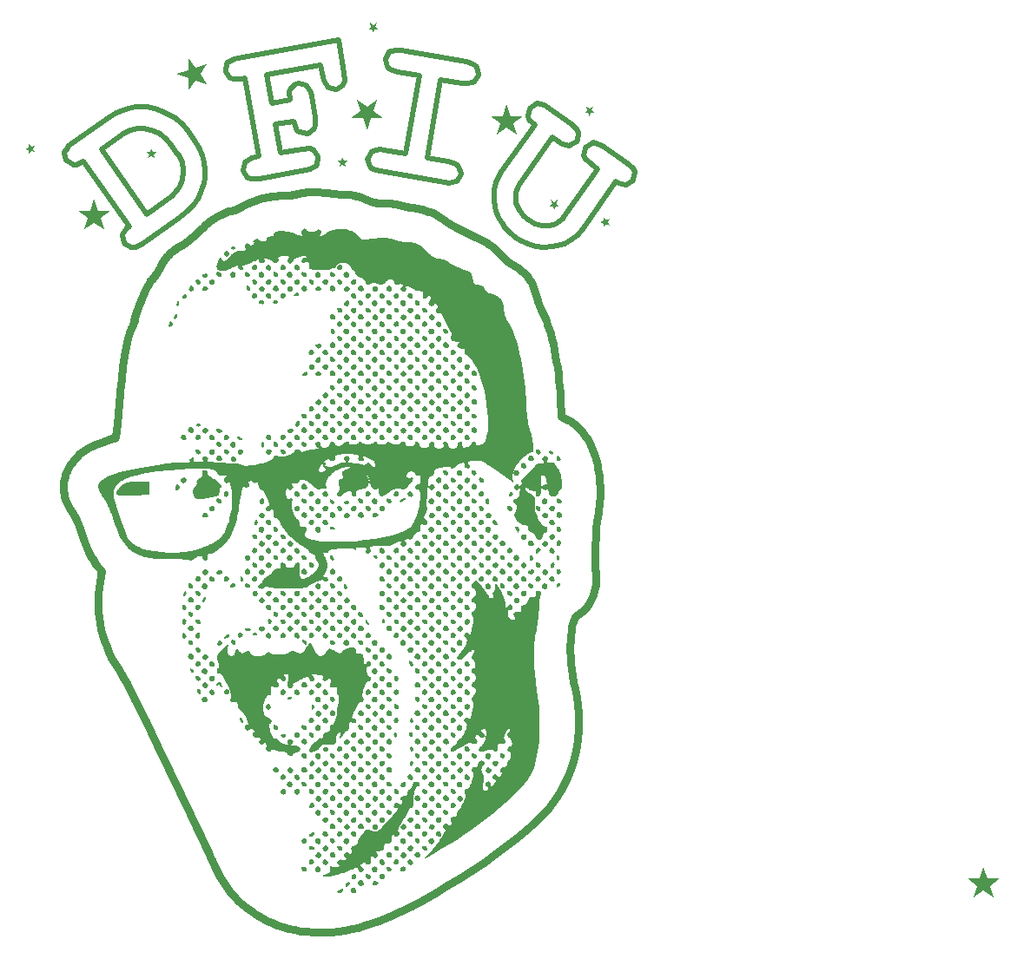
<source format=gbr>
%TF.GenerationSoftware,KiCad,Pcbnew,8.0.5*%
%TF.CreationDate,2024-11-20T10:14:55-08:00*%
%TF.ProjectId,dfiu-ch32v003,64666975-2d63-4683-9332-763030332e6b,rev?*%
%TF.SameCoordinates,Original*%
%TF.FileFunction,Legend,Top*%
%TF.FilePolarity,Positive*%
%FSLAX46Y46*%
G04 Gerber Fmt 4.6, Leading zero omitted, Abs format (unit mm)*
G04 Created by KiCad (PCBNEW 8.0.5) date 2024-11-20 10:14:55*
%MOMM*%
%LPD*%
G01*
G04 APERTURE LIST*
%ADD10C,0.000000*%
%ADD11C,0.500000*%
%ADD12C,0.750000*%
%ADD13C,0.100000*%
G04 APERTURE END LIST*
D10*
G36*
X61914055Y-123889945D02*
G01*
X61932394Y-123892171D01*
X61950729Y-123895965D01*
X61968989Y-123901299D01*
X61987101Y-123908142D01*
X62004994Y-123916464D01*
X62022595Y-123926233D01*
X62039834Y-123937421D01*
X62056637Y-123949997D01*
X62072934Y-123963930D01*
X62088653Y-123979191D01*
X62103720Y-123995748D01*
X62118066Y-124013573D01*
X62131617Y-124032634D01*
X62144303Y-124052901D01*
X62156051Y-124074344D01*
X62166789Y-124096933D01*
X62176445Y-124120638D01*
X62184948Y-124145428D01*
X62192226Y-124171273D01*
X62198207Y-124198142D01*
X62200458Y-124211175D01*
X62202131Y-124223973D01*
X62203235Y-124236525D01*
X62203777Y-124248817D01*
X62203767Y-124260840D01*
X62203213Y-124272581D01*
X62202123Y-124284028D01*
X62200505Y-124295170D01*
X62198368Y-124305995D01*
X62195719Y-124316491D01*
X62192568Y-124326647D01*
X62188923Y-124336450D01*
X62184792Y-124345890D01*
X62180183Y-124354953D01*
X62175104Y-124363630D01*
X62169565Y-124371907D01*
X62163573Y-124379774D01*
X62157136Y-124387218D01*
X62150264Y-124394227D01*
X62142963Y-124400791D01*
X62135244Y-124406897D01*
X62127113Y-124412533D01*
X62118580Y-124417689D01*
X62109653Y-124422351D01*
X62100339Y-124426509D01*
X62090648Y-124430150D01*
X62080587Y-124433264D01*
X62070165Y-124435837D01*
X62059391Y-124437859D01*
X62048272Y-124439318D01*
X62036818Y-124440202D01*
X62025035Y-124440499D01*
X62000041Y-124439813D01*
X61975708Y-124437787D01*
X61952069Y-124434469D01*
X61929158Y-124429909D01*
X61907009Y-124424156D01*
X61885655Y-124417259D01*
X61865131Y-124409266D01*
X61845468Y-124400227D01*
X61826703Y-124390191D01*
X61808866Y-124379206D01*
X61791994Y-124367321D01*
X61776119Y-124354586D01*
X61761274Y-124341050D01*
X61747494Y-124326760D01*
X61734813Y-124311768D01*
X61723262Y-124296120D01*
X61712878Y-124279866D01*
X61703692Y-124263056D01*
X61695740Y-124245738D01*
X61689053Y-124227961D01*
X61683667Y-124209774D01*
X61679614Y-124191226D01*
X61676929Y-124172366D01*
X61675644Y-124153243D01*
X61675794Y-124133906D01*
X61677413Y-124114403D01*
X61680533Y-124094785D01*
X61685189Y-124075099D01*
X61691414Y-124055394D01*
X61699242Y-124035721D01*
X61708706Y-124016127D01*
X61719840Y-123996661D01*
X61732621Y-123977695D01*
X61746260Y-123960661D01*
X61760686Y-123945528D01*
X61775826Y-123932268D01*
X61791610Y-123920850D01*
X61807964Y-123911243D01*
X61824817Y-123903417D01*
X61842097Y-123897342D01*
X61859733Y-123892987D01*
X61877653Y-123890323D01*
X61895784Y-123889319D01*
X61914055Y-123889945D01*
G37*
G36*
X76444203Y-123159884D02*
G01*
X76461578Y-123161510D01*
X76478913Y-123164520D01*
X76496154Y-123168883D01*
X76513250Y-123174572D01*
X76530146Y-123181559D01*
X76546791Y-123189814D01*
X76563131Y-123199309D01*
X76579113Y-123210017D01*
X76594686Y-123221907D01*
X76609795Y-123234952D01*
X76624388Y-123249124D01*
X76638412Y-123264393D01*
X76651814Y-123280732D01*
X76664542Y-123298111D01*
X76676542Y-123316503D01*
X76687762Y-123335879D01*
X76698148Y-123356210D01*
X76707649Y-123377467D01*
X76716211Y-123399624D01*
X76723781Y-123422650D01*
X76730306Y-123446518D01*
X76735734Y-123471198D01*
X76738375Y-123486268D01*
X76740342Y-123500845D01*
X76741636Y-123514928D01*
X76742254Y-123528521D01*
X76742196Y-123541622D01*
X76741461Y-123554234D01*
X76740048Y-123566358D01*
X76737956Y-123577994D01*
X76735183Y-123589143D01*
X76731729Y-123599806D01*
X76727593Y-123609985D01*
X76722774Y-123619681D01*
X76717270Y-123628894D01*
X76711081Y-123637625D01*
X76704206Y-123645875D01*
X76696644Y-123653646D01*
X76688393Y-123660938D01*
X76679452Y-123667753D01*
X76669822Y-123674090D01*
X76659500Y-123679953D01*
X76648486Y-123685340D01*
X76636778Y-123690254D01*
X76624376Y-123694695D01*
X76611278Y-123698664D01*
X76597484Y-123702163D01*
X76582992Y-123705192D01*
X76551913Y-123709845D01*
X76518031Y-123712631D01*
X76481340Y-123713557D01*
X76454594Y-123712743D01*
X76428898Y-123710343D01*
X76404277Y-123706422D01*
X76380759Y-123701048D01*
X76358372Y-123694284D01*
X76337141Y-123686196D01*
X76317094Y-123676851D01*
X76298258Y-123666313D01*
X76280660Y-123654648D01*
X76264327Y-123641921D01*
X76249287Y-123628198D01*
X76235566Y-123613545D01*
X76223191Y-123598026D01*
X76212190Y-123581708D01*
X76202589Y-123564656D01*
X76194415Y-123546936D01*
X76187696Y-123528612D01*
X76182459Y-123509751D01*
X76178731Y-123490418D01*
X76176538Y-123470678D01*
X76175908Y-123450597D01*
X76176868Y-123430241D01*
X76179444Y-123409674D01*
X76183665Y-123388963D01*
X76189557Y-123368173D01*
X76197146Y-123347369D01*
X76206461Y-123326617D01*
X76217528Y-123305983D01*
X76230374Y-123285532D01*
X76245027Y-123265329D01*
X76261513Y-123245440D01*
X76279859Y-123225930D01*
X76294731Y-123212164D01*
X76310091Y-123200065D01*
X76325886Y-123189604D01*
X76342064Y-123180755D01*
X76358571Y-123173487D01*
X76375355Y-123167773D01*
X76392364Y-123163584D01*
X76409543Y-123160892D01*
X76426840Y-123159668D01*
X76444203Y-123159884D01*
G37*
G36*
X86120054Y-132873303D02*
G01*
X86140777Y-132876581D01*
X86161137Y-132881518D01*
X86181033Y-132888087D01*
X86200367Y-132896258D01*
X86219039Y-132906004D01*
X86236949Y-132917296D01*
X86253998Y-132930105D01*
X86270086Y-132944403D01*
X86285115Y-132960162D01*
X86298984Y-132977353D01*
X86311593Y-132995947D01*
X86322845Y-133015917D01*
X86332638Y-133037233D01*
X86340874Y-133059868D01*
X86347452Y-133083792D01*
X86352275Y-133108977D01*
X86355241Y-133135396D01*
X86356252Y-133163018D01*
X86355978Y-133177912D01*
X86355164Y-133192618D01*
X86353825Y-133207116D01*
X86351974Y-133221389D01*
X86349623Y-133235417D01*
X86346788Y-133249182D01*
X86343480Y-133262666D01*
X86339713Y-133275850D01*
X86335501Y-133288714D01*
X86330858Y-133301241D01*
X86325797Y-133313412D01*
X86320330Y-133325207D01*
X86314472Y-133336610D01*
X86308237Y-133347600D01*
X86301637Y-133358159D01*
X86294686Y-133368268D01*
X86287397Y-133377910D01*
X86279784Y-133387064D01*
X86271860Y-133395713D01*
X86263640Y-133403838D01*
X86255135Y-133411420D01*
X86246360Y-133418441D01*
X86237328Y-133424881D01*
X86228053Y-133430723D01*
X86218548Y-133435948D01*
X86208826Y-133440536D01*
X86198901Y-133444470D01*
X86188786Y-133447730D01*
X86178495Y-133450298D01*
X86168041Y-133452156D01*
X86157438Y-133453284D01*
X86146699Y-133453664D01*
X86122904Y-133452972D01*
X86099686Y-133450930D01*
X86077082Y-133447589D01*
X86055127Y-133443002D01*
X86033856Y-133437220D01*
X86013304Y-133430293D01*
X85993507Y-133422275D01*
X85974501Y-133413216D01*
X85956320Y-133403167D01*
X85939000Y-133392182D01*
X85922577Y-133380310D01*
X85907086Y-133367604D01*
X85892562Y-133354115D01*
X85879041Y-133339894D01*
X85866557Y-133324994D01*
X85855148Y-133309466D01*
X85844847Y-133293360D01*
X85835690Y-133276730D01*
X85827713Y-133259626D01*
X85820950Y-133242100D01*
X85815438Y-133224204D01*
X85811212Y-133205988D01*
X85808308Y-133187506D01*
X85806759Y-133168807D01*
X85806603Y-133149944D01*
X85807874Y-133130968D01*
X85810607Y-133111931D01*
X85814839Y-133092885D01*
X85820604Y-133073880D01*
X85827939Y-133054969D01*
X85836877Y-133036202D01*
X85847455Y-133017633D01*
X85862824Y-132994685D01*
X85879221Y-132973795D01*
X85896549Y-132954935D01*
X85914706Y-132938077D01*
X85933594Y-132923191D01*
X85953114Y-132910250D01*
X85973165Y-132899225D01*
X85993648Y-132890087D01*
X86014464Y-132882808D01*
X86035514Y-132877360D01*
X86056697Y-132873714D01*
X86077914Y-132871841D01*
X86099066Y-132871714D01*
X86120054Y-132873303D01*
G37*
G36*
X76339808Y-152222003D02*
G01*
X76354534Y-152222895D01*
X76386285Y-152226453D01*
X76421148Y-152232331D01*
X76434858Y-152235253D01*
X76448395Y-152238696D01*
X76461743Y-152242645D01*
X76474883Y-152247082D01*
X76487798Y-152251990D01*
X76500472Y-152257352D01*
X76512886Y-152263150D01*
X76525025Y-152269368D01*
X76536870Y-152275989D01*
X76548404Y-152282994D01*
X76559611Y-152290369D01*
X76570473Y-152298094D01*
X76580972Y-152306153D01*
X76591093Y-152314529D01*
X76600816Y-152323205D01*
X76610126Y-152332163D01*
X76619005Y-152341387D01*
X76627436Y-152350859D01*
X76635401Y-152360562D01*
X76642884Y-152370480D01*
X76649867Y-152380594D01*
X76656333Y-152390889D01*
X76662265Y-152401346D01*
X76667645Y-152411948D01*
X76672457Y-152422679D01*
X76676683Y-152433522D01*
X76680306Y-152444458D01*
X76683309Y-152455472D01*
X76685675Y-152466546D01*
X76687386Y-152477662D01*
X76688425Y-152488805D01*
X76688775Y-152499955D01*
X76687562Y-152528121D01*
X76684016Y-152554213D01*
X76678283Y-152578247D01*
X76670505Y-152600237D01*
X76660826Y-152620199D01*
X76649389Y-152638149D01*
X76636338Y-152654101D01*
X76621817Y-152668071D01*
X76605968Y-152680074D01*
X76588935Y-152690125D01*
X76570862Y-152698240D01*
X76551892Y-152704434D01*
X76532169Y-152708722D01*
X76511836Y-152711119D01*
X76491037Y-152711640D01*
X76469914Y-152710302D01*
X76448612Y-152707119D01*
X76427274Y-152702106D01*
X76406044Y-152695279D01*
X76385065Y-152686653D01*
X76364480Y-152676243D01*
X76344433Y-152664064D01*
X76325067Y-152650132D01*
X76306527Y-152634462D01*
X76288954Y-152617070D01*
X76272494Y-152597969D01*
X76257289Y-152577177D01*
X76243482Y-152554708D01*
X76231218Y-152530577D01*
X76220639Y-152504799D01*
X76211890Y-152477390D01*
X76205114Y-152448365D01*
X76199235Y-152413502D01*
X76195677Y-152381752D01*
X76194785Y-152367025D01*
X76194495Y-152353056D01*
X76194813Y-152339837D01*
X76195747Y-152327360D01*
X76197302Y-152315619D01*
X76199488Y-152304606D01*
X76202310Y-152294315D01*
X76205775Y-152284738D01*
X76209892Y-152275869D01*
X76214666Y-152267699D01*
X76220105Y-152260223D01*
X76226216Y-152253433D01*
X76233006Y-152247322D01*
X76240482Y-152241884D01*
X76248651Y-152237109D01*
X76257520Y-152232993D01*
X76267097Y-152229527D01*
X76277388Y-152226706D01*
X76288401Y-152224520D01*
X76300142Y-152222964D01*
X76312619Y-152222031D01*
X76325838Y-152221713D01*
X76339808Y-152222003D01*
G37*
G36*
X69560037Y-153590355D02*
G01*
X69570947Y-153591404D01*
X69581991Y-153593266D01*
X69593186Y-153595939D01*
X69604552Y-153599423D01*
X69616109Y-153603714D01*
X69627875Y-153608812D01*
X69639869Y-153614715D01*
X69652110Y-153621420D01*
X69664618Y-153628927D01*
X69677411Y-153637232D01*
X69703930Y-153656235D01*
X69731818Y-153678415D01*
X69758751Y-153701743D01*
X69782310Y-153724307D01*
X69792828Y-153735350D01*
X69802508Y-153746259D01*
X69811352Y-153757053D01*
X69819361Y-153767751D01*
X69826538Y-153778372D01*
X69832884Y-153788936D01*
X69838400Y-153799461D01*
X69843089Y-153809967D01*
X69846953Y-153820472D01*
X69849994Y-153830996D01*
X69852212Y-153841558D01*
X69853611Y-153852177D01*
X69854191Y-153862872D01*
X69853955Y-153873661D01*
X69852904Y-153884565D01*
X69851041Y-153895602D01*
X69848367Y-153906792D01*
X69844884Y-153918153D01*
X69840593Y-153929704D01*
X69835497Y-153941465D01*
X69829597Y-153953455D01*
X69822896Y-153965692D01*
X69815394Y-153978196D01*
X69807095Y-153990987D01*
X69788108Y-154017501D01*
X69765950Y-154045388D01*
X69742619Y-154072322D01*
X69720051Y-154095884D01*
X69709005Y-154106405D01*
X69698092Y-154116088D01*
X69687294Y-154124936D01*
X69676591Y-154132949D01*
X69665965Y-154140129D01*
X69655396Y-154146479D01*
X69644865Y-154151999D01*
X69634354Y-154156693D01*
X69623842Y-154160561D01*
X69613312Y-154163605D01*
X69602744Y-154165827D01*
X69592119Y-154167228D01*
X69581418Y-154167812D01*
X69570622Y-154167578D01*
X69559712Y-154166529D01*
X69548669Y-154164667D01*
X69537474Y-154161994D01*
X69526107Y-154158510D01*
X69514551Y-154154219D01*
X69502785Y-154149121D01*
X69490791Y-154143218D01*
X69478549Y-154136513D01*
X69466042Y-154129006D01*
X69453249Y-154120701D01*
X69426730Y-154101698D01*
X69398841Y-154079519D01*
X69371909Y-154056211D01*
X69348350Y-154033663D01*
X69337832Y-154022626D01*
X69328152Y-154011722D01*
X69319309Y-154000932D01*
X69311299Y-153990237D01*
X69304123Y-153979617D01*
X69297777Y-153969055D01*
X69292261Y-153958530D01*
X69287571Y-153948023D01*
X69283707Y-153937517D01*
X69280667Y-153926991D01*
X69278449Y-153916426D01*
X69277050Y-153905805D01*
X69276470Y-153895107D01*
X69276706Y-153884314D01*
X69277756Y-153873406D01*
X69279620Y-153862365D01*
X69282294Y-153851171D01*
X69285777Y-153839806D01*
X69290068Y-153828251D01*
X69295164Y-153816486D01*
X69301063Y-153804493D01*
X69307765Y-153792252D01*
X69315266Y-153779745D01*
X69323565Y-153766952D01*
X69342552Y-153740433D01*
X69364709Y-153712545D01*
X69388040Y-153685611D01*
X69410609Y-153662049D01*
X69421655Y-153651528D01*
X69432567Y-153641845D01*
X69443365Y-153632997D01*
X69454068Y-153624984D01*
X69464694Y-153617804D01*
X69475264Y-153611454D01*
X69485794Y-153605934D01*
X69496306Y-153601240D01*
X69506817Y-153597372D01*
X69517347Y-153594328D01*
X69527916Y-153592106D01*
X69538541Y-153590705D01*
X69549242Y-153590121D01*
X69560037Y-153590355D01*
G37*
G36*
X84116072Y-133604624D02*
G01*
X84136721Y-133607399D01*
X84156842Y-133611556D01*
X84176324Y-133617082D01*
X84195055Y-133623968D01*
X84212925Y-133632203D01*
X84229823Y-133641774D01*
X84245639Y-133652672D01*
X84260260Y-133664884D01*
X84273577Y-133678401D01*
X84285478Y-133693211D01*
X84295852Y-133709302D01*
X84304589Y-133726664D01*
X84311578Y-133745286D01*
X84316707Y-133765156D01*
X84319866Y-133786264D01*
X84320943Y-133808599D01*
X84320129Y-133834854D01*
X84317734Y-133860314D01*
X84313827Y-133884940D01*
X84308477Y-133908694D01*
X84301755Y-133931537D01*
X84293730Y-133953432D01*
X84284472Y-133974339D01*
X84274049Y-133994222D01*
X84262533Y-134013041D01*
X84249992Y-134030758D01*
X84236497Y-134047335D01*
X84222116Y-134062734D01*
X84206919Y-134076916D01*
X84190977Y-134089843D01*
X84174358Y-134101478D01*
X84157132Y-134111780D01*
X84139369Y-134120713D01*
X84121138Y-134128239D01*
X84102510Y-134134317D01*
X84083553Y-134138912D01*
X84064338Y-134141983D01*
X84044933Y-134143494D01*
X84025409Y-134143405D01*
X84005836Y-134141679D01*
X83986282Y-134138276D01*
X83966817Y-134133160D01*
X83947511Y-134126291D01*
X83928434Y-134117631D01*
X83909656Y-134107143D01*
X83891245Y-134094787D01*
X83873272Y-134080526D01*
X83855806Y-134064321D01*
X83848289Y-134056470D01*
X83841121Y-134048309D01*
X83827843Y-134031138D01*
X83815997Y-134012964D01*
X83805609Y-133993944D01*
X83796707Y-133974237D01*
X83789316Y-133954001D01*
X83783464Y-133933391D01*
X83779175Y-133912567D01*
X83776477Y-133891685D01*
X83775396Y-133870904D01*
X83775959Y-133850380D01*
X83778191Y-133830272D01*
X83779942Y-133820423D01*
X83782119Y-133810736D01*
X83784728Y-133801232D01*
X83787770Y-133791931D01*
X83791250Y-133782852D01*
X83795170Y-133774014D01*
X83799534Y-133765438D01*
X83804345Y-133757142D01*
X83818363Y-133736308D01*
X83833626Y-133717032D01*
X83850025Y-133699304D01*
X83867449Y-133683112D01*
X83885786Y-133668445D01*
X83904926Y-133655293D01*
X83924758Y-133643644D01*
X83945170Y-133633487D01*
X83966053Y-133624812D01*
X83987295Y-133617606D01*
X84008784Y-133611860D01*
X84030411Y-133607561D01*
X84052064Y-133604700D01*
X84073633Y-133603264D01*
X84095006Y-133603242D01*
X84116072Y-133604624D01*
G37*
G36*
X70329048Y-130838013D02*
G01*
X70349151Y-130841173D01*
X70368113Y-130846303D01*
X70385922Y-130853289D01*
X70402565Y-130862020D01*
X70418029Y-130872382D01*
X70432302Y-130884263D01*
X70445371Y-130897551D01*
X70457224Y-130912133D01*
X70467847Y-130927896D01*
X70477228Y-130944728D01*
X70485355Y-130962516D01*
X70492215Y-130981147D01*
X70497794Y-131000510D01*
X70502082Y-131020491D01*
X70505064Y-131040979D01*
X70506728Y-131061859D01*
X70507062Y-131083021D01*
X70506053Y-131104350D01*
X70503689Y-131125736D01*
X70499956Y-131147064D01*
X70494842Y-131168224D01*
X70488334Y-131189101D01*
X70480420Y-131209583D01*
X70471088Y-131229559D01*
X70460323Y-131248914D01*
X70448115Y-131267538D01*
X70434449Y-131285316D01*
X70419314Y-131302138D01*
X70402698Y-131317889D01*
X70384586Y-131332457D01*
X70364967Y-131345731D01*
X70344517Y-131357445D01*
X70324134Y-131367320D01*
X70303874Y-131375404D01*
X70283794Y-131381746D01*
X70263949Y-131386395D01*
X70244396Y-131389400D01*
X70225192Y-131390810D01*
X70206393Y-131390673D01*
X70188055Y-131389038D01*
X70170235Y-131385954D01*
X70152989Y-131381471D01*
X70136374Y-131375636D01*
X70120446Y-131368498D01*
X70105262Y-131360107D01*
X70090877Y-131350510D01*
X70077349Y-131339758D01*
X70064733Y-131327899D01*
X70053087Y-131314980D01*
X70042466Y-131301053D01*
X70032927Y-131286164D01*
X70024527Y-131270364D01*
X70017321Y-131253700D01*
X70011367Y-131236221D01*
X70006720Y-131217977D01*
X70003437Y-131199017D01*
X70001575Y-131179388D01*
X70001190Y-131159140D01*
X70002338Y-131138322D01*
X70005075Y-131116982D01*
X70009459Y-131095169D01*
X70015546Y-131072933D01*
X70023391Y-131050321D01*
X70027848Y-131039385D01*
X70032773Y-131028587D01*
X70043957Y-131007461D01*
X70056796Y-130987054D01*
X70071143Y-130967475D01*
X70086853Y-130948832D01*
X70103780Y-130931237D01*
X70121778Y-130914797D01*
X70140699Y-130899624D01*
X70160399Y-130885825D01*
X70180732Y-130873511D01*
X70201550Y-130862791D01*
X70222708Y-130853774D01*
X70244060Y-130846571D01*
X70265459Y-130841290D01*
X70276131Y-130839405D01*
X70286760Y-130838042D01*
X70297328Y-130837213D01*
X70307817Y-130836934D01*
X70329048Y-130838013D01*
G37*
G36*
X61260785Y-102489800D02*
G01*
X61281514Y-102493076D01*
X61301880Y-102498010D01*
X61321783Y-102504576D01*
X61341123Y-102512744D01*
X61359800Y-102522486D01*
X61377716Y-102533773D01*
X61394771Y-102546579D01*
X61410865Y-102560873D01*
X61425898Y-102576628D01*
X61439772Y-102593814D01*
X61452386Y-102612405D01*
X61463641Y-102632371D01*
X61473437Y-102653684D01*
X61481676Y-102676316D01*
X61488257Y-102700238D01*
X61493081Y-102725422D01*
X61496049Y-102751839D01*
X61497060Y-102779461D01*
X61496786Y-102794367D01*
X61495973Y-102809084D01*
X61494633Y-102823593D01*
X61492782Y-102837876D01*
X61490432Y-102851914D01*
X61487596Y-102865688D01*
X61484288Y-102879179D01*
X61480521Y-102892370D01*
X61476310Y-102905241D01*
X61471667Y-102917774D01*
X61466605Y-102929950D01*
X61461139Y-102941751D01*
X61455281Y-102953158D01*
X61449046Y-102964152D01*
X61442446Y-102974714D01*
X61435495Y-102984827D01*
X61428206Y-102994471D01*
X61420593Y-103003628D01*
X61412670Y-103012279D01*
X61404449Y-103020406D01*
X61395945Y-103027989D01*
X61387170Y-103035011D01*
X61378138Y-103041453D01*
X61368863Y-103047295D01*
X61359357Y-103052520D01*
X61349636Y-103057109D01*
X61339711Y-103061043D01*
X61329596Y-103064303D01*
X61319305Y-103066871D01*
X61308851Y-103068729D01*
X61298248Y-103069857D01*
X61287509Y-103070237D01*
X61263713Y-103069545D01*
X61240496Y-103067503D01*
X61217891Y-103064163D01*
X61195936Y-103059575D01*
X61174664Y-103053793D01*
X61154112Y-103046866D01*
X61134315Y-103038847D01*
X61115307Y-103029787D01*
X61097126Y-103019738D01*
X61079805Y-103008751D01*
X61063380Y-102996878D01*
X61047887Y-102984171D01*
X61033361Y-102970680D01*
X61019838Y-102956457D01*
X61007352Y-102941555D01*
X60995939Y-102926023D01*
X60985635Y-102909915D01*
X60976474Y-102893281D01*
X60968493Y-102876173D01*
X60961726Y-102858642D01*
X60956209Y-102840740D01*
X60951978Y-102822519D01*
X60949067Y-102804030D01*
X60947512Y-102785325D01*
X60947348Y-102766454D01*
X60948612Y-102747471D01*
X60951337Y-102728425D01*
X60955560Y-102709369D01*
X60961316Y-102690354D01*
X60968640Y-102671432D01*
X60977567Y-102652654D01*
X60988134Y-102634072D01*
X61003503Y-102611136D01*
X61019901Y-102590257D01*
X61037230Y-102571406D01*
X61055390Y-102554555D01*
X61074281Y-102539676D01*
X61093804Y-102526740D01*
X61113859Y-102515719D01*
X61134347Y-102506584D01*
X61155168Y-102499307D01*
X61176222Y-102493860D01*
X61197411Y-102490214D01*
X61218634Y-102488341D01*
X61239792Y-102488213D01*
X61260785Y-102489800D01*
G37*
G36*
X63375504Y-145985403D02*
G01*
X63392438Y-145987919D01*
X63409189Y-145991688D01*
X63425692Y-145996676D01*
X63441881Y-146002849D01*
X63457689Y-146010175D01*
X63473051Y-146018620D01*
X63487900Y-146028151D01*
X63502171Y-146038733D01*
X63515797Y-146050335D01*
X63528713Y-146062921D01*
X63540851Y-146076460D01*
X63552148Y-146090917D01*
X63562535Y-146106259D01*
X63571948Y-146122453D01*
X63580320Y-146139465D01*
X63587585Y-146157262D01*
X63593677Y-146175811D01*
X63598530Y-146195077D01*
X63602079Y-146215029D01*
X63604256Y-146235632D01*
X63604997Y-146256852D01*
X63604664Y-146267371D01*
X63603676Y-146277884D01*
X63602050Y-146288375D01*
X63599801Y-146298827D01*
X63596946Y-146309224D01*
X63593502Y-146319550D01*
X63589485Y-146329788D01*
X63584911Y-146339923D01*
X63579796Y-146349937D01*
X63574158Y-146359816D01*
X63561373Y-146379100D01*
X63546689Y-146397643D01*
X63530235Y-146415317D01*
X63512142Y-146431991D01*
X63492541Y-146447535D01*
X63471564Y-146461820D01*
X63449340Y-146474714D01*
X63426000Y-146486088D01*
X63401677Y-146495812D01*
X63376499Y-146503756D01*
X63363631Y-146507020D01*
X63350599Y-146509790D01*
X63327532Y-146513286D01*
X63305356Y-146514777D01*
X63284099Y-146514347D01*
X63263790Y-146512083D01*
X63244457Y-146508070D01*
X63226129Y-146502392D01*
X63208835Y-146495135D01*
X63192603Y-146486384D01*
X63177462Y-146476225D01*
X63163440Y-146464743D01*
X63150566Y-146452023D01*
X63138869Y-146438150D01*
X63128378Y-146423210D01*
X63119120Y-146407287D01*
X63111124Y-146390468D01*
X63104420Y-146372837D01*
X63099035Y-146354480D01*
X63094999Y-146335482D01*
X63092339Y-146315928D01*
X63091086Y-146295904D01*
X63091266Y-146275494D01*
X63092909Y-146254784D01*
X63096043Y-146233860D01*
X63100697Y-146212806D01*
X63106900Y-146191708D01*
X63114680Y-146170651D01*
X63124066Y-146149720D01*
X63135086Y-146129001D01*
X63147769Y-146108579D01*
X63162144Y-146088539D01*
X63178239Y-146068967D01*
X63196082Y-146049947D01*
X63210664Y-146036480D01*
X63225789Y-146024634D01*
X63241393Y-146014374D01*
X63257408Y-146005667D01*
X63273769Y-145998480D01*
X63290411Y-145992780D01*
X63307266Y-145988532D01*
X63324269Y-145985704D01*
X63341353Y-145984262D01*
X63358454Y-145984173D01*
X63375504Y-145985403D01*
G37*
G36*
X73577688Y-154984129D02*
G01*
X73592414Y-154985018D01*
X73624165Y-154988573D01*
X73659028Y-154994451D01*
X73672739Y-154997372D01*
X73686277Y-155000815D01*
X73699624Y-155004763D01*
X73712765Y-155009200D01*
X73725680Y-155014108D01*
X73738354Y-155019469D01*
X73750769Y-155025267D01*
X73762907Y-155031485D01*
X73774752Y-155038106D01*
X73786287Y-155045111D01*
X73797494Y-155052485D01*
X73808355Y-155060210D01*
X73818855Y-155068269D01*
X73828975Y-155076645D01*
X73838699Y-155085321D01*
X73848008Y-155094279D01*
X73856887Y-155103503D01*
X73865318Y-155112976D01*
X73873283Y-155122679D01*
X73880766Y-155132597D01*
X73887749Y-155142711D01*
X73894214Y-155153006D01*
X73900146Y-155163463D01*
X73905526Y-155174065D01*
X73910338Y-155184797D01*
X73914564Y-155195639D01*
X73918187Y-155206576D01*
X73921190Y-155217590D01*
X73923556Y-155228664D01*
X73925267Y-155239781D01*
X73926306Y-155250923D01*
X73926656Y-155262075D01*
X73925442Y-155290240D01*
X73921897Y-155316332D01*
X73916164Y-155340365D01*
X73908386Y-155362355D01*
X73898706Y-155382317D01*
X73887269Y-155400267D01*
X73874218Y-155416218D01*
X73859695Y-155430188D01*
X73843846Y-155442191D01*
X73826812Y-155452242D01*
X73808738Y-155460357D01*
X73789766Y-155466550D01*
X73770041Y-155470838D01*
X73749706Y-155473235D01*
X73728904Y-155473756D01*
X73707779Y-155472418D01*
X73686474Y-155469235D01*
X73665132Y-155464222D01*
X73643898Y-155457395D01*
X73622914Y-155448768D01*
X73602324Y-155438358D01*
X73582271Y-155426180D01*
X73562900Y-155412248D01*
X73544353Y-155396578D01*
X73526773Y-155379185D01*
X73510305Y-155360085D01*
X73495091Y-155339292D01*
X73481276Y-155316823D01*
X73469002Y-155292692D01*
X73458413Y-155266914D01*
X73449653Y-155239506D01*
X73442865Y-155210481D01*
X73437010Y-155175639D01*
X73433472Y-155143904D01*
X73432589Y-155129184D01*
X73432308Y-155115220D01*
X73432633Y-155102004D01*
X73433574Y-155089530D01*
X73435137Y-155077791D01*
X73437328Y-155066779D01*
X73440155Y-155056488D01*
X73443626Y-155046911D01*
X73447747Y-155038040D01*
X73452525Y-155029869D01*
X73457967Y-155022391D01*
X73464082Y-155015598D01*
X73470874Y-155009484D01*
X73478353Y-155004042D01*
X73486524Y-154999264D01*
X73495395Y-154995144D01*
X73504973Y-154991674D01*
X73515266Y-154988848D01*
X73526279Y-154986659D01*
X73538021Y-154985100D01*
X73550499Y-154984163D01*
X73563719Y-154983842D01*
X73577688Y-154984129D01*
G37*
G36*
X63256029Y-133613912D02*
G01*
X63270755Y-133614795D01*
X63302506Y-133618333D01*
X63337369Y-133624189D01*
X63351080Y-133627122D01*
X63364617Y-133630576D01*
X63377965Y-133634535D01*
X63391105Y-133638982D01*
X63404020Y-133643898D01*
X63416694Y-133649268D01*
X63429109Y-133655074D01*
X63441247Y-133661298D01*
X63453092Y-133667924D01*
X63464627Y-133674935D01*
X63475834Y-133682313D01*
X63486695Y-133690042D01*
X63497195Y-133698104D01*
X63507315Y-133706482D01*
X63517039Y-133715159D01*
X63526349Y-133724117D01*
X63535227Y-133733341D01*
X63543658Y-133742812D01*
X63551623Y-133752513D01*
X63559106Y-133762428D01*
X63566089Y-133772539D01*
X63572555Y-133782829D01*
X63578487Y-133793281D01*
X63583867Y-133803878D01*
X63588679Y-133814603D01*
X63592905Y-133825438D01*
X63596528Y-133836367D01*
X63599531Y-133847372D01*
X63601897Y-133858436D01*
X63603607Y-133869542D01*
X63604647Y-133880673D01*
X63604997Y-133891812D01*
X63603783Y-133919990D01*
X63600238Y-133946093D01*
X63594505Y-133970137D01*
X63586727Y-133992137D01*
X63577047Y-134012108D01*
X63565610Y-134030066D01*
X63552559Y-134046026D01*
X63538036Y-134060003D01*
X63522187Y-134072013D01*
X63505153Y-134082070D01*
X63487078Y-134090190D01*
X63468107Y-134096389D01*
X63448382Y-134100681D01*
X63428047Y-134103082D01*
X63407245Y-134103608D01*
X63386119Y-134102273D01*
X63364814Y-134099092D01*
X63343473Y-134094082D01*
X63322238Y-134087257D01*
X63301254Y-134078633D01*
X63280664Y-134068224D01*
X63260612Y-134056047D01*
X63241240Y-134042116D01*
X63222693Y-134026447D01*
X63205113Y-134009055D01*
X63188645Y-133989955D01*
X63173431Y-133969163D01*
X63159616Y-133946694D01*
X63147342Y-133922563D01*
X63136753Y-133896786D01*
X63127992Y-133869377D01*
X63121204Y-133840352D01*
X63115348Y-133805489D01*
X63111810Y-133773738D01*
X63110928Y-133759012D01*
X63110646Y-133745042D01*
X63110972Y-133731822D01*
X63111913Y-133719345D01*
X63113475Y-133707603D01*
X63115667Y-133696589D01*
X63118494Y-133686297D01*
X63121965Y-133676718D01*
X63126086Y-133667847D01*
X63130864Y-133659675D01*
X63136307Y-133652197D01*
X63142421Y-133645404D01*
X63149214Y-133639290D01*
X63156692Y-133633847D01*
X63164864Y-133629069D01*
X63173735Y-133624948D01*
X63183313Y-133621478D01*
X63193606Y-133618650D01*
X63204620Y-133616459D01*
X63216362Y-133614896D01*
X63228839Y-133613956D01*
X63242059Y-133613630D01*
X63256029Y-133613912D01*
G37*
G36*
X72320607Y-160497176D02*
G01*
X72341487Y-160498841D01*
X72361974Y-160501823D01*
X72381955Y-160506110D01*
X72401318Y-160511690D01*
X72419949Y-160518550D01*
X72437737Y-160526676D01*
X72454569Y-160536058D01*
X72470332Y-160546681D01*
X72484913Y-160558533D01*
X72498201Y-160571602D01*
X72510082Y-160585875D01*
X72520444Y-160601340D01*
X72529175Y-160617983D01*
X72536161Y-160635791D01*
X72541291Y-160654754D01*
X72544451Y-160674857D01*
X72545530Y-160696088D01*
X72544398Y-160718973D01*
X72541085Y-160741381D01*
X72535712Y-160763257D01*
X72528402Y-160784548D01*
X72519276Y-160805199D01*
X72508458Y-160825156D01*
X72496067Y-160844366D01*
X72482228Y-160862773D01*
X72467062Y-160880325D01*
X72450691Y-160896967D01*
X72433237Y-160912644D01*
X72414822Y-160927304D01*
X72395568Y-160940891D01*
X72375598Y-160953352D01*
X72355033Y-160964632D01*
X72333996Y-160974677D01*
X72312608Y-160983434D01*
X72290993Y-160990848D01*
X72269271Y-160996866D01*
X72247564Y-161001432D01*
X72225996Y-161004493D01*
X72204688Y-161005996D01*
X72183762Y-161005885D01*
X72163340Y-161004106D01*
X72143545Y-161000607D01*
X72124498Y-160995332D01*
X72106322Y-160988227D01*
X72089138Y-160979239D01*
X72073068Y-160968313D01*
X72058236Y-160955395D01*
X72044762Y-160940431D01*
X72032769Y-160923368D01*
X72024487Y-160908449D01*
X72017350Y-160892468D01*
X72011358Y-160875570D01*
X72006507Y-160857901D01*
X72002796Y-160839607D01*
X72000224Y-160820835D01*
X71998788Y-160801730D01*
X71998488Y-160782439D01*
X71999321Y-160763108D01*
X72001286Y-160743883D01*
X72004380Y-160724909D01*
X72008602Y-160706334D01*
X72013951Y-160688303D01*
X72020424Y-160670962D01*
X72028020Y-160654458D01*
X72036737Y-160638936D01*
X72050010Y-160619317D01*
X72064579Y-160601206D01*
X72080330Y-160584589D01*
X72097151Y-160569454D01*
X72114930Y-160555789D01*
X72133553Y-160543580D01*
X72152909Y-160532816D01*
X72172884Y-160523484D01*
X72193366Y-160515570D01*
X72214243Y-160509062D01*
X72235402Y-160503948D01*
X72256731Y-160500215D01*
X72278116Y-160497851D01*
X72299445Y-160496842D01*
X72320607Y-160497176D01*
G37*
G36*
X70919966Y-131446338D02*
G01*
X70937341Y-131447959D01*
X70954676Y-131450963D01*
X70971918Y-131455320D01*
X70989013Y-131461003D01*
X71005910Y-131467984D01*
X71022555Y-131476233D01*
X71038895Y-131485722D01*
X71054877Y-131496423D01*
X71070450Y-131508307D01*
X71085559Y-131521347D01*
X71100152Y-131535512D01*
X71114176Y-131550776D01*
X71127579Y-131567110D01*
X71140306Y-131584484D01*
X71152307Y-131602871D01*
X71163527Y-131622243D01*
X71173913Y-131642570D01*
X71183414Y-131663825D01*
X71191976Y-131685979D01*
X71199546Y-131709004D01*
X71206071Y-131732870D01*
X71211499Y-131757550D01*
X71214128Y-131772632D01*
X71216086Y-131787219D01*
X71217370Y-131801312D01*
X71217981Y-131814912D01*
X71217917Y-131828019D01*
X71217177Y-131840637D01*
X71215760Y-131852764D01*
X71213665Y-131864403D01*
X71210890Y-131875554D01*
X71207435Y-131886219D01*
X71203299Y-131896398D01*
X71198480Y-131906092D01*
X71192978Y-131915304D01*
X71186791Y-131924033D01*
X71179918Y-131932281D01*
X71172359Y-131940049D01*
X71164111Y-131947338D01*
X71155175Y-131954149D01*
X71145548Y-131960482D01*
X71135230Y-131966340D01*
X71124220Y-131971724D01*
X71112516Y-131976633D01*
X71100118Y-131981070D01*
X71087024Y-131985036D01*
X71073234Y-131988530D01*
X71058746Y-131991556D01*
X71027673Y-131996202D01*
X70993795Y-131998984D01*
X70957105Y-131999910D01*
X70930359Y-131999095D01*
X70904662Y-131996695D01*
X70880040Y-131992775D01*
X70856520Y-131987400D01*
X70834129Y-131980636D01*
X70812895Y-131972549D01*
X70792844Y-131963204D01*
X70774005Y-131952667D01*
X70756403Y-131941002D01*
X70740066Y-131928277D01*
X70725021Y-131914555D01*
X70711296Y-131899903D01*
X70698917Y-131884387D01*
X70687912Y-131868071D01*
X70678307Y-131851021D01*
X70670130Y-131833304D01*
X70663409Y-131814983D01*
X70658169Y-131796126D01*
X70654438Y-131776797D01*
X70652244Y-131757061D01*
X70651613Y-131736985D01*
X70652573Y-131716635D01*
X70655151Y-131696074D01*
X70659373Y-131675370D01*
X70665268Y-131654587D01*
X70672861Y-131633791D01*
X70682181Y-131613048D01*
X70693254Y-131592423D01*
X70706108Y-131571981D01*
X70720770Y-131551789D01*
X70737266Y-131531912D01*
X70755624Y-131512414D01*
X70770496Y-131498647D01*
X70785855Y-131486547D01*
X70801650Y-131476085D01*
X70817828Y-131467233D01*
X70834335Y-131459963D01*
X70851119Y-131454246D01*
X70868127Y-131450053D01*
X70885306Y-131447356D01*
X70902604Y-131446127D01*
X70919966Y-131446338D01*
G37*
G36*
X70919966Y-159067652D02*
G01*
X70937341Y-159069275D01*
X70954676Y-159072280D01*
X70971918Y-159076639D01*
X70989013Y-159082325D01*
X71005910Y-159089307D01*
X71022555Y-159097559D01*
X71038895Y-159107052D01*
X71054877Y-159117756D01*
X71070450Y-159129645D01*
X71085559Y-159142689D01*
X71100152Y-159156859D01*
X71114176Y-159172129D01*
X71127579Y-159188469D01*
X71140306Y-159205850D01*
X71152307Y-159224245D01*
X71163527Y-159243624D01*
X71173913Y-159263961D01*
X71183414Y-159285225D01*
X71191976Y-159307389D01*
X71199546Y-159330424D01*
X71206071Y-159354302D01*
X71211499Y-159378995D01*
X71214128Y-159394065D01*
X71216086Y-159408640D01*
X71217370Y-159422724D01*
X71217981Y-159436316D01*
X71217917Y-159449417D01*
X71217177Y-159462029D01*
X71215760Y-159474152D01*
X71213665Y-159485787D01*
X71210890Y-159496936D01*
X71207435Y-159507600D01*
X71203299Y-159517779D01*
X71198480Y-159527474D01*
X71192978Y-159536687D01*
X71186791Y-159545418D01*
X71179918Y-159553668D01*
X71172359Y-159561439D01*
X71164111Y-159568731D01*
X71155175Y-159575545D01*
X71145548Y-159581883D01*
X71135230Y-159587745D01*
X71124220Y-159593133D01*
X71112516Y-159598047D01*
X71100118Y-159602488D01*
X71087024Y-159606457D01*
X71073234Y-159609956D01*
X71058746Y-159612985D01*
X71027673Y-159617638D01*
X70993795Y-159620424D01*
X70957105Y-159621351D01*
X70930359Y-159620536D01*
X70904662Y-159618134D01*
X70880040Y-159614212D01*
X70856520Y-159608835D01*
X70834129Y-159602069D01*
X70812895Y-159593978D01*
X70792844Y-159584629D01*
X70774005Y-159574087D01*
X70756403Y-159562418D01*
X70740066Y-159549687D01*
X70725021Y-159535961D01*
X70711296Y-159521303D01*
X70698917Y-159505781D01*
X70687912Y-159489459D01*
X70678307Y-159472404D01*
X70670130Y-159454680D01*
X70663409Y-159436353D01*
X70658169Y-159417490D01*
X70654438Y-159398155D01*
X70652244Y-159378414D01*
X70651613Y-159358332D01*
X70652573Y-159337976D01*
X70655151Y-159317410D01*
X70659373Y-159296701D01*
X70665268Y-159275914D01*
X70672861Y-159255114D01*
X70682181Y-159234368D01*
X70693254Y-159213740D01*
X70706108Y-159193296D01*
X70720770Y-159173102D01*
X70737266Y-159153223D01*
X70755624Y-159133725D01*
X70770496Y-159119958D01*
X70785855Y-159107858D01*
X70801650Y-159097396D01*
X70817828Y-159088545D01*
X70834335Y-159081274D01*
X70851119Y-159075557D01*
X70868127Y-159071365D01*
X70885306Y-159068669D01*
X70902604Y-159067441D01*
X70919966Y-159067652D01*
G37*
G36*
X76339808Y-121838499D02*
G01*
X76354534Y-121839382D01*
X76386285Y-121842920D01*
X76421148Y-121848775D01*
X76434858Y-121851708D01*
X76448395Y-121855163D01*
X76461743Y-121859122D01*
X76474883Y-121863568D01*
X76487798Y-121868485D01*
X76500472Y-121873855D01*
X76512886Y-121879660D01*
X76525025Y-121885885D01*
X76536870Y-121892511D01*
X76548404Y-121899522D01*
X76559611Y-121906900D01*
X76570473Y-121914629D01*
X76580972Y-121922691D01*
X76591093Y-121931069D01*
X76600816Y-121939746D01*
X76610126Y-121948705D01*
X76619005Y-121957928D01*
X76627436Y-121967400D01*
X76635401Y-121977101D01*
X76642884Y-121987016D01*
X76649867Y-121997127D01*
X76656333Y-122007417D01*
X76662265Y-122017870D01*
X76667645Y-122028466D01*
X76672457Y-122039191D01*
X76676683Y-122050026D01*
X76680306Y-122060955D01*
X76683309Y-122071960D01*
X76685675Y-122083024D01*
X76687386Y-122094131D01*
X76688425Y-122105262D01*
X76688775Y-122116401D01*
X76687562Y-122144578D01*
X76684016Y-122170681D01*
X76678283Y-122194725D01*
X76670505Y-122216725D01*
X76660826Y-122236696D01*
X76649389Y-122254654D01*
X76636338Y-122270614D01*
X76621817Y-122284591D01*
X76605968Y-122296600D01*
X76588935Y-122306658D01*
X76570862Y-122314778D01*
X76551892Y-122320976D01*
X76532169Y-122325269D01*
X76511836Y-122327670D01*
X76491037Y-122328195D01*
X76469914Y-122326860D01*
X76448612Y-122323680D01*
X76427274Y-122318670D01*
X76406044Y-122311845D01*
X76385065Y-122303221D01*
X76364480Y-122292812D01*
X76344433Y-122280635D01*
X76325067Y-122266704D01*
X76306527Y-122251035D01*
X76288954Y-122233643D01*
X76272494Y-122214544D01*
X76257289Y-122193752D01*
X76243482Y-122171282D01*
X76231218Y-122147152D01*
X76220639Y-122121374D01*
X76211890Y-122093965D01*
X76205114Y-122064941D01*
X76199235Y-122030077D01*
X76195677Y-121998326D01*
X76194785Y-121983600D01*
X76194495Y-121969630D01*
X76194813Y-121956410D01*
X76195747Y-121943932D01*
X76197302Y-121932190D01*
X76199488Y-121921177D01*
X76202310Y-121910884D01*
X76205775Y-121901306D01*
X76209892Y-121892434D01*
X76214666Y-121884263D01*
X76220105Y-121876784D01*
X76226216Y-121869992D01*
X76233006Y-121863877D01*
X76240482Y-121858435D01*
X76248651Y-121853657D01*
X76257520Y-121849536D01*
X76267097Y-121846065D01*
X76277388Y-121843238D01*
X76288401Y-121841046D01*
X76300142Y-121839484D01*
X76312619Y-121838543D01*
X76325838Y-121838217D01*
X76339808Y-121838499D01*
G37*
G36*
X57104922Y-103817373D02*
G01*
X57114705Y-103818368D01*
X57124923Y-103820006D01*
X57135572Y-103822288D01*
X57146651Y-103825218D01*
X57158158Y-103828799D01*
X57168260Y-103832478D01*
X57178363Y-103836783D01*
X57198509Y-103847180D01*
X57218472Y-103859825D01*
X57238127Y-103874550D01*
X57257346Y-103891191D01*
X57276005Y-103909579D01*
X57293977Y-103929550D01*
X57311137Y-103950936D01*
X57327359Y-103973572D01*
X57342518Y-103997292D01*
X57356487Y-104021928D01*
X57369141Y-104047315D01*
X57380353Y-104073286D01*
X57389999Y-104099676D01*
X57397953Y-104126318D01*
X57404088Y-104153045D01*
X57406843Y-104168304D01*
X57409105Y-104182997D01*
X57410877Y-104197124D01*
X57412160Y-104210679D01*
X57412958Y-104223661D01*
X57413272Y-104236067D01*
X57413105Y-104247894D01*
X57412458Y-104259139D01*
X57411334Y-104269799D01*
X57409734Y-104279871D01*
X57407662Y-104289353D01*
X57405119Y-104298241D01*
X57402107Y-104306533D01*
X57398628Y-104314226D01*
X57394686Y-104321317D01*
X57390281Y-104327803D01*
X57385416Y-104333681D01*
X57380093Y-104338948D01*
X57374314Y-104343603D01*
X57368082Y-104347641D01*
X57361398Y-104351059D01*
X57354265Y-104353856D01*
X57346685Y-104356028D01*
X57338660Y-104357572D01*
X57330192Y-104358486D01*
X57321284Y-104358766D01*
X57311937Y-104358410D01*
X57302154Y-104357414D01*
X57291936Y-104355777D01*
X57281287Y-104353495D01*
X57270208Y-104350565D01*
X57258701Y-104346984D01*
X57248599Y-104343304D01*
X57238496Y-104339000D01*
X57218349Y-104328602D01*
X57198386Y-104315957D01*
X57178731Y-104301232D01*
X57159512Y-104284592D01*
X57140853Y-104266203D01*
X57122881Y-104246232D01*
X57105720Y-104224846D01*
X57089498Y-104202210D01*
X57074340Y-104178491D01*
X57060370Y-104153855D01*
X57047717Y-104128468D01*
X57036504Y-104102497D01*
X57026858Y-104076107D01*
X57018904Y-104049466D01*
X57012769Y-104022739D01*
X57010014Y-104007480D01*
X57007752Y-103992786D01*
X57005981Y-103978660D01*
X57004697Y-103965104D01*
X57003899Y-103952122D01*
X57003585Y-103939716D01*
X57003753Y-103927889D01*
X57004400Y-103916644D01*
X57005524Y-103905984D01*
X57007123Y-103895912D01*
X57009196Y-103886430D01*
X57011739Y-103877542D01*
X57014751Y-103869250D01*
X57018230Y-103861557D01*
X57022172Y-103854466D01*
X57026577Y-103847980D01*
X57031443Y-103842102D01*
X57036766Y-103836834D01*
X57042544Y-103832180D01*
X57048777Y-103828142D01*
X57055460Y-103824723D01*
X57062593Y-103821927D01*
X57070173Y-103819755D01*
X57078198Y-103818211D01*
X57086666Y-103817297D01*
X57095575Y-103817017D01*
X57104922Y-103817373D01*
G37*
G36*
X65291248Y-154984129D02*
G01*
X65305968Y-154985018D01*
X65337703Y-154988573D01*
X65372544Y-154994451D01*
X65386267Y-154997372D01*
X65399815Y-155000815D01*
X65413171Y-155004763D01*
X65426318Y-155009200D01*
X65439240Y-155014108D01*
X65451919Y-155019469D01*
X65464337Y-155025267D01*
X65476479Y-155031485D01*
X65488325Y-155038106D01*
X65499861Y-155045111D01*
X65511068Y-155052485D01*
X65521929Y-155060210D01*
X65532427Y-155068269D01*
X65542545Y-155076645D01*
X65552266Y-155085321D01*
X65561573Y-155094279D01*
X65570448Y-155103503D01*
X65578875Y-155112976D01*
X65586837Y-155122679D01*
X65594315Y-155132597D01*
X65601294Y-155142711D01*
X65607756Y-155153006D01*
X65613683Y-155163463D01*
X65619060Y-155174065D01*
X65623868Y-155184797D01*
X65628090Y-155195639D01*
X65631710Y-155206576D01*
X65634710Y-155217590D01*
X65637073Y-155228664D01*
X65638782Y-155239781D01*
X65639820Y-155250923D01*
X65640170Y-155262075D01*
X65638957Y-155290240D01*
X65635411Y-155316332D01*
X65629678Y-155340365D01*
X65621900Y-155362355D01*
X65612221Y-155382317D01*
X65600785Y-155400267D01*
X65587734Y-155416218D01*
X65573212Y-155430188D01*
X65557363Y-155442191D01*
X65540331Y-155452242D01*
X65522258Y-155460357D01*
X65503288Y-155466550D01*
X65483565Y-155470838D01*
X65463232Y-155473235D01*
X65442433Y-155473756D01*
X65421310Y-155472418D01*
X65400009Y-155469235D01*
X65378671Y-155464222D01*
X65357441Y-155457395D01*
X65336462Y-155448768D01*
X65315877Y-155438358D01*
X65295830Y-155426180D01*
X65276465Y-155412248D01*
X65257924Y-155396578D01*
X65240352Y-155379185D01*
X65223892Y-155360085D01*
X65208687Y-155339292D01*
X65194880Y-155316823D01*
X65182616Y-155292692D01*
X65172038Y-155266914D01*
X65163289Y-155239506D01*
X65156512Y-155210481D01*
X65150635Y-155175639D01*
X65147080Y-155143904D01*
X65146192Y-155129184D01*
X65145904Y-155115220D01*
X65146226Y-155102004D01*
X65147163Y-155089530D01*
X65148722Y-155077791D01*
X65150912Y-155066779D01*
X65153738Y-155056488D01*
X65157207Y-155046911D01*
X65161328Y-155038040D01*
X65166105Y-155029869D01*
X65171548Y-155022391D01*
X65177662Y-155015598D01*
X65184455Y-155009484D01*
X65191933Y-155004042D01*
X65200104Y-154999264D01*
X65208975Y-154995144D01*
X65218553Y-154991674D01*
X65228844Y-154988848D01*
X65239855Y-154986659D01*
X65251595Y-154985100D01*
X65264069Y-154984163D01*
X65277284Y-154983842D01*
X65291248Y-154984129D01*
G37*
G36*
X72322167Y-106634090D02*
G01*
X72333075Y-106635139D01*
X72344116Y-106637001D01*
X72355309Y-106639675D01*
X72366674Y-106643158D01*
X72378229Y-106647450D01*
X72389994Y-106652547D01*
X72401988Y-106658450D01*
X72414229Y-106665155D01*
X72426736Y-106672662D01*
X72439529Y-106680967D01*
X72466047Y-106699970D01*
X72493936Y-106722149D01*
X72520868Y-106745479D01*
X72544426Y-106768043D01*
X72554945Y-106779086D01*
X72564625Y-106789995D01*
X72573469Y-106800789D01*
X72581478Y-106811487D01*
X72588654Y-106822109D01*
X72595000Y-106832673D01*
X72600517Y-106843198D01*
X72605206Y-106853704D01*
X72609070Y-106864209D01*
X72612110Y-106874734D01*
X72614329Y-106885296D01*
X72615728Y-106895914D01*
X72616308Y-106906609D01*
X72616072Y-106917399D01*
X72615022Y-106928303D01*
X72613158Y-106939340D01*
X72610484Y-106950529D01*
X72607001Y-106961890D01*
X72602711Y-106973442D01*
X72597615Y-106985203D01*
X72591715Y-106997192D01*
X72585014Y-107009430D01*
X72577513Y-107021934D01*
X72569213Y-107034724D01*
X72550227Y-107061239D01*
X72528070Y-107089126D01*
X72504738Y-107116060D01*
X72482169Y-107139622D01*
X72471123Y-107150143D01*
X72460210Y-107159826D01*
X72449412Y-107168673D01*
X72438709Y-107176686D01*
X72428082Y-107183867D01*
X72417513Y-107190216D01*
X72406982Y-107195737D01*
X72396471Y-107200431D01*
X72385959Y-107204298D01*
X72375429Y-107207343D01*
X72364861Y-107209565D01*
X72354236Y-107210966D01*
X72343535Y-107211550D01*
X72332739Y-107211316D01*
X72321829Y-107210267D01*
X72310786Y-107208405D01*
X72299591Y-107205732D01*
X72288224Y-107202248D01*
X72276668Y-107197957D01*
X72264902Y-107192859D01*
X72252908Y-107186957D01*
X72240667Y-107180251D01*
X72228159Y-107172745D01*
X72215366Y-107164439D01*
X72188847Y-107145436D01*
X72160958Y-107123257D01*
X72134047Y-107099949D01*
X72110505Y-107077401D01*
X72099993Y-107066364D01*
X72090319Y-107055460D01*
X72081479Y-107044670D01*
X72073473Y-107033975D01*
X72066299Y-107023355D01*
X72059956Y-107012792D01*
X72054441Y-107002267D01*
X72049752Y-106991760D01*
X72045889Y-106981254D01*
X72042849Y-106970727D01*
X72040631Y-106960163D01*
X72039232Y-106949541D01*
X72038652Y-106938843D01*
X72038888Y-106928050D01*
X72039939Y-106917142D01*
X72041803Y-106906101D01*
X72044479Y-106894907D01*
X72047964Y-106883542D01*
X72052257Y-106871987D01*
X72057355Y-106860222D01*
X72063259Y-106848228D01*
X72069965Y-106835988D01*
X72077472Y-106823480D01*
X72085778Y-106810687D01*
X72104782Y-106784169D01*
X72126962Y-106756280D01*
X72150269Y-106729346D01*
X72172817Y-106705784D01*
X72183854Y-106695263D01*
X72194758Y-106685580D01*
X72205548Y-106676733D01*
X72216243Y-106668720D01*
X72226863Y-106661539D01*
X72237426Y-106655190D01*
X72247951Y-106649669D01*
X72258457Y-106644976D01*
X72268964Y-106641108D01*
X72279490Y-106638064D01*
X72290054Y-106635842D01*
X72300676Y-106634440D01*
X72311374Y-106633857D01*
X72322167Y-106634090D01*
G37*
G36*
X75084284Y-142541872D02*
G01*
X75095192Y-142542923D01*
X75106233Y-142544787D01*
X75117426Y-142547463D01*
X75128791Y-142550947D01*
X75140347Y-142555240D01*
X75152111Y-142560339D01*
X75164105Y-142566242D01*
X75176345Y-142572947D01*
X75188853Y-142580454D01*
X75201645Y-142588760D01*
X75228163Y-142607762D01*
X75256051Y-142629941D01*
X75282986Y-142653249D01*
X75306549Y-142675797D01*
X75317070Y-142686834D01*
X75326753Y-142697738D01*
X75335601Y-142708528D01*
X75343614Y-142719223D01*
X75350794Y-142729843D01*
X75357144Y-142740406D01*
X75362665Y-142750931D01*
X75367359Y-142761438D01*
X75371226Y-142771944D01*
X75374271Y-142782471D01*
X75376493Y-142793035D01*
X75377895Y-142803657D01*
X75378478Y-142814355D01*
X75378244Y-142825148D01*
X75377196Y-142836056D01*
X75375334Y-142847098D01*
X75372660Y-142858291D01*
X75369177Y-142869656D01*
X75364885Y-142881212D01*
X75359787Y-142892977D01*
X75353885Y-142904970D01*
X75347180Y-142917211D01*
X75339673Y-142929719D01*
X75331367Y-142942512D01*
X75312364Y-142969030D01*
X75290185Y-142996919D01*
X75266854Y-143023851D01*
X75244286Y-143047410D01*
X75233240Y-143057928D01*
X75222328Y-143067608D01*
X75211530Y-143076452D01*
X75200828Y-143084461D01*
X75190203Y-143091637D01*
X75179635Y-143097983D01*
X75169106Y-143103500D01*
X75158596Y-143108189D01*
X75148086Y-143112053D01*
X75137558Y-143115093D01*
X75126993Y-143117312D01*
X75116371Y-143118710D01*
X75105673Y-143119291D01*
X75094881Y-143119055D01*
X75083975Y-143118004D01*
X75072937Y-143116141D01*
X75061747Y-143113466D01*
X75050386Y-143109983D01*
X75038835Y-143105692D01*
X75027076Y-143100596D01*
X75015089Y-143094697D01*
X75002855Y-143087995D01*
X74990356Y-143080494D01*
X74977572Y-143072194D01*
X74951073Y-143053207D01*
X74923208Y-143031049D01*
X74896274Y-143007718D01*
X74872711Y-142985149D01*
X74862191Y-142974103D01*
X74852507Y-142963191D01*
X74843660Y-142952393D01*
X74835647Y-142941690D01*
X74828467Y-142931064D01*
X74822117Y-142920495D01*
X74816596Y-142909964D01*
X74811903Y-142899453D01*
X74808035Y-142888941D01*
X74804991Y-142878411D01*
X74802769Y-142867843D01*
X74801367Y-142857218D01*
X74800784Y-142846518D01*
X74801018Y-142835722D01*
X74802067Y-142824812D01*
X74803929Y-142813769D01*
X74806602Y-142802574D01*
X74810086Y-142791207D01*
X74814377Y-142779651D01*
X74819475Y-142767885D01*
X74825378Y-142755891D01*
X74832083Y-142743650D01*
X74839589Y-142731142D01*
X74847895Y-142718349D01*
X74866898Y-142691830D01*
X74889077Y-142663942D01*
X74912385Y-142637031D01*
X74934933Y-142613489D01*
X74945970Y-142602977D01*
X74956874Y-142593302D01*
X74967664Y-142584463D01*
X74978359Y-142576457D01*
X74988979Y-142569283D01*
X74999542Y-142562940D01*
X75010067Y-142557425D01*
X75020574Y-142552736D01*
X75031080Y-142548873D01*
X75041606Y-142545833D01*
X75052171Y-142543615D01*
X75062792Y-142542217D01*
X75073491Y-142541636D01*
X75084284Y-142541872D01*
G37*
G36*
X66018147Y-105992559D02*
G01*
X66032873Y-105993448D01*
X66064623Y-105997002D01*
X66099487Y-106002879D01*
X66128511Y-106009656D01*
X66155920Y-106018405D01*
X66181698Y-106028983D01*
X66205829Y-106041247D01*
X66228298Y-106055054D01*
X66249090Y-106070259D01*
X66268190Y-106086719D01*
X66285582Y-106104291D01*
X66301251Y-106122832D01*
X66315182Y-106142197D01*
X66327359Y-106162244D01*
X66337768Y-106182829D01*
X66346392Y-106203808D01*
X66353217Y-106225038D01*
X66358227Y-106246376D01*
X66361408Y-106267678D01*
X66362743Y-106288800D01*
X66362218Y-106309599D01*
X66359817Y-106329932D01*
X66355525Y-106349655D01*
X66349326Y-106368625D01*
X66341206Y-106386698D01*
X66331149Y-106403730D01*
X66319139Y-106419579D01*
X66305162Y-106434101D01*
X66289202Y-106447152D01*
X66271244Y-106458588D01*
X66251273Y-106468267D01*
X66229273Y-106476045D01*
X66205229Y-106481778D01*
X66179126Y-106485324D01*
X66150949Y-106486537D01*
X66139810Y-106486187D01*
X66128678Y-106485149D01*
X66117572Y-106483440D01*
X66106508Y-106481077D01*
X66095503Y-106478077D01*
X66084575Y-106474457D01*
X66073740Y-106470234D01*
X66063016Y-106465426D01*
X66052420Y-106460050D01*
X66041969Y-106454122D01*
X66021571Y-106440682D01*
X66001958Y-106425242D01*
X65983269Y-106407939D01*
X65965640Y-106388912D01*
X65949209Y-106368295D01*
X65934113Y-106346227D01*
X65920488Y-106322845D01*
X65908473Y-106298285D01*
X65898204Y-106272685D01*
X65889819Y-106246181D01*
X65886376Y-106232634D01*
X65883455Y-106218911D01*
X65877576Y-106184070D01*
X65874017Y-106152335D01*
X65873125Y-106137615D01*
X65872835Y-106123651D01*
X65873153Y-106110436D01*
X65874086Y-106097962D01*
X65875642Y-106086222D01*
X65877827Y-106075211D01*
X65880649Y-106064920D01*
X65884115Y-106055342D01*
X65888231Y-106046472D01*
X65893005Y-106038301D01*
X65898444Y-106030822D01*
X65904555Y-106024029D01*
X65911345Y-106017915D01*
X65918821Y-106012473D01*
X65926990Y-106007695D01*
X65935859Y-106003575D01*
X65945436Y-106000105D01*
X65955727Y-105997279D01*
X65966740Y-105995090D01*
X65978481Y-105993530D01*
X65990958Y-105992593D01*
X66004177Y-105992272D01*
X66018147Y-105992559D01*
G37*
G36*
X67543235Y-117031787D02*
G01*
X67563884Y-117034562D01*
X67584005Y-117038719D01*
X67603486Y-117044245D01*
X67622218Y-117051131D01*
X67640088Y-117059366D01*
X67656986Y-117068937D01*
X67672801Y-117079835D01*
X67687423Y-117092048D01*
X67700739Y-117105564D01*
X67712640Y-117120374D01*
X67723015Y-117136465D01*
X67731751Y-117153828D01*
X67738740Y-117172450D01*
X67743869Y-117192320D01*
X67747028Y-117213428D01*
X67748105Y-117235763D01*
X67747291Y-117262030D01*
X67744896Y-117287501D01*
X67740989Y-117312137D01*
X67735639Y-117335901D01*
X67728917Y-117358753D01*
X67720892Y-117380656D01*
X67711634Y-117401571D01*
X67701212Y-117421460D01*
X67689696Y-117440284D01*
X67677155Y-117458006D01*
X67663659Y-117474588D01*
X67649278Y-117489990D01*
X67634082Y-117504175D01*
X67618139Y-117517104D01*
X67601520Y-117528739D01*
X67584295Y-117539042D01*
X67566532Y-117547975D01*
X67548301Y-117555499D01*
X67529673Y-117561576D01*
X67510716Y-117566167D01*
X67491501Y-117569235D01*
X67472096Y-117570741D01*
X67452572Y-117570647D01*
X67432999Y-117568915D01*
X67413444Y-117565506D01*
X67393980Y-117560382D01*
X67374674Y-117553505D01*
X67355597Y-117544837D01*
X67336818Y-117534339D01*
X67318407Y-117521972D01*
X67300434Y-117507700D01*
X67282968Y-117491483D01*
X67275451Y-117483632D01*
X67268283Y-117475472D01*
X67255004Y-117458300D01*
X67243158Y-117440126D01*
X67232771Y-117421106D01*
X67223869Y-117401400D01*
X67216478Y-117381163D01*
X67210625Y-117360553D01*
X67206337Y-117339729D01*
X67203639Y-117318847D01*
X67202559Y-117298066D01*
X67203121Y-117277542D01*
X67205354Y-117257433D01*
X67207104Y-117247584D01*
X67209282Y-117237897D01*
X67211891Y-117228394D01*
X67214933Y-117219092D01*
X67218413Y-117210012D01*
X67222333Y-117201175D01*
X67226697Y-117192598D01*
X67231507Y-117184303D01*
X67245525Y-117163468D01*
X67260789Y-117144193D01*
X67277188Y-117126465D01*
X67294612Y-117110273D01*
X67312949Y-117095607D01*
X67332089Y-117082455D01*
X67351921Y-117070806D01*
X67372333Y-117060650D01*
X67393216Y-117051974D01*
X67414458Y-117044769D01*
X67435947Y-117039022D01*
X67457574Y-117034724D01*
X67479227Y-117031862D01*
X67500796Y-117030426D01*
X67522169Y-117030405D01*
X67543235Y-117031787D01*
G37*
G36*
X54969589Y-119803279D02*
G01*
X54984309Y-119804168D01*
X55016044Y-119807723D01*
X55050885Y-119813600D01*
X55064608Y-119816521D01*
X55078155Y-119819964D01*
X55091511Y-119823913D01*
X55104659Y-119828350D01*
X55117580Y-119833257D01*
X55130259Y-119838619D01*
X55142677Y-119844417D01*
X55154818Y-119850635D01*
X55166665Y-119857256D01*
X55178201Y-119864262D01*
X55189407Y-119871636D01*
X55200268Y-119879361D01*
X55210766Y-119887420D01*
X55220884Y-119895796D01*
X55230605Y-119904472D01*
X55239912Y-119913430D01*
X55248788Y-119922654D01*
X55257215Y-119932126D01*
X55265176Y-119941830D01*
X55272654Y-119951747D01*
X55279633Y-119961862D01*
X55286095Y-119972156D01*
X55292022Y-119982614D01*
X55297399Y-119993216D01*
X55302207Y-120003948D01*
X55306429Y-120014790D01*
X55310049Y-120025727D01*
X55313049Y-120036741D01*
X55315412Y-120047815D01*
X55317121Y-120058932D01*
X55318159Y-120070074D01*
X55318509Y-120081226D01*
X55317296Y-120109391D01*
X55313751Y-120135483D01*
X55308017Y-120159516D01*
X55300239Y-120181506D01*
X55290560Y-120201468D01*
X55279124Y-120219418D01*
X55266073Y-120235369D01*
X55251551Y-120249339D01*
X55235702Y-120261342D01*
X55218670Y-120271393D01*
X55200597Y-120279508D01*
X55181627Y-120285701D01*
X55161904Y-120289989D01*
X55141571Y-120292386D01*
X55120772Y-120292907D01*
X55099649Y-120291569D01*
X55078348Y-120288386D01*
X55057010Y-120283373D01*
X55035780Y-120276546D01*
X55014801Y-120267919D01*
X54994216Y-120257509D01*
X54974169Y-120245331D01*
X54954804Y-120231399D01*
X54936263Y-120215729D01*
X54918691Y-120198336D01*
X54902231Y-120179236D01*
X54887026Y-120158443D01*
X54873219Y-120135974D01*
X54860955Y-120111843D01*
X54850377Y-120086065D01*
X54841628Y-120058657D01*
X54834851Y-120029632D01*
X54828975Y-119994790D01*
X54825420Y-119963056D01*
X54824531Y-119948336D01*
X54824244Y-119934372D01*
X54824566Y-119921156D01*
X54825503Y-119908682D01*
X54827063Y-119896943D01*
X54829252Y-119885931D01*
X54832078Y-119875640D01*
X54835548Y-119866063D01*
X54839668Y-119857192D01*
X54844446Y-119849021D01*
X54849889Y-119841542D01*
X54856003Y-119834749D01*
X54862796Y-119828635D01*
X54870274Y-119823193D01*
X54878445Y-119818415D01*
X54887316Y-119814295D01*
X54896893Y-119810825D01*
X54907184Y-119807999D01*
X54918196Y-119805810D01*
X54929935Y-119804250D01*
X54942409Y-119803313D01*
X54955625Y-119802992D01*
X54969589Y-119803279D01*
G37*
G36*
X59767014Y-127362814D02*
G01*
X59781734Y-127363705D01*
X59813468Y-127367264D01*
X59848310Y-127373143D01*
X59877334Y-127379920D01*
X59904743Y-127388669D01*
X59930521Y-127399247D01*
X59954652Y-127411511D01*
X59977121Y-127425317D01*
X59997914Y-127440522D01*
X60017014Y-127456982D01*
X60034407Y-127474554D01*
X60050077Y-127493095D01*
X60064008Y-127512460D01*
X60076187Y-127532507D01*
X60086597Y-127553092D01*
X60095223Y-127574071D01*
X60102051Y-127595301D01*
X60107064Y-127616639D01*
X60110247Y-127637941D01*
X60111585Y-127659063D01*
X60111064Y-127679862D01*
X60108667Y-127700195D01*
X60104379Y-127719918D01*
X60098185Y-127738888D01*
X60090071Y-127756961D01*
X60080020Y-127773994D01*
X60068017Y-127789843D01*
X60054047Y-127804364D01*
X60038095Y-127817415D01*
X60020146Y-127828852D01*
X60000184Y-127838531D01*
X59978194Y-127846309D01*
X59954161Y-127852042D01*
X59928069Y-127855588D01*
X59899904Y-127856801D01*
X59888752Y-127856451D01*
X59877610Y-127855413D01*
X59866493Y-127853704D01*
X59855419Y-127851341D01*
X59844405Y-127848341D01*
X59833468Y-127844721D01*
X59822625Y-127840498D01*
X59811894Y-127835690D01*
X59801291Y-127830314D01*
X59790834Y-127824386D01*
X59770425Y-127810945D01*
X59750803Y-127795505D01*
X59732107Y-127778202D01*
X59714473Y-127759174D01*
X59698037Y-127738558D01*
X59682938Y-127716490D01*
X59669312Y-127693107D01*
X59657295Y-127668547D01*
X59647026Y-127642947D01*
X59638640Y-127616443D01*
X59635197Y-127602896D01*
X59632276Y-127589174D01*
X59626399Y-127554310D01*
X59622844Y-127522560D01*
X59621956Y-127507834D01*
X59621669Y-127493864D01*
X59621990Y-127480645D01*
X59622927Y-127468168D01*
X59624487Y-127456427D01*
X59626676Y-127445414D01*
X59629502Y-127435123D01*
X59632972Y-127425547D01*
X59637092Y-127416677D01*
X59641870Y-127408508D01*
X59647313Y-127401032D01*
X59653427Y-127394242D01*
X59660220Y-127388131D01*
X59667698Y-127382692D01*
X59675870Y-127377918D01*
X59684740Y-127373802D01*
X59694318Y-127370337D01*
X59704609Y-127367515D01*
X59715620Y-127365330D01*
X59727360Y-127363774D01*
X59739834Y-127362841D01*
X59753049Y-127362523D01*
X59767014Y-127362814D01*
G37*
G36*
X68899739Y-110077646D02*
G01*
X68916673Y-110080168D01*
X68933424Y-110083943D01*
X68949927Y-110088937D01*
X68966116Y-110095117D01*
X68981924Y-110102449D01*
X68997285Y-110110900D01*
X69012134Y-110120437D01*
X69026405Y-110131025D01*
X69040031Y-110142632D01*
X69052946Y-110155225D01*
X69065085Y-110168769D01*
X69076381Y-110183231D01*
X69086769Y-110198578D01*
X69096181Y-110214776D01*
X69104553Y-110231792D01*
X69111818Y-110249592D01*
X69117910Y-110268144D01*
X69122763Y-110287413D01*
X69126312Y-110307366D01*
X69128489Y-110327969D01*
X69129230Y-110349190D01*
X69128897Y-110359709D01*
X69127909Y-110370221D01*
X69126283Y-110380710D01*
X69124034Y-110391160D01*
X69121179Y-110401555D01*
X69117735Y-110411878D01*
X69113718Y-110422113D01*
X69109144Y-110432244D01*
X69104030Y-110442255D01*
X69098391Y-110452129D01*
X69085607Y-110471405D01*
X69070923Y-110489941D01*
X69054469Y-110507608D01*
X69036377Y-110524277D01*
X69016776Y-110539818D01*
X68995799Y-110554102D01*
X68973575Y-110566999D01*
X68950236Y-110578380D01*
X68925912Y-110588115D01*
X68900734Y-110596075D01*
X68887866Y-110599349D01*
X68874833Y-110602130D01*
X68851779Y-110605626D01*
X68829614Y-110607117D01*
X68808367Y-110606687D01*
X68788068Y-110604423D01*
X68768744Y-110600409D01*
X68750424Y-110594731D01*
X68733137Y-110587473D01*
X68716912Y-110578722D01*
X68701777Y-110568562D01*
X68687760Y-110557078D01*
X68674891Y-110544357D01*
X68663197Y-110530482D01*
X68652708Y-110515540D01*
X68643452Y-110499615D01*
X68635458Y-110482794D01*
X68628754Y-110465160D01*
X68623369Y-110446799D01*
X68619332Y-110427798D01*
X68616670Y-110408239D01*
X68615414Y-110388210D01*
X68615590Y-110367795D01*
X68617229Y-110347080D01*
X68620358Y-110326150D01*
X68625007Y-110305089D01*
X68631203Y-110283984D01*
X68638976Y-110262919D01*
X68648353Y-110241980D01*
X68659364Y-110221251D01*
X68672038Y-110200819D01*
X68686402Y-110180769D01*
X68702485Y-110161185D01*
X68720317Y-110142153D01*
X68734899Y-110128687D01*
X68750024Y-110116842D01*
X68765628Y-110106584D01*
X68781643Y-110097879D01*
X68798005Y-110090696D01*
X68814646Y-110084999D01*
X68831501Y-110080755D01*
X68848504Y-110077932D01*
X68865588Y-110076495D01*
X68882689Y-110076411D01*
X68899739Y-110077646D01*
G37*
G36*
X75084284Y-139779689D02*
G01*
X75095192Y-139780739D01*
X75106233Y-139782602D01*
X75117426Y-139785277D01*
X75128791Y-139788760D01*
X75140347Y-139793050D01*
X75152111Y-139798146D01*
X75164105Y-139804046D01*
X75176345Y-139810747D01*
X75188853Y-139818249D01*
X75201645Y-139826548D01*
X75228163Y-139845535D01*
X75256051Y-139867692D01*
X75282986Y-139891023D01*
X75306549Y-139913592D01*
X75317070Y-139924638D01*
X75326753Y-139935550D01*
X75335601Y-139946348D01*
X75343614Y-139957051D01*
X75350794Y-139967677D01*
X75357144Y-139978246D01*
X75362665Y-139988777D01*
X75367359Y-139999289D01*
X75371226Y-140009800D01*
X75374271Y-140020330D01*
X75376493Y-140030898D01*
X75377895Y-140041523D01*
X75378478Y-140052224D01*
X75378244Y-140063020D01*
X75377196Y-140073930D01*
X75375334Y-140084973D01*
X75372660Y-140096169D01*
X75369177Y-140107535D01*
X75364885Y-140119092D01*
X75359787Y-140130858D01*
X75353885Y-140142852D01*
X75347180Y-140155093D01*
X75339673Y-140167601D01*
X75331367Y-140180395D01*
X75312364Y-140206914D01*
X75290185Y-140234803D01*
X75266854Y-140261736D01*
X75244286Y-140285294D01*
X75233240Y-140295812D01*
X75222328Y-140305492D01*
X75211530Y-140314336D01*
X75200828Y-140322345D01*
X75190203Y-140329521D01*
X75179635Y-140335867D01*
X75169106Y-140341383D01*
X75158596Y-140346073D01*
X75148086Y-140349936D01*
X75137558Y-140352977D01*
X75126993Y-140355195D01*
X75116371Y-140356593D01*
X75105673Y-140357174D01*
X75094881Y-140356937D01*
X75083975Y-140355887D01*
X75072937Y-140354024D01*
X75061747Y-140351349D01*
X75050386Y-140347866D01*
X75038835Y-140343575D01*
X75027076Y-140338479D01*
X75015089Y-140332580D01*
X75002855Y-140325878D01*
X74990356Y-140318377D01*
X74977572Y-140310077D01*
X74951073Y-140291091D01*
X74923208Y-140268934D01*
X74896274Y-140245602D01*
X74872711Y-140223034D01*
X74862191Y-140211988D01*
X74852507Y-140201075D01*
X74843660Y-140190277D01*
X74835647Y-140179574D01*
X74828467Y-140168948D01*
X74822117Y-140158379D01*
X74816596Y-140147848D01*
X74811903Y-140137336D01*
X74808035Y-140126825D01*
X74804991Y-140116295D01*
X74802769Y-140105727D01*
X74801367Y-140095102D01*
X74800784Y-140084401D01*
X74801018Y-140073605D01*
X74802067Y-140062695D01*
X74803929Y-140051652D01*
X74806602Y-140040456D01*
X74810086Y-140029090D01*
X74814377Y-140017534D01*
X74819475Y-140005768D01*
X74825378Y-139993774D01*
X74832083Y-139981533D01*
X74839589Y-139969025D01*
X74847895Y-139956232D01*
X74866898Y-139929714D01*
X74889077Y-139901826D01*
X74912385Y-139874893D01*
X74934933Y-139851334D01*
X74945970Y-139840816D01*
X74956874Y-139831136D01*
X74967664Y-139822292D01*
X74978359Y-139814282D01*
X74988979Y-139807106D01*
X74999542Y-139800760D01*
X75010067Y-139795243D01*
X75020574Y-139790554D01*
X75031080Y-139786690D01*
X75041606Y-139783650D01*
X75052171Y-139781431D01*
X75062792Y-139780033D01*
X75073491Y-139779453D01*
X75084284Y-139779689D01*
G37*
G36*
X75084284Y-148066119D02*
G01*
X75095192Y-148067168D01*
X75106233Y-148069030D01*
X75117426Y-148071704D01*
X75128791Y-148075187D01*
X75140347Y-148079479D01*
X75152111Y-148084577D01*
X75164105Y-148090480D01*
X75176345Y-148097185D01*
X75188853Y-148104692D01*
X75201645Y-148112997D01*
X75228163Y-148132000D01*
X75256051Y-148154180D01*
X75282986Y-148177487D01*
X75306549Y-148200035D01*
X75317070Y-148211072D01*
X75326753Y-148221976D01*
X75335601Y-148232766D01*
X75343614Y-148243461D01*
X75350794Y-148254081D01*
X75357144Y-148264644D01*
X75362665Y-148275169D01*
X75367359Y-148285675D01*
X75371226Y-148296182D01*
X75374271Y-148306708D01*
X75376493Y-148317272D01*
X75377895Y-148327893D01*
X75378478Y-148338591D01*
X75378244Y-148349385D01*
X75377196Y-148360292D01*
X75375334Y-148371334D01*
X75372660Y-148382527D01*
X75369177Y-148393892D01*
X75364885Y-148405447D01*
X75359787Y-148417212D01*
X75353885Y-148429206D01*
X75347180Y-148441446D01*
X75339673Y-148453954D01*
X75331367Y-148466747D01*
X75312364Y-148493265D01*
X75290185Y-148521154D01*
X75266854Y-148548088D01*
X75244286Y-148571650D01*
X75233240Y-148582171D01*
X75222328Y-148591854D01*
X75211530Y-148600701D01*
X75200828Y-148608714D01*
X75190203Y-148615895D01*
X75179635Y-148622245D01*
X75169106Y-148627766D01*
X75158596Y-148632459D01*
X75148086Y-148636327D01*
X75137558Y-148639371D01*
X75126993Y-148641593D01*
X75116371Y-148642995D01*
X75105673Y-148643578D01*
X75094881Y-148643345D01*
X75083975Y-148642296D01*
X75072937Y-148640434D01*
X75061747Y-148637760D01*
X75050386Y-148634277D01*
X75038835Y-148629985D01*
X75027076Y-148624888D01*
X75015089Y-148618985D01*
X75002855Y-148612280D01*
X74990356Y-148604773D01*
X74977572Y-148596467D01*
X74951073Y-148577464D01*
X74923208Y-148555284D01*
X74896274Y-148531953D01*
X74872711Y-148509384D01*
X74862191Y-148498339D01*
X74852507Y-148487427D01*
X74843660Y-148476629D01*
X74835647Y-148465927D01*
X74828467Y-148455302D01*
X74822117Y-148444734D01*
X74816596Y-148434204D01*
X74811903Y-148423695D01*
X74808035Y-148413185D01*
X74804991Y-148402657D01*
X74802769Y-148392092D01*
X74801367Y-148381470D01*
X74800784Y-148370772D01*
X74801018Y-148359980D01*
X74802067Y-148349075D01*
X74803929Y-148338036D01*
X74806602Y-148326846D01*
X74810086Y-148315486D01*
X74814377Y-148303935D01*
X74819475Y-148292176D01*
X74825378Y-148280190D01*
X74832083Y-148267956D01*
X74839589Y-148255457D01*
X74847895Y-148242673D01*
X74866898Y-148216175D01*
X74889077Y-148188310D01*
X74912385Y-148161375D01*
X74934933Y-148137813D01*
X74945970Y-148127292D01*
X74956874Y-148117608D01*
X74967664Y-148108761D01*
X74978359Y-148100748D01*
X74988979Y-148093568D01*
X74999542Y-148087218D01*
X75010067Y-148081697D01*
X75020574Y-148077004D01*
X75031080Y-148073136D01*
X75041606Y-148070092D01*
X75052171Y-148067870D01*
X75062792Y-148066468D01*
X75073491Y-148065885D01*
X75084284Y-148066119D01*
G37*
G36*
X59871364Y-134208461D02*
G01*
X59888739Y-134210084D01*
X59906074Y-134213089D01*
X59923316Y-134217448D01*
X59940411Y-134223134D01*
X59957308Y-134230116D01*
X59973952Y-134238368D01*
X59990293Y-134247861D01*
X60006275Y-134258565D01*
X60021848Y-134270454D01*
X60036957Y-134283497D01*
X60051550Y-134297668D01*
X60065574Y-134312938D01*
X60078977Y-134329277D01*
X60091704Y-134346658D01*
X60103705Y-134365053D01*
X60114925Y-134384432D01*
X60125312Y-134404768D01*
X60134812Y-134426032D01*
X60143374Y-134448195D01*
X60150945Y-134471230D01*
X60157470Y-134495107D01*
X60162898Y-134519799D01*
X60165539Y-134534869D01*
X60167506Y-134549446D01*
X60168799Y-134563530D01*
X60169417Y-134577122D01*
X60169359Y-134590224D01*
X60168624Y-134602836D01*
X60167211Y-134614960D01*
X60165118Y-134626595D01*
X60162345Y-134637745D01*
X60158892Y-134648408D01*
X60154755Y-134658587D01*
X60149936Y-134668283D01*
X60144433Y-134677495D01*
X60138244Y-134686227D01*
X60131368Y-134694477D01*
X60123806Y-134702248D01*
X60115555Y-134709540D01*
X60106615Y-134716354D01*
X60096984Y-134722692D01*
X60086663Y-134728554D01*
X60075648Y-134733942D01*
X60063941Y-134738855D01*
X60051538Y-134743296D01*
X60038441Y-134747266D01*
X60024647Y-134750764D01*
X60010155Y-134753793D01*
X59979076Y-134758446D01*
X59945194Y-134761232D01*
X59908502Y-134762159D01*
X59881757Y-134761344D01*
X59856061Y-134758942D01*
X59831440Y-134755020D01*
X59807923Y-134749644D01*
X59785535Y-134742877D01*
X59764304Y-134734786D01*
X59744257Y-134725438D01*
X59725421Y-134714896D01*
X59707823Y-134703227D01*
X59691491Y-134690496D01*
X59676450Y-134676770D01*
X59662729Y-134662112D01*
X59650354Y-134646590D01*
X59639353Y-134630268D01*
X59629752Y-134613213D01*
X59621578Y-134595489D01*
X59614859Y-134577163D01*
X59609622Y-134558299D01*
X59605893Y-134538964D01*
X59603700Y-134519223D01*
X59603070Y-134499142D01*
X59604030Y-134478786D01*
X59606606Y-134458220D01*
X59610827Y-134437511D01*
X59616718Y-134416724D01*
X59624308Y-134395924D01*
X59633623Y-134375177D01*
X59644690Y-134354549D01*
X59657536Y-134334105D01*
X59672189Y-134313911D01*
X59688675Y-134294032D01*
X59707021Y-134274534D01*
X59721893Y-134260767D01*
X59737253Y-134248666D01*
X59753048Y-134238205D01*
X59769225Y-134229353D01*
X59785733Y-134222083D01*
X59802517Y-134216366D01*
X59819525Y-134212173D01*
X59836704Y-134209477D01*
X59854001Y-134208249D01*
X59871364Y-134208461D01*
G37*
G36*
X77066659Y-144662471D02*
G01*
X77081379Y-144663360D01*
X77113113Y-144666915D01*
X77147954Y-144672792D01*
X77176979Y-144679568D01*
X77204388Y-144688317D01*
X77230166Y-144698895D01*
X77254298Y-144711159D01*
X77276767Y-144724965D01*
X77297560Y-144740170D01*
X77316660Y-144756630D01*
X77334053Y-144774203D01*
X77349723Y-144792743D01*
X77363655Y-144812108D01*
X77375834Y-144832155D01*
X77386245Y-144852740D01*
X77394871Y-144873719D01*
X77401698Y-144894949D01*
X77406711Y-144916287D01*
X77409895Y-144937589D01*
X77411233Y-144958711D01*
X77410712Y-144979511D01*
X77408315Y-144999844D01*
X77404027Y-145019567D01*
X77397834Y-145038537D01*
X77389719Y-145056610D01*
X77379668Y-145073642D01*
X77367665Y-145089491D01*
X77353695Y-145104013D01*
X77337744Y-145117064D01*
X77319794Y-145128500D01*
X77299832Y-145138180D01*
X77277842Y-145145957D01*
X77253809Y-145151691D01*
X77227717Y-145155236D01*
X77199552Y-145156450D01*
X77188412Y-145156100D01*
X77177279Y-145155062D01*
X77166171Y-145153352D01*
X77155104Y-145150989D01*
X77144097Y-145147989D01*
X77133165Y-145144369D01*
X77122326Y-145140147D01*
X77111597Y-145135339D01*
X77100996Y-145129962D01*
X77090540Y-145124035D01*
X77070130Y-145110594D01*
X77050506Y-145095154D01*
X77031805Y-145077852D01*
X77014164Y-145058824D01*
X76997721Y-145038207D01*
X76982613Y-145016139D01*
X76968979Y-144992757D01*
X76956955Y-144968197D01*
X76946680Y-144942596D01*
X76938290Y-144916092D01*
X76934846Y-144902544D01*
X76931924Y-144888822D01*
X76926047Y-144853981D01*
X76922493Y-144822246D01*
X76921604Y-144807527D01*
X76921317Y-144793563D01*
X76921638Y-144780347D01*
X76922575Y-144767873D01*
X76924135Y-144756134D01*
X76926324Y-144745123D01*
X76929150Y-144734832D01*
X76932620Y-144725254D01*
X76936740Y-144716384D01*
X76941518Y-144708213D01*
X76946960Y-144700735D01*
X76953074Y-144693942D01*
X76959867Y-144687828D01*
X76967345Y-144682385D01*
X76975516Y-144677607D01*
X76984387Y-144673487D01*
X76993964Y-144670018D01*
X77004255Y-144667192D01*
X77015266Y-144665002D01*
X77027006Y-144663443D01*
X77039480Y-144662506D01*
X77052695Y-144662184D01*
X77066659Y-144662471D01*
G37*
G36*
X63375504Y-151509674D02*
G01*
X63392438Y-151512196D01*
X63409189Y-151515971D01*
X63425692Y-151520965D01*
X63441881Y-151527144D01*
X63457689Y-151534477D01*
X63473051Y-151542927D01*
X63487900Y-151552464D01*
X63502171Y-151563053D01*
X63515797Y-151574660D01*
X63528713Y-151587252D01*
X63540851Y-151600796D01*
X63552148Y-151615258D01*
X63562535Y-151630605D01*
X63571948Y-151646803D01*
X63580320Y-151663819D01*
X63587585Y-151681619D01*
X63593677Y-151700171D01*
X63598530Y-151719440D01*
X63602079Y-151739393D01*
X63604256Y-151759996D01*
X63604997Y-151781217D01*
X63604664Y-151791736D01*
X63603676Y-151802248D01*
X63602050Y-151812737D01*
X63599801Y-151823187D01*
X63596946Y-151833582D01*
X63593502Y-151843905D01*
X63589485Y-151854140D01*
X63584911Y-151864271D01*
X63579796Y-151874282D01*
X63574158Y-151884157D01*
X63561373Y-151903433D01*
X63546689Y-151921969D01*
X63530235Y-151939636D01*
X63512142Y-151956305D01*
X63492541Y-151971846D01*
X63471564Y-151986130D01*
X63449340Y-151999027D01*
X63426000Y-152010408D01*
X63401677Y-152020143D01*
X63376499Y-152028103D01*
X63363631Y-152031377D01*
X63350599Y-152034158D01*
X63327532Y-152037642D01*
X63305356Y-152039123D01*
X63284099Y-152038685D01*
X63263790Y-152036413D01*
X63244457Y-152032393D01*
X63226129Y-152026710D01*
X63208835Y-152019448D01*
X63192603Y-152010694D01*
X63177462Y-152000532D01*
X63163440Y-151989048D01*
X63150566Y-151976326D01*
X63138869Y-151962452D01*
X63128378Y-151947512D01*
X63119120Y-151931589D01*
X63111124Y-151914770D01*
X63104420Y-151897139D01*
X63099035Y-151878782D01*
X63094999Y-151859783D01*
X63092339Y-151840229D01*
X63091086Y-151820204D01*
X63091266Y-151799793D01*
X63092909Y-151779082D01*
X63096043Y-151758156D01*
X63100697Y-151737099D01*
X63106900Y-151715997D01*
X63114680Y-151694936D01*
X63124066Y-151674000D01*
X63135086Y-151653275D01*
X63147769Y-151632845D01*
X63162144Y-151612796D01*
X63178239Y-151593213D01*
X63196082Y-151574182D01*
X63210664Y-151560716D01*
X63225789Y-151548870D01*
X63241393Y-151538612D01*
X63257408Y-151529908D01*
X63273769Y-151522724D01*
X63290411Y-151517027D01*
X63307266Y-151512783D01*
X63324269Y-151509960D01*
X63341353Y-151508523D01*
X63358454Y-151508439D01*
X63375504Y-151509674D01*
G37*
G36*
X47544225Y-124244470D02*
G01*
X46055415Y-124326490D01*
X45728253Y-124341979D01*
X45437220Y-124350016D01*
X45181627Y-124350107D01*
X45066906Y-124347018D01*
X44960786Y-124341758D01*
X44863182Y-124334264D01*
X44774009Y-124324474D01*
X44693179Y-124312328D01*
X44620607Y-124297763D01*
X44556207Y-124280716D01*
X44499893Y-124261128D01*
X44451579Y-124238935D01*
X44411178Y-124214076D01*
X44378606Y-124186490D01*
X44353775Y-124156114D01*
X44336600Y-124122887D01*
X44326995Y-124086746D01*
X44324873Y-124047631D01*
X44330150Y-124005480D01*
X44342738Y-123960229D01*
X44362551Y-123911819D01*
X44389504Y-123860187D01*
X44423511Y-123805271D01*
X44464486Y-123747010D01*
X44512342Y-123685342D01*
X44566994Y-123620204D01*
X44628356Y-123551536D01*
X44696341Y-123479275D01*
X44770863Y-123403360D01*
X44909002Y-123270396D01*
X44972194Y-123215789D01*
X45034031Y-123168418D01*
X45096434Y-123127773D01*
X45161326Y-123093342D01*
X45230628Y-123064614D01*
X45306264Y-123041079D01*
X45390155Y-123022226D01*
X45484224Y-123007544D01*
X45590392Y-122996523D01*
X45710582Y-122988650D01*
X45846717Y-122983417D01*
X46000717Y-122980311D01*
X46370004Y-122978439D01*
X47544225Y-122978439D01*
X47544225Y-124244470D01*
G37*
G36*
X78486802Y-115603492D02*
G01*
X78505147Y-115605713D01*
X78523488Y-115609504D01*
X78541754Y-115614834D01*
X78559872Y-115621674D01*
X78577771Y-115629992D01*
X78595379Y-115639759D01*
X78612623Y-115650945D01*
X78629433Y-115663519D01*
X78645735Y-115677450D01*
X78661459Y-115692710D01*
X78676532Y-115709266D01*
X78690882Y-115727090D01*
X78704438Y-115746150D01*
X78717127Y-115766417D01*
X78728879Y-115787860D01*
X78739619Y-115810449D01*
X78749278Y-115834154D01*
X78757783Y-115858944D01*
X78765062Y-115884789D01*
X78771043Y-115911659D01*
X78773294Y-115924691D01*
X78774968Y-115937489D01*
X78776072Y-115950040D01*
X78776615Y-115962333D01*
X78776605Y-115974356D01*
X78776051Y-115986096D01*
X78774961Y-115997544D01*
X78773343Y-116008685D01*
X78771206Y-116019510D01*
X78768557Y-116030006D01*
X78765407Y-116040162D01*
X78761761Y-116049965D01*
X78757630Y-116059404D01*
X78753021Y-116068468D01*
X78747943Y-116077145D01*
X78742403Y-116085422D01*
X78736411Y-116093288D01*
X78729975Y-116100732D01*
X78723102Y-116107742D01*
X78715802Y-116114305D01*
X78708083Y-116120411D01*
X78699952Y-116126048D01*
X78691419Y-116131203D01*
X78682492Y-116135865D01*
X78673178Y-116140023D01*
X78663487Y-116143665D01*
X78653426Y-116146778D01*
X78643005Y-116149352D01*
X78632230Y-116151374D01*
X78621112Y-116152833D01*
X78609657Y-116153717D01*
X78597875Y-116154014D01*
X78572869Y-116153328D01*
X78548524Y-116151302D01*
X78524875Y-116147987D01*
X78501954Y-116143429D01*
X78479796Y-116137679D01*
X78458434Y-116130785D01*
X78437901Y-116122797D01*
X78418232Y-116113762D01*
X78399459Y-116103731D01*
X78381616Y-116092751D01*
X78364738Y-116080872D01*
X78348858Y-116068143D01*
X78334008Y-116054612D01*
X78320224Y-116040329D01*
X78307538Y-116025342D01*
X78295985Y-116009701D01*
X78285597Y-115993454D01*
X78276409Y-115976650D01*
X78268454Y-115959338D01*
X78261765Y-115941567D01*
X78256377Y-115923385D01*
X78252323Y-115904843D01*
X78249636Y-115885988D01*
X78248350Y-115866870D01*
X78248500Y-115847537D01*
X78250117Y-115828039D01*
X78253237Y-115808424D01*
X78257892Y-115788741D01*
X78264117Y-115769039D01*
X78271944Y-115749367D01*
X78281408Y-115729774D01*
X78292543Y-115710309D01*
X78305324Y-115691330D01*
X78318965Y-115674285D01*
X78333393Y-115659142D01*
X78348536Y-115645872D01*
X78364322Y-115634444D01*
X78380680Y-115624829D01*
X78397537Y-115616995D01*
X78414823Y-115610912D01*
X78432463Y-115606551D01*
X78450388Y-115603881D01*
X78468525Y-115602871D01*
X78486802Y-115603492D01*
G37*
G36*
X69560037Y-142541872D02*
G01*
X69570947Y-142542923D01*
X69581991Y-142544787D01*
X69593186Y-142547463D01*
X69604552Y-142550947D01*
X69616109Y-142555240D01*
X69627875Y-142560339D01*
X69639869Y-142566242D01*
X69652110Y-142572947D01*
X69664618Y-142580454D01*
X69677411Y-142588760D01*
X69703930Y-142607762D01*
X69731818Y-142629941D01*
X69758751Y-142653249D01*
X69782310Y-142675797D01*
X69792828Y-142686834D01*
X69802508Y-142697738D01*
X69811352Y-142708528D01*
X69819361Y-142719223D01*
X69826538Y-142729843D01*
X69832884Y-142740406D01*
X69838400Y-142750931D01*
X69843089Y-142761438D01*
X69846953Y-142771944D01*
X69849994Y-142782471D01*
X69852212Y-142793035D01*
X69853611Y-142803657D01*
X69854191Y-142814355D01*
X69853955Y-142825148D01*
X69852904Y-142836056D01*
X69851041Y-142847098D01*
X69848367Y-142858291D01*
X69844884Y-142869656D01*
X69840593Y-142881212D01*
X69835497Y-142892977D01*
X69829597Y-142904970D01*
X69822896Y-142917211D01*
X69815394Y-142929719D01*
X69807095Y-142942512D01*
X69788108Y-142969030D01*
X69765950Y-142996919D01*
X69742619Y-143023851D01*
X69720051Y-143047410D01*
X69709005Y-143057928D01*
X69698092Y-143067608D01*
X69687294Y-143076452D01*
X69676591Y-143084461D01*
X69665965Y-143091637D01*
X69655396Y-143097983D01*
X69644865Y-143103500D01*
X69634354Y-143108189D01*
X69623842Y-143112053D01*
X69613312Y-143115093D01*
X69602744Y-143117312D01*
X69592119Y-143118710D01*
X69581418Y-143119291D01*
X69570622Y-143119055D01*
X69559712Y-143118004D01*
X69548669Y-143116141D01*
X69537474Y-143113466D01*
X69526107Y-143109983D01*
X69514551Y-143105692D01*
X69502785Y-143100596D01*
X69490791Y-143094697D01*
X69478549Y-143087995D01*
X69466042Y-143080494D01*
X69453249Y-143072194D01*
X69426730Y-143053207D01*
X69398841Y-143031049D01*
X69371909Y-143007718D01*
X69348350Y-142985149D01*
X69337832Y-142974103D01*
X69328152Y-142963191D01*
X69319309Y-142952393D01*
X69311299Y-142941690D01*
X69304123Y-142931064D01*
X69297777Y-142920495D01*
X69292261Y-142909964D01*
X69287571Y-142899453D01*
X69283707Y-142888941D01*
X69280667Y-142878411D01*
X69278449Y-142867843D01*
X69277050Y-142857218D01*
X69276470Y-142846518D01*
X69276706Y-142835722D01*
X69277756Y-142824812D01*
X69279620Y-142813769D01*
X69282294Y-142802574D01*
X69285777Y-142791207D01*
X69290068Y-142779651D01*
X69295164Y-142767885D01*
X69301063Y-142755891D01*
X69307765Y-142743650D01*
X69315266Y-142731142D01*
X69323565Y-142718349D01*
X69342552Y-142691830D01*
X69364709Y-142663942D01*
X69388040Y-142637031D01*
X69410609Y-142613489D01*
X69421655Y-142602977D01*
X69432567Y-142593302D01*
X69443365Y-142584463D01*
X69454068Y-142576457D01*
X69464694Y-142569283D01*
X69475264Y-142562940D01*
X69485794Y-142557425D01*
X69496306Y-142552736D01*
X69506817Y-142548873D01*
X69517347Y-142545833D01*
X69527916Y-142543615D01*
X69538541Y-142542217D01*
X69549242Y-142541636D01*
X69560037Y-142541872D01*
G37*
G36*
X60645434Y-152934902D02*
G01*
X60665408Y-152937530D01*
X60684625Y-152941810D01*
X60703056Y-152947659D01*
X60720674Y-152954993D01*
X60737450Y-152963729D01*
X60753356Y-152973786D01*
X60768366Y-152985079D01*
X60782449Y-152997527D01*
X60795579Y-153011046D01*
X60807728Y-153025554D01*
X60818867Y-153040967D01*
X60828968Y-153057203D01*
X60838004Y-153074179D01*
X60845947Y-153091812D01*
X60852767Y-153110020D01*
X60858439Y-153128719D01*
X60862933Y-153147826D01*
X60866221Y-153167260D01*
X60868275Y-153186936D01*
X60869068Y-153206772D01*
X60868572Y-153226686D01*
X60866758Y-153246594D01*
X60863598Y-153266413D01*
X60859065Y-153286061D01*
X60853131Y-153305455D01*
X60845766Y-153324512D01*
X60836944Y-153343150D01*
X60826637Y-153361284D01*
X60814816Y-153378833D01*
X60801453Y-153395714D01*
X60786521Y-153411843D01*
X60767339Y-153429259D01*
X60747471Y-153443965D01*
X60727033Y-153456056D01*
X60706138Y-153465626D01*
X60684900Y-153472768D01*
X60663433Y-153477577D01*
X60641852Y-153480148D01*
X60620271Y-153480573D01*
X60598803Y-153478948D01*
X60577563Y-153475367D01*
X60556665Y-153469923D01*
X60536223Y-153462711D01*
X60516352Y-153453824D01*
X60497164Y-153443358D01*
X60478775Y-153431406D01*
X60461299Y-153418062D01*
X60444850Y-153403420D01*
X60429541Y-153387576D01*
X60415487Y-153370621D01*
X60402802Y-153352652D01*
X60391600Y-153333761D01*
X60381996Y-153314044D01*
X60374103Y-153293593D01*
X60368035Y-153272504D01*
X60363908Y-153250871D01*
X60361833Y-153228787D01*
X60361927Y-153206347D01*
X60364303Y-153183644D01*
X60369075Y-153160774D01*
X60376357Y-153137829D01*
X60386263Y-153114905D01*
X60398908Y-153092096D01*
X60409520Y-153075997D01*
X60421139Y-153060348D01*
X60433650Y-153045230D01*
X60446935Y-153030726D01*
X60460881Y-153016915D01*
X60475370Y-153003879D01*
X60490287Y-152991699D01*
X60505518Y-152980457D01*
X60520945Y-152970233D01*
X60536453Y-152961109D01*
X60551927Y-152953166D01*
X60567251Y-152946485D01*
X60582309Y-152941148D01*
X60596985Y-152937235D01*
X60604144Y-152935838D01*
X60611164Y-152934827D01*
X60618031Y-152934214D01*
X60624730Y-152934007D01*
X60645434Y-152934902D01*
G37*
G36*
X77846401Y-142541872D02*
G01*
X77857309Y-142542923D01*
X77868350Y-142544787D01*
X77879544Y-142547463D01*
X77890909Y-142550947D01*
X77902464Y-142555240D01*
X77914229Y-142560339D01*
X77926222Y-142566242D01*
X77938463Y-142572947D01*
X77950971Y-142580454D01*
X77963764Y-142588760D01*
X77990282Y-142607762D01*
X78018171Y-142629941D01*
X78045105Y-142653249D01*
X78068668Y-142675797D01*
X78079189Y-142686834D01*
X78088872Y-142697738D01*
X78097719Y-142708528D01*
X78105732Y-142719223D01*
X78112913Y-142729843D01*
X78119263Y-142740406D01*
X78124783Y-142750931D01*
X78129477Y-142761438D01*
X78133345Y-142771944D01*
X78136389Y-142782471D01*
X78138611Y-142793035D01*
X78140012Y-142803657D01*
X78140596Y-142814355D01*
X78140362Y-142825148D01*
X78139313Y-142836056D01*
X78137451Y-142847098D01*
X78134778Y-142858291D01*
X78131294Y-142869656D01*
X78127003Y-142881212D01*
X78121905Y-142892977D01*
X78116003Y-142904970D01*
X78109297Y-142917211D01*
X78101791Y-142929719D01*
X78093485Y-142942512D01*
X78074483Y-142969030D01*
X78052304Y-142996919D01*
X78028975Y-143023851D01*
X78006410Y-143047410D01*
X77995367Y-143057928D01*
X77984458Y-143067608D01*
X77973664Y-143076452D01*
X77962965Y-143084461D01*
X77952344Y-143091637D01*
X77941780Y-143097983D01*
X77931254Y-143103500D01*
X77920748Y-143108189D01*
X77910243Y-143112053D01*
X77899718Y-143115093D01*
X77889156Y-143117312D01*
X77878537Y-143118710D01*
X77867842Y-143119291D01*
X77857053Y-143119055D01*
X77846149Y-143118004D01*
X77835111Y-143116141D01*
X77823922Y-143113466D01*
X77812561Y-143109983D01*
X77801009Y-143105692D01*
X77789248Y-143100596D01*
X77777259Y-143094697D01*
X77765022Y-143087995D01*
X77752517Y-143080494D01*
X77739727Y-143072194D01*
X77713213Y-143053207D01*
X77685327Y-143031049D01*
X77658393Y-143007718D01*
X77634831Y-142985149D01*
X77624310Y-142974103D01*
X77614626Y-142963191D01*
X77605779Y-142952393D01*
X77597766Y-142941690D01*
X77590585Y-142931064D01*
X77584236Y-142920495D01*
X77578715Y-142909964D01*
X77574021Y-142899453D01*
X77570153Y-142888941D01*
X77567109Y-142878411D01*
X77564887Y-142867843D01*
X77563485Y-142857218D01*
X77562902Y-142846518D01*
X77563135Y-142835722D01*
X77564184Y-142824812D01*
X77566045Y-142813769D01*
X77568719Y-142802574D01*
X77572202Y-142791207D01*
X77576493Y-142779651D01*
X77581591Y-142767885D01*
X77587494Y-142755891D01*
X77594199Y-142743650D01*
X77601705Y-142731142D01*
X77610011Y-142718349D01*
X77629014Y-142691830D01*
X77651193Y-142663942D01*
X77674501Y-142637031D01*
X77697050Y-142613489D01*
X77708087Y-142602977D01*
X77718991Y-142593302D01*
X77729781Y-142584463D01*
X77740477Y-142576457D01*
X77751096Y-142569283D01*
X77761659Y-142562940D01*
X77772185Y-142557425D01*
X77782691Y-142552736D01*
X77793198Y-142548873D01*
X77803724Y-142545833D01*
X77814288Y-142543615D01*
X77824910Y-142542217D01*
X77835608Y-142541636D01*
X77846401Y-142541872D01*
G37*
G36*
X68780265Y-150186706D02*
G01*
X68794991Y-150187595D01*
X68826742Y-150191150D01*
X68861606Y-150197026D01*
X68875328Y-150199948D01*
X68888876Y-150203392D01*
X68902232Y-150207342D01*
X68915379Y-150211781D01*
X68928301Y-150216692D01*
X68940979Y-150222056D01*
X68953398Y-150227858D01*
X68965539Y-150234080D01*
X68977386Y-150240704D01*
X68988921Y-150247714D01*
X69000128Y-150255092D01*
X69010989Y-150262821D01*
X69021487Y-150270885D01*
X69031605Y-150279265D01*
X69041326Y-150287944D01*
X69050633Y-150296906D01*
X69059508Y-150306133D01*
X69067935Y-150315607D01*
X69075896Y-150325313D01*
X69083375Y-150335232D01*
X69090353Y-150345347D01*
X69096815Y-150355642D01*
X69102743Y-150366098D01*
X69108119Y-150376699D01*
X69112927Y-150387428D01*
X69117150Y-150398267D01*
X69120769Y-150409199D01*
X69123769Y-150420207D01*
X69126133Y-150431273D01*
X69127842Y-150442382D01*
X69128880Y-150453514D01*
X69129230Y-150464654D01*
X69128016Y-150492819D01*
X69124471Y-150518911D01*
X69118738Y-150542944D01*
X69110960Y-150564933D01*
X69101281Y-150584895D01*
X69089844Y-150602844D01*
X69076793Y-150618796D01*
X69062272Y-150632765D01*
X69046423Y-150644768D01*
X69029390Y-150654819D01*
X69011317Y-150662933D01*
X68992347Y-150669127D01*
X68972624Y-150673414D01*
X68952291Y-150675811D01*
X68931492Y-150676333D01*
X68910370Y-150674994D01*
X68889068Y-150671811D01*
X68867730Y-150666798D01*
X68846500Y-150659971D01*
X68825521Y-150651344D01*
X68804936Y-150640934D01*
X68784889Y-150628755D01*
X68765524Y-150614824D01*
X68746984Y-150599154D01*
X68729411Y-150581761D01*
X68712951Y-150562661D01*
X68697746Y-150541868D01*
X68683940Y-150519399D01*
X68671676Y-150495268D01*
X68661097Y-150469490D01*
X68652348Y-150442081D01*
X68645572Y-150413057D01*
X68639694Y-150378216D01*
X68636135Y-150346481D01*
X68635244Y-150331761D01*
X68634953Y-150317797D01*
X68635271Y-150304582D01*
X68636205Y-150292108D01*
X68637760Y-150280369D01*
X68639946Y-150269357D01*
X68642767Y-150259066D01*
X68646233Y-150249489D01*
X68650349Y-150240619D01*
X68655123Y-150232448D01*
X68660562Y-150224969D01*
X68666673Y-150218177D01*
X68673463Y-150212062D01*
X68680939Y-150206620D01*
X68689108Y-150201842D01*
X68697978Y-150197722D01*
X68707555Y-150194252D01*
X68717846Y-150191427D01*
X68728858Y-150189237D01*
X68740600Y-150187678D01*
X68753076Y-150186740D01*
X68766296Y-150186419D01*
X68780265Y-150186706D01*
G37*
G36*
X77066659Y-125327514D02*
G01*
X77081379Y-125328403D01*
X77113113Y-125331957D01*
X77147954Y-125337835D01*
X77176979Y-125344611D01*
X77204388Y-125353360D01*
X77230166Y-125363938D01*
X77254298Y-125376202D01*
X77276767Y-125390009D01*
X77297560Y-125405214D01*
X77316660Y-125421674D01*
X77334053Y-125439246D01*
X77349723Y-125457787D01*
X77363655Y-125477152D01*
X77375834Y-125497199D01*
X77386245Y-125517784D01*
X77394871Y-125538763D01*
X77401698Y-125559993D01*
X77406711Y-125581331D01*
X77409895Y-125602633D01*
X77411233Y-125623755D01*
X77410712Y-125644554D01*
X77408315Y-125664887D01*
X77404027Y-125684610D01*
X77397834Y-125703580D01*
X77389719Y-125721653D01*
X77379668Y-125738685D01*
X77367665Y-125754534D01*
X77353695Y-125769056D01*
X77337744Y-125782107D01*
X77319794Y-125793543D01*
X77299832Y-125803222D01*
X77277842Y-125811000D01*
X77253809Y-125816734D01*
X77227717Y-125820279D01*
X77199552Y-125821492D01*
X77188412Y-125821143D01*
X77177279Y-125820104D01*
X77166171Y-125818395D01*
X77155104Y-125816032D01*
X77144097Y-125813032D01*
X77133165Y-125809412D01*
X77122326Y-125805190D01*
X77111597Y-125800382D01*
X77100996Y-125795005D01*
X77090540Y-125789078D01*
X77070130Y-125775637D01*
X77050506Y-125760197D01*
X77031805Y-125742895D01*
X77014164Y-125723867D01*
X76997721Y-125703251D01*
X76982613Y-125681183D01*
X76968979Y-125657801D01*
X76956955Y-125633241D01*
X76946680Y-125607641D01*
X76938290Y-125581137D01*
X76934846Y-125567589D01*
X76931924Y-125553867D01*
X76926047Y-125519026D01*
X76922493Y-125487291D01*
X76921604Y-125472571D01*
X76921317Y-125458607D01*
X76921638Y-125445391D01*
X76922575Y-125432918D01*
X76924135Y-125421178D01*
X76926324Y-125410167D01*
X76929150Y-125399876D01*
X76932620Y-125390298D01*
X76936740Y-125381427D01*
X76941518Y-125373256D01*
X76946960Y-125365778D01*
X76953074Y-125358985D01*
X76959867Y-125352871D01*
X76967345Y-125347428D01*
X76975516Y-125342650D01*
X76984387Y-125338530D01*
X76993964Y-125335060D01*
X77004255Y-125332234D01*
X77015266Y-125330045D01*
X77027006Y-125328485D01*
X77039480Y-125327548D01*
X77052695Y-125327227D01*
X77066659Y-125327514D01*
G37*
G36*
X71661856Y-104553381D02*
G01*
X71678790Y-104555898D01*
X71695541Y-104559669D01*
X71712044Y-104564659D01*
X71728233Y-104570835D01*
X71744041Y-104578164D01*
X71759403Y-104586612D01*
X71774252Y-104596147D01*
X71788522Y-104606733D01*
X71802148Y-104618339D01*
X71815064Y-104630931D01*
X71827203Y-104644475D01*
X71838499Y-104658938D01*
X71848886Y-104674287D01*
X71858299Y-104690488D01*
X71866670Y-104707507D01*
X71873935Y-104725313D01*
X71880028Y-104743870D01*
X71884881Y-104763147D01*
X71888429Y-104783108D01*
X71890607Y-104803722D01*
X71891347Y-104824954D01*
X71891015Y-104835462D01*
X71890028Y-104845964D01*
X71888403Y-104856444D01*
X71886157Y-104866887D01*
X71883305Y-104877275D01*
X71879864Y-104887593D01*
X71875850Y-104897824D01*
X71871280Y-104907953D01*
X71866169Y-104917962D01*
X71860535Y-104927836D01*
X71847759Y-104947112D01*
X71833082Y-104965651D01*
X71816635Y-104983324D01*
X71798547Y-105000000D01*
X71778950Y-105015549D01*
X71757973Y-105029841D01*
X71735746Y-105042746D01*
X71712400Y-105054134D01*
X71688065Y-105063875D01*
X71662871Y-105071839D01*
X71649993Y-105075114D01*
X71636949Y-105077896D01*
X71613894Y-105081380D01*
X71591730Y-105082861D01*
X71570484Y-105082422D01*
X71550184Y-105080150D01*
X71530861Y-105076130D01*
X71512541Y-105070447D01*
X71495254Y-105063185D01*
X71479029Y-105054431D01*
X71463894Y-105044269D01*
X71449877Y-105032784D01*
X71437008Y-105020063D01*
X71425314Y-105006189D01*
X71414825Y-104991248D01*
X71405569Y-104975325D01*
X71397575Y-104958506D01*
X71390871Y-104940875D01*
X71385486Y-104922517D01*
X71381449Y-104903519D01*
X71378787Y-104883965D01*
X71377531Y-104863940D01*
X71377707Y-104843529D01*
X71379346Y-104822818D01*
X71382475Y-104801891D01*
X71387124Y-104780835D01*
X71393320Y-104759733D01*
X71401092Y-104738672D01*
X71410470Y-104717736D01*
X71421481Y-104697010D01*
X71434155Y-104676580D01*
X71448519Y-104656532D01*
X71464603Y-104636949D01*
X71482434Y-104617917D01*
X71497016Y-104604451D01*
X71512142Y-104592605D01*
X71527745Y-104582345D01*
X71543761Y-104573639D01*
X71560122Y-104566452D01*
X71576763Y-104560752D01*
X71593618Y-104556505D01*
X71610621Y-104553678D01*
X71627706Y-104552237D01*
X71644806Y-104552149D01*
X71661856Y-104553381D01*
G37*
G36*
X68157823Y-156305534D02*
G01*
X68175194Y-156307156D01*
X68192525Y-156310161D01*
X68209762Y-156314521D01*
X68226854Y-156320206D01*
X68243747Y-156327189D01*
X68260389Y-156335441D01*
X68276726Y-156344933D01*
X68292706Y-156355638D01*
X68308276Y-156367526D01*
X68323384Y-156380570D01*
X68337977Y-156394741D01*
X68352001Y-156410010D01*
X68365404Y-156426350D01*
X68378134Y-156443731D01*
X68390137Y-156462125D01*
X68401361Y-156481504D01*
X68411752Y-156501840D01*
X68421259Y-156523104D01*
X68429828Y-156545268D01*
X68437407Y-156568302D01*
X68443942Y-156592180D01*
X68449382Y-156616872D01*
X68452011Y-156631942D01*
X68453968Y-156646519D01*
X68455253Y-156660602D01*
X68455863Y-156674195D01*
X68455799Y-156687297D01*
X68455059Y-156699909D01*
X68453642Y-156712032D01*
X68451547Y-156723668D01*
X68448772Y-156734817D01*
X68445317Y-156745481D01*
X68441181Y-156755660D01*
X68436363Y-156765355D01*
X68430860Y-156774568D01*
X68424673Y-156783299D01*
X68417801Y-156791550D01*
X68410241Y-156799320D01*
X68401994Y-156806613D01*
X68393057Y-156813427D01*
X68383431Y-156819765D01*
X68373113Y-156825627D01*
X68362103Y-156831014D01*
X68350399Y-156835928D01*
X68338001Y-156840369D01*
X68324908Y-156844338D01*
X68311117Y-156847837D01*
X68296629Y-156850866D01*
X68265556Y-156855519D01*
X68231678Y-156858304D01*
X68194987Y-156859231D01*
X68168230Y-156858416D01*
X68142523Y-156856015D01*
X68117892Y-156852093D01*
X68094364Y-156846716D01*
X68071967Y-156839950D01*
X68050728Y-156831859D01*
X68030674Y-156822510D01*
X68011831Y-156811968D01*
X67994227Y-156800299D01*
X67977890Y-156787569D01*
X67962845Y-156773842D01*
X67949120Y-156759185D01*
X67936742Y-156743663D01*
X67925739Y-156727341D01*
X67916137Y-156710286D01*
X67907963Y-156692562D01*
X67901244Y-156674235D01*
X67896008Y-156655372D01*
X67892282Y-156636037D01*
X67890091Y-156616296D01*
X67889465Y-156596214D01*
X67890429Y-156575858D01*
X67893011Y-156555293D01*
X67897237Y-156534584D01*
X67903135Y-156513796D01*
X67910732Y-156492996D01*
X67920056Y-156472250D01*
X67931132Y-156451622D01*
X67943988Y-156431177D01*
X67958651Y-156410983D01*
X67975148Y-156391104D01*
X67993507Y-156371606D01*
X68008378Y-156357839D01*
X68023737Y-156345739D01*
X68039530Y-156335277D01*
X68055706Y-156326426D01*
X68072210Y-156319155D01*
X68088991Y-156313438D01*
X68105996Y-156309246D01*
X68123171Y-156306550D01*
X68140465Y-156305322D01*
X68157823Y-156305534D01*
G37*
G36*
X63256029Y-152948822D02*
G01*
X63270755Y-152949711D01*
X63302506Y-152953265D01*
X63337369Y-152959142D01*
X63351080Y-152962063D01*
X63364617Y-152965508D01*
X63377965Y-152969458D01*
X63391105Y-152973897D01*
X63404020Y-152978807D01*
X63416694Y-152984172D01*
X63429109Y-152989973D01*
X63441247Y-152996195D01*
X63453092Y-153002820D01*
X63464627Y-153009829D01*
X63475834Y-153017208D01*
X63486695Y-153024937D01*
X63497195Y-153033000D01*
X63507315Y-153041380D01*
X63517039Y-153050059D01*
X63526349Y-153059021D01*
X63535227Y-153068248D01*
X63543658Y-153077723D01*
X63551623Y-153087428D01*
X63559106Y-153097347D01*
X63566089Y-153107463D01*
X63572555Y-153117757D01*
X63578487Y-153128213D01*
X63583867Y-153138815D01*
X63588679Y-153149543D01*
X63592905Y-153160382D01*
X63596528Y-153171314D01*
X63599531Y-153182322D01*
X63601897Y-153193389D01*
X63603607Y-153204497D01*
X63604647Y-153215630D01*
X63604997Y-153226770D01*
X63603783Y-153254947D01*
X63600238Y-153281048D01*
X63594505Y-153305090D01*
X63586727Y-153327088D01*
X63577047Y-153347056D01*
X63565610Y-153365011D01*
X63552559Y-153380967D01*
X63538036Y-153394940D01*
X63522187Y-153406945D01*
X63505153Y-153416998D01*
X63487078Y-153425115D01*
X63468107Y-153431309D01*
X63448382Y-153435597D01*
X63428047Y-153437995D01*
X63407245Y-153438516D01*
X63386119Y-153437178D01*
X63364814Y-153433995D01*
X63343473Y-153428982D01*
X63322238Y-153422155D01*
X63301254Y-153413529D01*
X63280664Y-153403120D01*
X63260612Y-153390943D01*
X63241240Y-153377013D01*
X63222693Y-153361346D01*
X63205113Y-153343957D01*
X63188645Y-153324861D01*
X63173431Y-153304073D01*
X63159616Y-153281610D01*
X63147342Y-153257487D01*
X63136753Y-153231718D01*
X63127992Y-153204319D01*
X63121204Y-153175306D01*
X63115348Y-153140441D01*
X63111810Y-153108686D01*
X63110928Y-153093957D01*
X63110646Y-153079984D01*
X63110972Y-153066761D01*
X63111913Y-153054280D01*
X63113475Y-153042534D01*
X63115667Y-153031516D01*
X63118494Y-153021220D01*
X63121965Y-153011637D01*
X63126086Y-153002762D01*
X63130864Y-152994587D01*
X63136307Y-152987105D01*
X63142421Y-152980309D01*
X63149214Y-152974192D01*
X63156692Y-152968747D01*
X63164864Y-152963967D01*
X63173735Y-152959845D01*
X63183313Y-152956373D01*
X63193606Y-152953546D01*
X63204620Y-152951356D01*
X63216362Y-152949795D01*
X63228839Y-152948857D01*
X63242059Y-152948535D01*
X63256029Y-152948822D01*
G37*
G36*
X65291248Y-135649173D02*
G01*
X65305968Y-135650062D01*
X65337703Y-135653617D01*
X65372544Y-135659494D01*
X65386267Y-135662415D01*
X65399815Y-135665860D01*
X65413171Y-135669810D01*
X65426318Y-135674249D01*
X65439240Y-135679160D01*
X65451919Y-135684525D01*
X65464337Y-135690327D01*
X65476479Y-135696548D01*
X65488325Y-135703173D01*
X65499861Y-135710183D01*
X65511068Y-135717561D01*
X65521929Y-135725290D01*
X65532427Y-135733353D01*
X65542545Y-135741733D01*
X65552266Y-135750413D01*
X65561573Y-135759374D01*
X65570448Y-135768601D01*
X65578875Y-135778076D01*
X65586837Y-135787781D01*
X65594315Y-135797700D01*
X65601294Y-135807815D01*
X65607756Y-135818110D01*
X65613683Y-135828566D01*
X65619060Y-135839167D01*
X65623868Y-135849895D01*
X65628090Y-135860734D01*
X65631710Y-135871666D01*
X65634710Y-135882674D01*
X65637073Y-135893741D01*
X65638782Y-135904849D01*
X65639820Y-135915982D01*
X65640170Y-135927121D01*
X65638957Y-135955287D01*
X65635411Y-135981379D01*
X65629678Y-136005412D01*
X65621900Y-136027402D01*
X65612221Y-136047364D01*
X65600785Y-136065313D01*
X65587734Y-136081265D01*
X65573212Y-136095235D01*
X65557363Y-136107238D01*
X65540331Y-136117289D01*
X65522258Y-136125403D01*
X65503288Y-136131597D01*
X65483565Y-136135885D01*
X65463232Y-136138282D01*
X65442433Y-136138803D01*
X65421310Y-136137465D01*
X65400009Y-136134281D01*
X65378671Y-136129269D01*
X65357441Y-136122441D01*
X65336462Y-136113815D01*
X65315877Y-136103405D01*
X65295830Y-136091226D01*
X65276465Y-136077294D01*
X65257924Y-136061625D01*
X65240352Y-136044232D01*
X65223892Y-136025132D01*
X65208687Y-136004339D01*
X65194880Y-135981870D01*
X65182616Y-135957739D01*
X65172038Y-135931961D01*
X65163289Y-135904552D01*
X65156512Y-135875528D01*
X65150635Y-135840686D01*
X65147080Y-135808951D01*
X65146192Y-135794231D01*
X65145904Y-135780267D01*
X65146226Y-135767051D01*
X65147163Y-135754577D01*
X65148722Y-135742838D01*
X65150912Y-135731826D01*
X65153738Y-135721535D01*
X65157207Y-135711957D01*
X65161328Y-135703087D01*
X65166105Y-135694916D01*
X65171548Y-135687437D01*
X65177662Y-135680644D01*
X65184455Y-135674530D01*
X65191933Y-135669088D01*
X65200104Y-135664310D01*
X65208975Y-135660189D01*
X65218553Y-135656720D01*
X65228844Y-135653894D01*
X65239855Y-135651705D01*
X65251595Y-135650145D01*
X65264069Y-135649208D01*
X65277284Y-135648886D01*
X65291248Y-135649173D01*
G37*
G36*
X70200408Y-112841342D02*
G01*
X70218747Y-112843567D01*
X70237083Y-112847362D01*
X70255342Y-112852696D01*
X70273454Y-112859539D01*
X70291347Y-112867860D01*
X70308949Y-112877630D01*
X70326187Y-112888817D01*
X70342990Y-112901393D01*
X70359287Y-112915326D01*
X70375005Y-112930587D01*
X70390073Y-112947144D01*
X70404418Y-112964969D01*
X70417970Y-112984030D01*
X70430655Y-113004297D01*
X70442402Y-113025741D01*
X70453140Y-113048330D01*
X70462796Y-113072034D01*
X70471299Y-113096824D01*
X70478577Y-113122669D01*
X70484557Y-113149539D01*
X70486820Y-113162572D01*
X70488504Y-113175370D01*
X70489616Y-113187922D01*
X70490167Y-113200214D01*
X70490164Y-113212237D01*
X70489615Y-113223978D01*
X70488529Y-113235425D01*
X70486915Y-113246567D01*
X70484781Y-113257392D01*
X70482134Y-113267888D01*
X70478985Y-113278044D01*
X70475341Y-113287847D01*
X70471210Y-113297287D01*
X70466602Y-113306350D01*
X70461523Y-113315027D01*
X70455984Y-113323304D01*
X70449992Y-113331171D01*
X70443556Y-113338615D01*
X70436684Y-113345624D01*
X70429384Y-113352188D01*
X70421666Y-113358294D01*
X70413537Y-113363930D01*
X70405005Y-113369086D01*
X70396081Y-113373748D01*
X70386771Y-113377906D01*
X70377084Y-113381547D01*
X70367028Y-113384661D01*
X70356613Y-113387234D01*
X70345846Y-113389256D01*
X70334736Y-113390715D01*
X70323292Y-113391599D01*
X70311521Y-113391896D01*
X70286515Y-113391210D01*
X70262170Y-113389185D01*
X70238521Y-113385869D01*
X70215601Y-113381312D01*
X70193442Y-113375561D01*
X70172080Y-113368667D01*
X70151547Y-113360678D01*
X70131878Y-113351643D01*
X70113105Y-113341610D01*
X70095263Y-113330629D01*
X70078385Y-113318749D01*
X70062504Y-113306018D01*
X70047655Y-113292485D01*
X70033871Y-113278200D01*
X70021185Y-113263211D01*
X70009632Y-113247566D01*
X69999245Y-113231316D01*
X69990056Y-113214508D01*
X69982101Y-113197192D01*
X69975413Y-113179416D01*
X69970025Y-113161229D01*
X69965971Y-113142681D01*
X69963284Y-113123820D01*
X69961999Y-113104695D01*
X69962148Y-113085355D01*
X69963766Y-113065849D01*
X69966886Y-113046225D01*
X69971541Y-113026533D01*
X69977766Y-113006822D01*
X69985594Y-112987139D01*
X69995058Y-112967535D01*
X70006192Y-112948058D01*
X70018974Y-112929092D01*
X70032613Y-112912057D01*
X70047039Y-112896925D01*
X70062179Y-112883665D01*
X70077963Y-112872247D01*
X70094317Y-112862639D01*
X70111170Y-112854813D01*
X70128451Y-112848738D01*
X70146087Y-112844384D01*
X70164006Y-112841720D01*
X70182137Y-112840716D01*
X70200408Y-112841342D01*
G37*
G36*
X68157823Y-103824988D02*
G01*
X68175194Y-103826614D01*
X68192525Y-103829623D01*
X68209762Y-103833986D01*
X68226854Y-103839673D01*
X68243747Y-103846657D01*
X68260389Y-103854909D01*
X68276726Y-103864402D01*
X68292706Y-103875105D01*
X68308276Y-103886992D01*
X68323384Y-103900033D01*
X68337977Y-103914200D01*
X68352001Y-103929466D01*
X68365404Y-103945800D01*
X68378134Y-103963176D01*
X68390137Y-103981564D01*
X68401361Y-104000936D01*
X68411752Y-104021264D01*
X68421259Y-104042519D01*
X68429828Y-104064673D01*
X68437407Y-104087697D01*
X68443942Y-104111564D01*
X68449382Y-104136244D01*
X68452011Y-104151325D01*
X68453968Y-104165912D01*
X68455253Y-104180004D01*
X68455863Y-104193604D01*
X68455799Y-104206711D01*
X68455059Y-104219328D01*
X68453642Y-104231456D01*
X68451547Y-104243094D01*
X68448772Y-104254245D01*
X68445317Y-104264910D01*
X68441181Y-104275089D01*
X68436363Y-104284784D01*
X68430860Y-104293995D01*
X68424673Y-104302724D01*
X68417801Y-104310972D01*
X68410241Y-104318740D01*
X68401994Y-104326029D01*
X68393057Y-104332840D01*
X68383431Y-104339174D01*
X68373113Y-104345032D01*
X68362103Y-104350416D01*
X68350399Y-104355325D01*
X68338001Y-104359762D01*
X68324908Y-104363728D01*
X68311117Y-104367223D01*
X68296629Y-104370248D01*
X68265556Y-104374895D01*
X68231678Y-104377677D01*
X68194987Y-104378602D01*
X68168230Y-104377788D01*
X68142523Y-104375387D01*
X68117892Y-104371467D01*
X68094364Y-104366092D01*
X68071967Y-104359329D01*
X68050728Y-104351241D01*
X68030674Y-104341896D01*
X68011831Y-104331358D01*
X67994227Y-104319692D01*
X67977890Y-104306966D01*
X67962845Y-104293243D01*
X67949120Y-104278590D01*
X67936742Y-104263071D01*
X67925739Y-104246753D01*
X67916137Y-104229701D01*
X67907963Y-104211981D01*
X67901244Y-104193657D01*
X67896008Y-104174796D01*
X67892282Y-104155463D01*
X67890091Y-104135723D01*
X67889465Y-104115642D01*
X67890429Y-104095286D01*
X67893011Y-104074719D01*
X67897237Y-104054008D01*
X67903135Y-104033218D01*
X67910732Y-104012414D01*
X67920056Y-103991663D01*
X67931132Y-103971028D01*
X67943988Y-103950577D01*
X67958651Y-103930374D01*
X67975148Y-103910485D01*
X67993507Y-103890975D01*
X68008378Y-103877220D01*
X68023737Y-103865131D01*
X68039530Y-103854680D01*
X68055706Y-103845838D01*
X68072210Y-103838576D01*
X68088991Y-103832867D01*
X68105996Y-103828682D01*
X68123171Y-103825993D01*
X68140465Y-103824771D01*
X68157823Y-103824988D01*
G37*
G36*
X69576567Y-130110432D02*
G01*
X69587597Y-130111347D01*
X69598471Y-130112853D01*
X69609176Y-130114936D01*
X69619698Y-130117580D01*
X69630023Y-130120771D01*
X69640137Y-130124492D01*
X69650026Y-130128729D01*
X69659675Y-130133468D01*
X69669072Y-130138692D01*
X69678201Y-130144387D01*
X69687049Y-130150538D01*
X69695602Y-130157129D01*
X69703846Y-130164146D01*
X69711767Y-130171573D01*
X69719350Y-130179395D01*
X69726583Y-130187598D01*
X69733450Y-130196166D01*
X69739938Y-130205084D01*
X69746033Y-130214336D01*
X69751721Y-130223909D01*
X69756988Y-130233786D01*
X69761819Y-130243953D01*
X69766202Y-130254395D01*
X69770121Y-130265096D01*
X69773563Y-130276042D01*
X69776514Y-130287216D01*
X69778960Y-130298605D01*
X69780887Y-130310194D01*
X69782281Y-130321966D01*
X69783127Y-130333907D01*
X69783412Y-130346002D01*
X69782926Y-130380075D01*
X69781369Y-130409891D01*
X69778597Y-130435486D01*
X69776709Y-130446713D01*
X69774462Y-130456898D01*
X69771838Y-130466046D01*
X69768819Y-130474162D01*
X69765386Y-130481251D01*
X69761521Y-130487317D01*
X69757206Y-130492364D01*
X69752423Y-130496398D01*
X69747152Y-130499423D01*
X69741377Y-130501443D01*
X69735079Y-130502463D01*
X69728239Y-130502487D01*
X69720840Y-130501521D01*
X69712862Y-130499569D01*
X69704288Y-130496636D01*
X69695100Y-130492725D01*
X69685278Y-130487842D01*
X69674806Y-130481991D01*
X69663664Y-130475178D01*
X69651835Y-130467405D01*
X69626041Y-130449003D01*
X69597276Y-130426822D01*
X69565396Y-130400899D01*
X69543173Y-130382166D01*
X69521573Y-130363401D01*
X69500708Y-130344726D01*
X69480690Y-130326261D01*
X69461631Y-130308127D01*
X69443643Y-130290445D01*
X69426837Y-130273335D01*
X69411326Y-130256918D01*
X69397221Y-130241315D01*
X69384633Y-130226647D01*
X69373676Y-130213034D01*
X69364460Y-130200597D01*
X69357097Y-130189457D01*
X69351699Y-130179735D01*
X69349773Y-130175443D01*
X69348379Y-130171550D01*
X69347533Y-130168073D01*
X69347247Y-130165025D01*
X69347533Y-130162202D01*
X69348379Y-130159416D01*
X69349773Y-130156670D01*
X69351699Y-130153968D01*
X69357097Y-130148708D01*
X69364460Y-130143665D01*
X69373676Y-130138867D01*
X69384633Y-130134340D01*
X69397221Y-130130113D01*
X69411326Y-130126213D01*
X69426837Y-130122669D01*
X69443643Y-130119507D01*
X69461631Y-130116755D01*
X69480690Y-130114442D01*
X69500708Y-130112594D01*
X69521573Y-130111240D01*
X69543173Y-130110408D01*
X69565396Y-130110124D01*
X69576567Y-130110432D01*
G37*
G36*
X62036786Y-103216704D02*
G01*
X62057893Y-103219862D01*
X62077762Y-103224991D01*
X62096382Y-103231980D01*
X62113741Y-103240717D01*
X62129829Y-103251091D01*
X62144635Y-103262992D01*
X62158148Y-103276309D01*
X62170356Y-103290930D01*
X62181248Y-103306745D01*
X62190815Y-103323644D01*
X62199043Y-103341514D01*
X62205923Y-103360245D01*
X62211444Y-103379727D01*
X62215595Y-103399847D01*
X62218363Y-103420496D01*
X62219739Y-103441563D01*
X62219712Y-103462936D01*
X62218270Y-103484504D01*
X62215402Y-103506158D01*
X62211098Y-103527785D01*
X62205346Y-103549274D01*
X62198136Y-103570516D01*
X62189455Y-103591399D01*
X62179294Y-103611811D01*
X62167642Y-103631643D01*
X62154486Y-103650783D01*
X62139817Y-103669121D01*
X62123623Y-103686544D01*
X62105893Y-103702944D01*
X62086616Y-103718207D01*
X62065782Y-103732225D01*
X62046341Y-103742941D01*
X62026548Y-103751360D01*
X62006493Y-103757570D01*
X61986263Y-103761661D01*
X61965947Y-103763719D01*
X61945632Y-103763833D01*
X61925407Y-103762092D01*
X61905361Y-103758584D01*
X61885582Y-103753397D01*
X61866157Y-103746619D01*
X61847176Y-103738339D01*
X61828726Y-103728644D01*
X61810896Y-103717624D01*
X61793774Y-103705366D01*
X61777448Y-103691958D01*
X61762007Y-103677490D01*
X61747538Y-103662048D01*
X61734131Y-103645722D01*
X61721873Y-103628600D01*
X61710853Y-103610770D01*
X61701158Y-103592320D01*
X61692878Y-103573339D01*
X61686100Y-103553915D01*
X61680913Y-103534135D01*
X61677404Y-103514089D01*
X61675663Y-103493864D01*
X61675778Y-103473550D01*
X61677836Y-103453234D01*
X61681927Y-103433003D01*
X61688137Y-103412948D01*
X61696557Y-103393156D01*
X61707273Y-103373715D01*
X61718308Y-103357616D01*
X61731166Y-103341968D01*
X61745691Y-103326851D01*
X61761724Y-103312346D01*
X61779109Y-103298535D01*
X61797687Y-103285499D01*
X61817301Y-103273320D01*
X61837794Y-103262077D01*
X61859007Y-103251853D01*
X61880784Y-103242729D01*
X61902966Y-103234786D01*
X61925397Y-103228105D01*
X61947918Y-103222767D01*
X61970373Y-103218854D01*
X61992603Y-103216446D01*
X62014451Y-103215626D01*
X62036786Y-103216704D01*
G37*
G36*
X56494765Y-119793954D02*
G01*
X56515414Y-119796726D01*
X56535534Y-119800879D01*
X56555016Y-119806402D01*
X56573747Y-119813284D01*
X56591617Y-119821514D01*
X56608515Y-119831082D01*
X56624330Y-119841976D01*
X56638952Y-119854184D01*
X56652268Y-119867697D01*
X56664169Y-119882504D01*
X56674543Y-119898592D01*
X56683280Y-119915952D01*
X56690268Y-119934572D01*
X56695397Y-119954441D01*
X56698556Y-119975548D01*
X56699634Y-119997882D01*
X56698820Y-120024149D01*
X56696424Y-120049620D01*
X56692517Y-120074256D01*
X56687168Y-120098019D01*
X56680445Y-120120871D01*
X56672420Y-120142774D01*
X56663161Y-120163689D01*
X56652739Y-120183578D01*
X56641222Y-120202402D01*
X56628680Y-120220124D01*
X56615183Y-120236706D01*
X56600801Y-120252108D01*
X56585602Y-120266293D01*
X56569658Y-120279222D01*
X56553036Y-120290857D01*
X56535808Y-120301160D01*
X56518041Y-120310093D01*
X56499807Y-120317617D01*
X56481175Y-120323693D01*
X56462214Y-120328285D01*
X56442993Y-120331353D01*
X56423583Y-120332859D01*
X56404053Y-120332766D01*
X56384472Y-120331033D01*
X56364911Y-120327625D01*
X56345438Y-120322501D01*
X56326124Y-120315624D01*
X56307038Y-120306956D01*
X56288249Y-120296457D01*
X56269828Y-120284091D01*
X56251843Y-120269819D01*
X56234365Y-120253602D01*
X56226848Y-120245752D01*
X56219680Y-120237592D01*
X56206402Y-120220424D01*
X56194557Y-120202256D01*
X56184171Y-120183243D01*
X56175271Y-120163544D01*
X56167883Y-120143316D01*
X56162035Y-120122714D01*
X56157752Y-120101896D01*
X56155061Y-120081020D01*
X56153989Y-120060242D01*
X56154562Y-120039718D01*
X56156807Y-120019607D01*
X56158565Y-120009755D01*
X56160751Y-120000064D01*
X56163367Y-119990556D01*
X56166419Y-119981248D01*
X56169908Y-119972161D01*
X56173838Y-119963314D01*
X56178213Y-119954727D01*
X56183036Y-119946420D01*
X56197054Y-119925597D01*
X56212317Y-119906332D01*
X56228717Y-119888612D01*
X56246141Y-119872428D01*
X56264478Y-119857768D01*
X56283618Y-119844621D01*
X56303450Y-119832976D01*
X56323863Y-119822823D01*
X56344745Y-119814149D01*
X56365987Y-119806945D01*
X56387477Y-119801198D01*
X56409104Y-119796899D01*
X56430757Y-119794036D01*
X56452325Y-119792598D01*
X56473698Y-119792575D01*
X56494765Y-119793954D01*
G37*
G36*
X57851233Y-129412602D02*
G01*
X57868161Y-129415124D01*
X57884906Y-129418898D01*
X57901403Y-129423892D01*
X57917586Y-129430072D01*
X57933388Y-129437404D01*
X57948743Y-129445855D01*
X57963586Y-129455391D01*
X57977851Y-129465980D01*
X57991471Y-129477587D01*
X58004381Y-129490179D01*
X58016514Y-129503723D01*
X58027805Y-129518185D01*
X58038188Y-129533532D01*
X58047596Y-129549730D01*
X58055964Y-129566746D01*
X58063225Y-129584547D01*
X58069315Y-129603098D01*
X58074165Y-129622367D01*
X58077712Y-129642320D01*
X58079888Y-129662924D01*
X58080629Y-129684144D01*
X58080296Y-129694664D01*
X58079309Y-129705176D01*
X58077685Y-129715666D01*
X58075438Y-129726116D01*
X58072586Y-129736510D01*
X58069145Y-129746833D01*
X58065132Y-129757068D01*
X58060561Y-129767200D01*
X58055451Y-129777211D01*
X58049816Y-129787085D01*
X58037040Y-129806361D01*
X58022363Y-129824897D01*
X58005916Y-129842564D01*
X57987829Y-129859232D01*
X57968232Y-129874773D01*
X57947254Y-129889057D01*
X57925028Y-129901954D01*
X57901682Y-129913334D01*
X57877347Y-129923069D01*
X57852153Y-129931030D01*
X57839274Y-129934304D01*
X57826230Y-129937085D01*
X57803176Y-129940569D01*
X57781011Y-129942050D01*
X57759765Y-129941611D01*
X57739465Y-129939339D01*
X57720142Y-129935319D01*
X57701823Y-129929636D01*
X57684536Y-129922374D01*
X57668312Y-129913620D01*
X57653177Y-129903458D01*
X57639162Y-129891974D01*
X57626294Y-129879252D01*
X57614602Y-129865378D01*
X57604115Y-129850437D01*
X57594861Y-129834515D01*
X57586869Y-129817695D01*
X57580168Y-129800065D01*
X57574787Y-129781708D01*
X57570753Y-129762710D01*
X57568096Y-129743155D01*
X57566844Y-129723130D01*
X57567026Y-129702720D01*
X57568670Y-129682009D01*
X57571805Y-129661082D01*
X57576460Y-129640026D01*
X57582664Y-129618924D01*
X57590444Y-129597863D01*
X57599830Y-129576927D01*
X57610851Y-129556202D01*
X57623534Y-129535772D01*
X57637909Y-129515723D01*
X57654004Y-129496141D01*
X57671848Y-129477109D01*
X57686429Y-129463643D01*
X57701553Y-129451798D01*
X57717155Y-129441540D01*
X57733168Y-129432835D01*
X57749526Y-129425651D01*
X57766163Y-129419954D01*
X57783015Y-129415711D01*
X57800013Y-129412887D01*
X57817093Y-129411450D01*
X57834188Y-129411366D01*
X57851233Y-129412602D01*
G37*
G36*
X79101923Y-121838499D02*
G01*
X79116649Y-121839382D01*
X79148400Y-121842920D01*
X79183263Y-121848775D01*
X79212288Y-121855563D01*
X79239697Y-121864324D01*
X79265474Y-121874913D01*
X79289605Y-121887186D01*
X79312075Y-121901002D01*
X79332867Y-121916215D01*
X79351967Y-121932683D01*
X79369360Y-121950263D01*
X79385030Y-121968810D01*
X79398962Y-121988182D01*
X79411141Y-122008234D01*
X79421551Y-122028824D01*
X79430177Y-122049808D01*
X79437004Y-122071042D01*
X79442017Y-122092383D01*
X79445201Y-122113688D01*
X79446539Y-122134813D01*
X79446018Y-122155615D01*
X79443621Y-122175950D01*
X79439333Y-122195675D01*
X79433140Y-122214647D01*
X79425025Y-122232721D01*
X79414974Y-122249755D01*
X79402972Y-122265604D01*
X79389002Y-122280127D01*
X79373051Y-122293178D01*
X79355102Y-122304615D01*
X79335140Y-122314294D01*
X79313150Y-122322072D01*
X79289117Y-122327806D01*
X79263026Y-122331351D01*
X79234861Y-122332565D01*
X79223709Y-122332214D01*
X79212566Y-122331175D01*
X79201449Y-122329464D01*
X79190375Y-122327099D01*
X79179361Y-122324096D01*
X79168423Y-122320473D01*
X79157581Y-122316247D01*
X79146849Y-122311435D01*
X79136246Y-122306055D01*
X79125789Y-122300124D01*
X79105380Y-122286675D01*
X79085758Y-122271227D01*
X79067062Y-122253918D01*
X79049428Y-122234885D01*
X79032993Y-122214266D01*
X79017894Y-122192197D01*
X79004267Y-122168818D01*
X78992251Y-122144265D01*
X78981982Y-122118676D01*
X78973597Y-122092189D01*
X78970154Y-122078651D01*
X78967233Y-122064941D01*
X78961355Y-122030077D01*
X78957796Y-121998326D01*
X78956904Y-121983600D01*
X78956614Y-121969630D01*
X78956932Y-121956410D01*
X78957865Y-121943932D01*
X78959421Y-121932190D01*
X78961606Y-121921177D01*
X78964428Y-121910884D01*
X78967893Y-121901306D01*
X78972009Y-121892434D01*
X78976783Y-121884263D01*
X78982222Y-121876784D01*
X78988333Y-121869992D01*
X78995123Y-121863877D01*
X79002599Y-121858435D01*
X79010768Y-121853657D01*
X79019637Y-121849536D01*
X79029214Y-121846065D01*
X79039505Y-121843238D01*
X79050517Y-121841046D01*
X79062258Y-121839484D01*
X79074735Y-121838543D01*
X79087954Y-121838217D01*
X79101923Y-121838499D01*
G37*
G36*
X62019000Y-136366743D02*
G01*
X62039650Y-136369518D01*
X62059770Y-136373675D01*
X62079252Y-136379201D01*
X62097983Y-136386087D01*
X62115853Y-136394322D01*
X62132751Y-136403893D01*
X62148566Y-136414791D01*
X62163188Y-136427004D01*
X62176505Y-136440520D01*
X62188406Y-136455330D01*
X62198780Y-136471421D01*
X62207517Y-136488783D01*
X62214505Y-136507405D01*
X62219634Y-136527276D01*
X62222793Y-136548384D01*
X62223870Y-136570718D01*
X62223664Y-136581585D01*
X62223050Y-136592567D01*
X62220642Y-136614797D01*
X62216729Y-136637252D01*
X62211391Y-136659773D01*
X62204710Y-136682204D01*
X62196767Y-136704387D01*
X62187643Y-136726164D01*
X62177419Y-136747378D01*
X62166176Y-136767870D01*
X62153997Y-136787485D01*
X62140961Y-136806063D01*
X62127150Y-136823448D01*
X62112646Y-136839481D01*
X62105159Y-136846942D01*
X62097529Y-136854006D01*
X62089766Y-136860654D01*
X62081880Y-136866865D01*
X62073882Y-136872621D01*
X62065782Y-136877900D01*
X62046341Y-136888616D01*
X62026548Y-136897035D01*
X62006493Y-136903245D01*
X61986263Y-136907335D01*
X61965947Y-136909393D01*
X61945632Y-136909507D01*
X61925407Y-136907766D01*
X61905361Y-136904257D01*
X61885582Y-136899069D01*
X61866157Y-136892289D01*
X61847176Y-136884008D01*
X61828726Y-136874312D01*
X61810896Y-136863289D01*
X61793774Y-136851029D01*
X61777448Y-136837619D01*
X61762007Y-136823148D01*
X61747538Y-136807703D01*
X61734131Y-136791374D01*
X61721873Y-136774248D01*
X61710853Y-136756413D01*
X61701158Y-136737958D01*
X61692878Y-136718971D01*
X61686100Y-136699541D01*
X61680913Y-136679755D01*
X61677404Y-136659702D01*
X61675663Y-136639469D01*
X61675778Y-136619146D01*
X61677836Y-136598820D01*
X61681927Y-136578581D01*
X61688137Y-136558515D01*
X61696557Y-136538711D01*
X61707273Y-136519258D01*
X61721290Y-136498424D01*
X61736554Y-136479148D01*
X61752953Y-136461420D01*
X61770377Y-136445228D01*
X61788714Y-136430562D01*
X61807854Y-136417410D01*
X61827686Y-136405762D01*
X61848099Y-136395605D01*
X61868981Y-136386930D01*
X61890223Y-136379725D01*
X61911713Y-136373978D01*
X61933339Y-136369680D01*
X61954993Y-136366818D01*
X61976561Y-136365382D01*
X61997934Y-136365361D01*
X62019000Y-136366743D01*
G37*
G36*
X72962523Y-115603492D02*
G01*
X72980862Y-115605713D01*
X72999198Y-115609504D01*
X73017457Y-115614834D01*
X73035569Y-115621674D01*
X73053462Y-115629992D01*
X73071064Y-115639759D01*
X73088302Y-115650945D01*
X73105106Y-115663519D01*
X73121403Y-115677450D01*
X73137121Y-115692710D01*
X73152189Y-115709266D01*
X73166534Y-115727090D01*
X73180086Y-115746150D01*
X73192771Y-115766417D01*
X73204519Y-115787860D01*
X73215257Y-115810449D01*
X73224913Y-115834154D01*
X73233416Y-115858944D01*
X73240694Y-115884789D01*
X73246675Y-115911659D01*
X73248937Y-115924691D01*
X73250621Y-115937489D01*
X73251733Y-115950040D01*
X73252284Y-115962333D01*
X73252280Y-115974356D01*
X73251731Y-115986096D01*
X73250646Y-115997544D01*
X73249031Y-116008685D01*
X73246897Y-116019510D01*
X73244251Y-116030006D01*
X73241101Y-116040162D01*
X73237457Y-116049965D01*
X73233326Y-116059404D01*
X73228718Y-116068468D01*
X73223640Y-116077145D01*
X73218100Y-116085422D01*
X73212108Y-116093288D01*
X73205672Y-116100732D01*
X73198800Y-116107742D01*
X73191501Y-116114305D01*
X73183782Y-116120411D01*
X73175653Y-116126048D01*
X73167122Y-116131203D01*
X73158198Y-116135865D01*
X73148888Y-116140023D01*
X73139201Y-116143665D01*
X73129146Y-116146778D01*
X73118731Y-116149352D01*
X73107964Y-116151374D01*
X73096855Y-116152833D01*
X73085411Y-116153717D01*
X73073640Y-116154014D01*
X73048634Y-116153328D01*
X73024289Y-116151302D01*
X73000640Y-116147987D01*
X72977719Y-116143429D01*
X72955560Y-116137679D01*
X72934198Y-116130785D01*
X72913665Y-116122797D01*
X72893995Y-116113762D01*
X72875222Y-116103731D01*
X72857380Y-116092751D01*
X72840502Y-116080872D01*
X72824621Y-116068143D01*
X72809772Y-116054612D01*
X72795988Y-116040329D01*
X72783302Y-116025342D01*
X72771749Y-116009701D01*
X72761361Y-115993454D01*
X72752173Y-115976650D01*
X72744218Y-115959338D01*
X72737529Y-115941567D01*
X72732141Y-115923385D01*
X72728087Y-115904843D01*
X72725400Y-115885988D01*
X72724115Y-115866870D01*
X72724264Y-115847537D01*
X72725882Y-115828039D01*
X72729002Y-115808424D01*
X72733657Y-115788741D01*
X72739882Y-115769039D01*
X72747710Y-115749367D01*
X72757174Y-115729774D01*
X72768308Y-115710309D01*
X72781089Y-115691330D01*
X72794728Y-115674285D01*
X72809154Y-115659142D01*
X72824294Y-115645872D01*
X72840077Y-115634444D01*
X72856432Y-115624829D01*
X72873285Y-115616995D01*
X72890565Y-115610912D01*
X72908201Y-115606551D01*
X72926121Y-115603881D01*
X72944252Y-115602871D01*
X72962523Y-115603492D01*
G37*
G36*
X75829703Y-125318223D02*
G01*
X75850355Y-125320995D01*
X75870478Y-125325149D01*
X75889962Y-125330674D01*
X75908695Y-125337558D01*
X75926567Y-125345792D01*
X75943466Y-125355364D01*
X75959282Y-125366262D01*
X75973905Y-125378477D01*
X75987222Y-125391997D01*
X75999123Y-125406810D01*
X76009498Y-125422907D01*
X76018235Y-125440275D01*
X76025224Y-125458904D01*
X76030353Y-125478784D01*
X76033511Y-125499902D01*
X76034589Y-125522248D01*
X76033775Y-125548504D01*
X76031380Y-125573964D01*
X76027472Y-125598589D01*
X76022123Y-125622343D01*
X76015401Y-125645186D01*
X76007375Y-125667081D01*
X75998117Y-125687989D01*
X75987694Y-125707871D01*
X75976177Y-125726690D01*
X75963635Y-125744407D01*
X75950138Y-125760984D01*
X75935756Y-125776382D01*
X75920558Y-125790565D01*
X75904613Y-125803492D01*
X75887992Y-125815126D01*
X75870763Y-125825428D01*
X75852997Y-125834361D01*
X75834763Y-125841886D01*
X75816130Y-125847965D01*
X75797169Y-125852559D01*
X75777949Y-125855631D01*
X75758539Y-125857141D01*
X75739009Y-125857052D01*
X75719428Y-125855326D01*
X75699867Y-125851924D01*
X75680395Y-125846807D01*
X75661081Y-125839938D01*
X75641995Y-125831279D01*
X75623206Y-125820790D01*
X75604785Y-125808435D01*
X75586800Y-125794174D01*
X75569322Y-125777969D01*
X75561805Y-125770118D01*
X75554637Y-125761957D01*
X75541359Y-125744785D01*
X75529513Y-125726611D01*
X75519125Y-125707591D01*
X75510223Y-125687884D01*
X75502832Y-125667647D01*
X75496979Y-125647038D01*
X75492691Y-125626214D01*
X75489993Y-125605332D01*
X75488912Y-125584551D01*
X75489474Y-125564027D01*
X75491706Y-125543919D01*
X75493456Y-125534069D01*
X75495634Y-125524383D01*
X75498242Y-125514879D01*
X75501284Y-125505578D01*
X75504763Y-125496498D01*
X75508683Y-125487660D01*
X75513047Y-125479084D01*
X75517858Y-125470788D01*
X75531887Y-125449954D01*
X75547163Y-125430677D01*
X75563573Y-125412947D01*
X75581006Y-125396753D01*
X75599353Y-125382084D01*
X75618502Y-125368929D01*
X75638342Y-125357277D01*
X75658762Y-125347117D01*
X75679651Y-125338437D01*
X75700899Y-125331228D01*
X75722394Y-125325477D01*
X75744026Y-125321174D01*
X75765684Y-125318309D01*
X75787257Y-125316869D01*
X75808633Y-125316844D01*
X75829703Y-125318223D01*
G37*
G36*
X52974379Y-132873303D02*
G01*
X52995102Y-132876581D01*
X53015462Y-132881518D01*
X53035358Y-132888087D01*
X53054692Y-132896258D01*
X53073363Y-132906004D01*
X53091273Y-132917296D01*
X53108322Y-132930105D01*
X53124411Y-132944403D01*
X53139439Y-132960162D01*
X53153307Y-132977353D01*
X53165917Y-132995947D01*
X53177168Y-133015917D01*
X53186961Y-133037233D01*
X53195197Y-133059868D01*
X53201776Y-133083792D01*
X53206598Y-133108977D01*
X53209564Y-133135396D01*
X53210575Y-133163018D01*
X53210302Y-133177912D01*
X53209489Y-133192618D01*
X53208152Y-133207116D01*
X53206303Y-133221389D01*
X53203956Y-133235417D01*
X53201123Y-133249182D01*
X53197819Y-133262666D01*
X53194057Y-133275850D01*
X53189851Y-133288714D01*
X53185213Y-133301241D01*
X53180157Y-133313412D01*
X53174696Y-133325207D01*
X53168844Y-133336610D01*
X53162615Y-133347600D01*
X53156021Y-133358159D01*
X53149076Y-133368268D01*
X53141794Y-133377910D01*
X53134187Y-133387064D01*
X53126270Y-133395713D01*
X53118055Y-133403838D01*
X53109556Y-133411420D01*
X53100787Y-133418441D01*
X53091760Y-133424881D01*
X53082490Y-133430723D01*
X53072989Y-133435948D01*
X53063271Y-133440536D01*
X53053350Y-133444470D01*
X53043238Y-133447730D01*
X53032950Y-133450298D01*
X53022498Y-133452156D01*
X53011896Y-133453284D01*
X53001157Y-133453664D01*
X52977349Y-133452972D01*
X52954120Y-133450930D01*
X52931505Y-133447589D01*
X52909540Y-133443002D01*
X52888259Y-133437220D01*
X52867699Y-133430293D01*
X52847894Y-133422275D01*
X52828880Y-133413216D01*
X52810693Y-133403167D01*
X52793367Y-133392182D01*
X52776938Y-133380310D01*
X52761442Y-133367604D01*
X52746913Y-133354115D01*
X52733388Y-133339894D01*
X52720901Y-133324994D01*
X52709487Y-133309466D01*
X52699184Y-133293360D01*
X52690024Y-133276730D01*
X52682045Y-133259626D01*
X52675281Y-133242100D01*
X52669768Y-133224204D01*
X52665540Y-133205988D01*
X52662634Y-133187506D01*
X52661085Y-133168807D01*
X52660928Y-133149944D01*
X52662199Y-133130968D01*
X52664933Y-133111931D01*
X52669164Y-133092885D01*
X52674930Y-133073880D01*
X52682264Y-133054969D01*
X52691203Y-133036202D01*
X52701781Y-133017633D01*
X52717150Y-132994685D01*
X52733548Y-132973795D01*
X52750875Y-132954935D01*
X52769032Y-132938077D01*
X52787921Y-132923191D01*
X52807440Y-132910250D01*
X52827491Y-132899225D01*
X52847974Y-132890087D01*
X52868790Y-132882808D01*
X52889839Y-132877360D01*
X52911022Y-132873714D01*
X52932240Y-132871841D01*
X52953392Y-132871714D01*
X52974379Y-132873303D01*
G37*
G36*
X70200408Y-143224801D02*
G01*
X70218747Y-143227022D01*
X70237083Y-143230812D01*
X70255342Y-143236143D01*
X70273454Y-143242982D01*
X70291347Y-143251301D01*
X70308949Y-143261068D01*
X70326187Y-143272253D01*
X70342990Y-143284827D01*
X70359287Y-143298759D01*
X70375005Y-143314018D01*
X70390073Y-143330574D01*
X70404418Y-143348398D01*
X70417970Y-143367458D01*
X70430655Y-143387724D01*
X70442402Y-143409167D01*
X70453140Y-143431756D01*
X70462796Y-143455460D01*
X70471299Y-143480250D01*
X70478577Y-143506094D01*
X70484557Y-143532964D01*
X70486820Y-143545997D01*
X70488504Y-143558795D01*
X70489616Y-143571347D01*
X70490167Y-143583640D01*
X70490164Y-143595663D01*
X70489615Y-143607404D01*
X70488529Y-143618851D01*
X70486915Y-143629993D01*
X70484781Y-143640818D01*
X70482134Y-143651314D01*
X70478985Y-143661470D01*
X70475341Y-143671273D01*
X70471210Y-143680713D01*
X70466602Y-143689777D01*
X70461523Y-143698453D01*
X70455984Y-143706731D01*
X70449992Y-143714597D01*
X70443556Y-143722041D01*
X70436684Y-143729051D01*
X70429384Y-143735614D01*
X70421666Y-143741720D01*
X70413537Y-143747357D01*
X70405005Y-143752512D01*
X70396081Y-143757175D01*
X70386771Y-143761332D01*
X70377084Y-143764974D01*
X70367028Y-143768087D01*
X70356613Y-143770661D01*
X70345846Y-143772683D01*
X70334736Y-143774142D01*
X70323292Y-143775026D01*
X70311521Y-143775323D01*
X70286515Y-143774637D01*
X70262170Y-143772612D01*
X70238521Y-143769296D01*
X70215601Y-143764738D01*
X70193442Y-143758988D01*
X70172080Y-143752095D01*
X70151547Y-143744106D01*
X70131878Y-143735071D01*
X70113105Y-143725040D01*
X70095263Y-143714060D01*
X70078385Y-143702181D01*
X70062504Y-143689452D01*
X70047655Y-143675921D01*
X70033871Y-143661638D01*
X70021185Y-143646651D01*
X70009632Y-143631009D01*
X69999245Y-143614762D01*
X69990056Y-143597958D01*
X69982101Y-143580646D01*
X69975413Y-143562875D01*
X69970025Y-143544693D01*
X69965971Y-143526151D01*
X69963284Y-143507296D01*
X69961999Y-143488178D01*
X69962148Y-143468845D01*
X69963766Y-143449346D01*
X69966886Y-143429731D01*
X69971541Y-143410048D01*
X69977766Y-143390346D01*
X69985594Y-143370675D01*
X69995058Y-143351082D01*
X70006192Y-143331617D01*
X70018974Y-143312638D01*
X70032613Y-143295593D01*
X70047039Y-143280450D01*
X70062179Y-143267180D01*
X70077963Y-143255752D01*
X70094317Y-143246137D01*
X70111170Y-143238303D01*
X70128451Y-143232221D01*
X70146087Y-143227860D01*
X70164006Y-143225189D01*
X70182137Y-143224180D01*
X70200408Y-143224801D01*
G37*
G36*
X70815572Y-146697690D02*
G01*
X70830299Y-146698573D01*
X70862050Y-146702111D01*
X70896913Y-146707967D01*
X70910623Y-146710900D01*
X70924159Y-146714355D01*
X70937505Y-146718314D01*
X70950642Y-146722760D01*
X70963555Y-146727677D01*
X70976225Y-146733046D01*
X70988635Y-146738852D01*
X71000769Y-146745076D01*
X71012609Y-146751703D01*
X71024139Y-146758713D01*
X71035340Y-146766092D01*
X71046196Y-146773820D01*
X71056690Y-146781882D01*
X71066804Y-146790260D01*
X71076521Y-146798937D01*
X71085825Y-146807895D01*
X71094697Y-146817119D01*
X71103122Y-146826590D01*
X71111081Y-146836291D01*
X71118558Y-146846206D01*
X71125535Y-146856317D01*
X71131996Y-146866607D01*
X71137922Y-146877058D01*
X71143298Y-146887655D01*
X71148105Y-146898380D01*
X71152327Y-146909215D01*
X71155947Y-146920143D01*
X71158947Y-146931148D01*
X71161310Y-146942212D01*
X71163019Y-146953318D01*
X71164057Y-146964448D01*
X71164407Y-146975587D01*
X71163193Y-147003765D01*
X71159648Y-147029869D01*
X71153915Y-147053913D01*
X71146137Y-147075913D01*
X71136458Y-147095884D01*
X71125021Y-147113843D01*
X71111970Y-147129803D01*
X71097448Y-147143780D01*
X71081600Y-147155790D01*
X71064567Y-147165847D01*
X71046494Y-147173968D01*
X71027524Y-147180166D01*
X71007801Y-147184459D01*
X70987468Y-147186860D01*
X70966668Y-147187386D01*
X70945546Y-147186051D01*
X70924244Y-147182870D01*
X70902907Y-147177860D01*
X70881676Y-147171035D01*
X70860697Y-147162411D01*
X70840112Y-147152002D01*
X70820065Y-147139825D01*
X70800700Y-147125894D01*
X70782159Y-147110225D01*
X70764587Y-147092833D01*
X70748127Y-147073734D01*
X70732921Y-147052942D01*
X70719115Y-147030473D01*
X70706851Y-147006342D01*
X70696273Y-146980564D01*
X70687524Y-146953155D01*
X70680747Y-146924131D01*
X70674892Y-146889267D01*
X70671354Y-146857515D01*
X70670472Y-146842789D01*
X70670190Y-146828819D01*
X70670516Y-146815599D01*
X70671456Y-146803122D01*
X70673019Y-146791380D01*
X70675210Y-146780366D01*
X70678038Y-146770073D01*
X70681508Y-146760495D01*
X70685629Y-146751624D01*
X70690407Y-146743452D01*
X70695850Y-146735974D01*
X70701964Y-146729181D01*
X70708757Y-146723067D01*
X70716236Y-146717624D01*
X70724407Y-146712846D01*
X70733279Y-146708726D01*
X70742857Y-146705255D01*
X70753150Y-146702428D01*
X70764163Y-146700237D01*
X70775905Y-146698674D01*
X70788383Y-146697734D01*
X70801603Y-146697408D01*
X70815572Y-146697690D01*
G37*
G36*
X73577688Y-143935571D02*
G01*
X73592414Y-143936454D01*
X73624165Y-143939992D01*
X73659028Y-143945848D01*
X73688053Y-143952624D01*
X73715462Y-143961374D01*
X73741239Y-143971954D01*
X73765370Y-143984221D01*
X73787839Y-143998030D01*
X73808631Y-144013238D01*
X73827731Y-144029702D01*
X73845123Y-144047279D01*
X73860792Y-144065824D01*
X73874723Y-144085195D01*
X73886900Y-144105247D01*
X73897309Y-144125837D01*
X73905933Y-144146822D01*
X73912758Y-144168058D01*
X73917769Y-144189402D01*
X73920949Y-144210710D01*
X73922284Y-144231838D01*
X73921759Y-144252644D01*
X73919358Y-144272982D01*
X73915066Y-144292711D01*
X73908867Y-144311687D01*
X73900747Y-144329765D01*
X73890690Y-144346803D01*
X73878681Y-144362657D01*
X73864704Y-144377183D01*
X73848744Y-144390237D01*
X73830787Y-144401678D01*
X73810816Y-144411360D01*
X73788816Y-144419140D01*
X73764772Y-144424875D01*
X73738670Y-144428421D01*
X73710492Y-144429635D01*
X73699353Y-144429285D01*
X73688221Y-144428246D01*
X73677115Y-144426535D01*
X73666050Y-144424170D01*
X73655045Y-144421167D01*
X73644116Y-144417544D01*
X73633281Y-144413318D01*
X73622556Y-144408506D01*
X73611959Y-144403126D01*
X73601507Y-144397195D01*
X73581105Y-144383746D01*
X73561489Y-144368299D01*
X73542794Y-144350990D01*
X73525158Y-144331957D01*
X73508718Y-144311337D01*
X73493611Y-144289269D01*
X73479974Y-144265890D01*
X73467944Y-144241337D01*
X73457658Y-144215747D01*
X73449252Y-144189260D01*
X73445798Y-144175722D01*
X73442865Y-144162011D01*
X73437010Y-144127148D01*
X73433472Y-144095397D01*
X73432589Y-144080671D01*
X73432308Y-144066701D01*
X73432633Y-144053481D01*
X73433574Y-144041004D01*
X73435137Y-144029262D01*
X73437328Y-144018248D01*
X73440155Y-144007956D01*
X73443626Y-143998377D01*
X73447747Y-143989506D01*
X73452525Y-143981335D01*
X73457967Y-143973856D01*
X73464082Y-143967063D01*
X73470874Y-143960949D01*
X73478353Y-143955506D01*
X73486524Y-143950728D01*
X73495395Y-143946607D01*
X73504973Y-143943137D01*
X73515266Y-143940309D01*
X73526279Y-143938118D01*
X73538021Y-143936556D01*
X73550499Y-143935615D01*
X73563719Y-143935289D01*
X73577688Y-143935571D01*
G37*
G36*
X78591821Y-150177413D02*
G01*
X78612473Y-150180185D01*
X78632596Y-150184339D01*
X78652080Y-150189864D01*
X78670813Y-150196749D01*
X78688685Y-150204982D01*
X78705585Y-150214554D01*
X78721401Y-150225453D01*
X78736023Y-150237668D01*
X78749341Y-150251187D01*
X78761242Y-150266001D01*
X78771617Y-150282098D01*
X78780354Y-150299466D01*
X78787343Y-150318096D01*
X78792472Y-150337975D01*
X78795631Y-150359094D01*
X78796708Y-150381440D01*
X78795894Y-150407695D01*
X78793499Y-150433155D01*
X78789592Y-150457780D01*
X78784242Y-150481534D01*
X78777520Y-150504377D01*
X78769494Y-150526271D01*
X78760235Y-150547179D01*
X78749813Y-150567061D01*
X78738295Y-150585880D01*
X78725754Y-150603597D01*
X78712257Y-150620174D01*
X78697874Y-150635573D01*
X78682676Y-150649755D01*
X78666731Y-150662682D01*
X78650109Y-150674316D01*
X78632880Y-150684619D01*
X78615114Y-150693552D01*
X78596880Y-150701077D01*
X78578247Y-150707156D01*
X78559286Y-150711750D01*
X78540065Y-150714821D01*
X78520655Y-150716332D01*
X78501125Y-150716243D01*
X78481544Y-150714517D01*
X78461983Y-150711114D01*
X78442511Y-150705998D01*
X78423196Y-150699129D01*
X78404110Y-150690469D01*
X78385322Y-150679981D01*
X78366900Y-150667625D01*
X78348916Y-150653364D01*
X78331437Y-150637159D01*
X78323921Y-150629308D01*
X78316753Y-150621147D01*
X78303474Y-150603976D01*
X78291629Y-150585801D01*
X78281241Y-150566782D01*
X78272340Y-150547074D01*
X78264949Y-150526837D01*
X78259096Y-150506228D01*
X78254808Y-150485403D01*
X78252110Y-150464522D01*
X78251030Y-150443740D01*
X78251592Y-150423216D01*
X78253824Y-150403108D01*
X78255575Y-150393259D01*
X78257753Y-150383573D01*
X78260361Y-150374069D01*
X78263403Y-150364768D01*
X78266883Y-150355689D01*
X78270803Y-150346851D01*
X78275166Y-150338275D01*
X78279977Y-150329980D01*
X78294006Y-150309145D01*
X78309281Y-150289868D01*
X78325691Y-150272138D01*
X78343125Y-150255944D01*
X78361471Y-150241275D01*
X78380620Y-150228119D01*
X78400459Y-150216467D01*
X78420879Y-150206307D01*
X78441769Y-150197627D01*
X78463016Y-150190417D01*
X78484512Y-150184667D01*
X78506144Y-150180364D01*
X78527802Y-150177498D01*
X78549374Y-150176059D01*
X78570751Y-150176034D01*
X78591821Y-150177413D01*
G37*
G36*
X72962523Y-157035488D02*
G01*
X72980862Y-157037713D01*
X72999198Y-157041508D01*
X73017457Y-157046842D01*
X73035569Y-157053685D01*
X73053462Y-157062006D01*
X73071064Y-157071776D01*
X73088302Y-157082964D01*
X73105106Y-157095540D01*
X73121403Y-157109473D01*
X73137121Y-157124734D01*
X73152189Y-157141291D01*
X73166534Y-157159116D01*
X73180086Y-157178177D01*
X73192771Y-157198444D01*
X73204519Y-157219888D01*
X73215257Y-157242477D01*
X73224913Y-157266181D01*
X73233416Y-157290971D01*
X73240694Y-157316817D01*
X73246675Y-157343686D01*
X73248937Y-157356719D01*
X73250621Y-157369517D01*
X73251733Y-157382068D01*
X73252284Y-157394361D01*
X73252280Y-157406384D01*
X73251731Y-157418125D01*
X73250646Y-157429572D01*
X73249031Y-157440714D01*
X73246897Y-157451539D01*
X73244251Y-157462035D01*
X73241101Y-157472191D01*
X73237457Y-157481994D01*
X73233326Y-157491434D01*
X73228718Y-157500498D01*
X73223640Y-157509174D01*
X73218100Y-157517452D01*
X73212108Y-157525318D01*
X73205672Y-157532762D01*
X73198800Y-157539772D01*
X73191501Y-157546336D01*
X73183782Y-157552442D01*
X73175653Y-157558078D01*
X73167122Y-157563234D01*
X73158198Y-157567896D01*
X73148888Y-157572054D01*
X73139201Y-157575696D01*
X73129146Y-157578809D01*
X73118731Y-157581383D01*
X73107964Y-157583405D01*
X73096855Y-157584864D01*
X73085411Y-157585748D01*
X73073640Y-157586045D01*
X73048634Y-157585359D01*
X73024289Y-157583334D01*
X73000640Y-157580018D01*
X72977719Y-157575460D01*
X72955560Y-157569710D01*
X72934198Y-157562816D01*
X72913665Y-157554826D01*
X72893995Y-157545791D01*
X72875222Y-157535758D01*
X72857380Y-157524777D01*
X72840502Y-157512897D01*
X72824621Y-157500166D01*
X72809772Y-157486633D01*
X72795988Y-157472348D01*
X72783302Y-157457358D01*
X72771749Y-157441714D01*
X72761361Y-157425463D01*
X72752173Y-157408655D01*
X72744218Y-157391339D01*
X72737529Y-157373563D01*
X72732141Y-157355376D01*
X72728087Y-157336828D01*
X72725400Y-157317967D01*
X72724115Y-157298842D01*
X72724264Y-157279502D01*
X72725882Y-157259996D01*
X72729002Y-157240372D01*
X72733657Y-157220680D01*
X72739882Y-157200969D01*
X72747710Y-157181286D01*
X72757174Y-157161682D01*
X72768308Y-157142205D01*
X72781089Y-157123239D01*
X72794728Y-157106204D01*
X72809154Y-157091072D01*
X72824294Y-157077812D01*
X72840077Y-157066393D01*
X72856432Y-157056786D01*
X72873285Y-157048960D01*
X72890565Y-157042885D01*
X72908201Y-157038530D01*
X72926121Y-157035866D01*
X72944252Y-157034862D01*
X72962523Y-157035488D01*
G37*
G36*
X70815572Y-160508362D02*
G01*
X70830299Y-160509251D01*
X70862050Y-160512805D01*
X70896913Y-160518682D01*
X70910623Y-160521603D01*
X70924159Y-160525048D01*
X70937505Y-160528999D01*
X70950642Y-160533438D01*
X70963555Y-160538349D01*
X70976225Y-160543714D01*
X70988635Y-160549516D01*
X71000769Y-160555738D01*
X71012609Y-160562362D01*
X71024139Y-160569373D01*
X71035340Y-160576751D01*
X71046196Y-160584481D01*
X71056690Y-160592544D01*
X71066804Y-160600924D01*
X71076521Y-160609604D01*
X71085825Y-160618566D01*
X71094697Y-160627793D01*
X71103122Y-160637268D01*
X71111081Y-160646973D01*
X71118558Y-160656892D01*
X71125535Y-160667008D01*
X71131996Y-160677302D01*
X71137922Y-160687759D01*
X71143298Y-160698360D01*
X71148105Y-160709088D01*
X71152327Y-160719927D01*
X71155947Y-160730859D01*
X71158947Y-160741867D01*
X71161310Y-160752933D01*
X71163019Y-160764041D01*
X71164057Y-160775174D01*
X71164407Y-160786313D01*
X71163193Y-160814479D01*
X71159648Y-160840570D01*
X71153915Y-160864604D01*
X71146137Y-160886594D01*
X71136458Y-160906556D01*
X71125021Y-160924505D01*
X71111970Y-160940457D01*
X71097448Y-160954426D01*
X71081600Y-160966429D01*
X71064567Y-160976480D01*
X71046494Y-160984594D01*
X71027524Y-160990788D01*
X71007801Y-160995075D01*
X70987468Y-160997472D01*
X70966668Y-160997993D01*
X70945546Y-160996655D01*
X70924244Y-160993471D01*
X70902907Y-160988458D01*
X70881676Y-160981631D01*
X70860697Y-160973004D01*
X70840112Y-160962594D01*
X70820065Y-160950415D01*
X70800700Y-160936483D01*
X70782159Y-160920813D01*
X70764587Y-160903420D01*
X70748127Y-160884320D01*
X70732921Y-160863528D01*
X70719115Y-160841058D01*
X70706851Y-160816927D01*
X70696273Y-160791149D01*
X70687524Y-160763740D01*
X70680747Y-160734716D01*
X70674892Y-160699875D01*
X70671354Y-160668141D01*
X70670472Y-160653422D01*
X70670190Y-160639458D01*
X70670516Y-160626242D01*
X70671456Y-160613768D01*
X70673019Y-160602029D01*
X70675210Y-160591017D01*
X70678038Y-160580726D01*
X70681508Y-160571149D01*
X70685629Y-160562278D01*
X70690407Y-160554107D01*
X70695850Y-160546628D01*
X70701964Y-160539835D01*
X70708757Y-160533721D01*
X70716236Y-160528278D01*
X70724407Y-160523500D01*
X70733279Y-160519379D01*
X70742857Y-160515910D01*
X70753150Y-160513083D01*
X70764163Y-160510894D01*
X70775905Y-160509334D01*
X70788383Y-160508397D01*
X70801603Y-160508075D01*
X70815572Y-160508362D01*
G37*
G36*
X71661856Y-159796028D02*
G01*
X71678790Y-159798550D01*
X71695541Y-159802325D01*
X71712044Y-159807319D01*
X71728233Y-159813499D01*
X71744041Y-159820831D01*
X71759403Y-159829283D01*
X71774252Y-159838819D01*
X71788522Y-159849408D01*
X71802148Y-159861015D01*
X71815064Y-159873607D01*
X71827203Y-159887151D01*
X71838499Y-159901613D01*
X71848886Y-159916960D01*
X71858299Y-159933158D01*
X71866670Y-159950174D01*
X71873935Y-159967975D01*
X71880028Y-159986526D01*
X71884881Y-160005795D01*
X71888429Y-160025747D01*
X71890607Y-160046351D01*
X71891347Y-160067571D01*
X71891015Y-160078090D01*
X71890028Y-160088602D01*
X71888403Y-160099091D01*
X71886157Y-160109541D01*
X71883305Y-160119936D01*
X71879864Y-160130258D01*
X71875850Y-160140493D01*
X71871280Y-160150625D01*
X71866169Y-160160636D01*
X71860535Y-160170510D01*
X71847759Y-160189786D01*
X71833082Y-160208322D01*
X71816635Y-160225989D01*
X71798547Y-160242657D01*
X71778950Y-160258198D01*
X71757973Y-160272481D01*
X71735746Y-160285378D01*
X71712400Y-160296759D01*
X71688065Y-160306493D01*
X71662871Y-160314453D01*
X71649993Y-160317727D01*
X71636949Y-160320508D01*
X71613894Y-160324005D01*
X71591730Y-160325496D01*
X71570484Y-160325067D01*
X71550184Y-160322803D01*
X71530861Y-160318789D01*
X71512541Y-160313111D01*
X71495254Y-160305854D01*
X71479029Y-160297102D01*
X71463894Y-160286942D01*
X71449877Y-160275459D01*
X71437008Y-160262738D01*
X71425314Y-160248863D01*
X71414825Y-160233921D01*
X71405569Y-160217996D01*
X71397575Y-160201174D01*
X71390871Y-160183541D01*
X71385486Y-160165180D01*
X71381449Y-160146178D01*
X71378787Y-160126620D01*
X71377531Y-160106590D01*
X71377707Y-160086176D01*
X71379346Y-160065460D01*
X71382475Y-160044529D01*
X71387124Y-160023469D01*
X71393320Y-160002363D01*
X71401092Y-159981298D01*
X71410470Y-159960359D01*
X71421481Y-159939631D01*
X71434155Y-159919198D01*
X71448519Y-159899148D01*
X71464603Y-159879564D01*
X71482434Y-159860532D01*
X71497016Y-159847066D01*
X71512142Y-159835221D01*
X71527745Y-159824963D01*
X71543761Y-159816260D01*
X71560122Y-159809076D01*
X71576763Y-159803379D01*
X71593618Y-159799136D01*
X71610621Y-159796313D01*
X71627706Y-159794876D01*
X71644806Y-159794792D01*
X71661856Y-159796028D01*
G37*
G36*
X75724652Y-107317107D02*
G01*
X75742993Y-107319333D01*
X75761331Y-107323128D01*
X75779593Y-107328461D01*
X75797708Y-107335304D01*
X75815604Y-107343626D01*
X75833210Y-107353395D01*
X75850452Y-107364583D01*
X75867260Y-107377159D01*
X75883562Y-107391092D01*
X75899286Y-107406353D01*
X75914360Y-107422910D01*
X75928712Y-107440734D01*
X75942271Y-107459795D01*
X75954964Y-107480063D01*
X75966720Y-107501506D01*
X75977467Y-107524095D01*
X75987133Y-107547800D01*
X75995646Y-107572590D01*
X76002935Y-107598435D01*
X76008928Y-107625304D01*
X76011178Y-107638337D01*
X76012851Y-107651135D01*
X76013954Y-107663687D01*
X76014497Y-107675979D01*
X76014487Y-107688002D01*
X76013932Y-107699743D01*
X76012842Y-107711190D01*
X76011223Y-107722332D01*
X76009086Y-107733157D01*
X76006438Y-107743653D01*
X76003287Y-107753809D01*
X75999641Y-107763612D01*
X75995510Y-107773052D01*
X75990901Y-107782116D01*
X75985822Y-107790792D01*
X75980283Y-107799070D01*
X75974291Y-107806936D01*
X75967855Y-107814380D01*
X75960982Y-107821390D01*
X75953682Y-107827953D01*
X75945963Y-107834059D01*
X75937832Y-107839696D01*
X75929299Y-107844851D01*
X75920372Y-107849514D01*
X75911058Y-107853672D01*
X75901367Y-107857313D01*
X75891307Y-107860427D01*
X75880885Y-107863000D01*
X75870111Y-107865023D01*
X75858992Y-107866481D01*
X75847538Y-107867365D01*
X75835756Y-107867663D01*
X75810749Y-107866977D01*
X75786405Y-107864951D01*
X75762755Y-107861635D01*
X75739834Y-107857078D01*
X75717676Y-107851327D01*
X75696313Y-107844433D01*
X75675780Y-107836444D01*
X75656111Y-107827409D01*
X75637338Y-107817376D01*
X75619496Y-107806395D01*
X75602617Y-107794515D01*
X75586737Y-107781784D01*
X75571888Y-107768252D01*
X75558104Y-107753966D01*
X75545418Y-107738977D01*
X75533865Y-107723332D01*
X75523477Y-107707082D01*
X75514289Y-107690274D01*
X75506334Y-107672958D01*
X75499646Y-107655182D01*
X75494258Y-107636996D01*
X75490204Y-107618448D01*
X75487517Y-107599587D01*
X75486232Y-107580462D01*
X75486382Y-107561122D01*
X75488000Y-107541615D01*
X75491120Y-107521992D01*
X75495775Y-107502300D01*
X75502000Y-107482588D01*
X75509828Y-107462906D01*
X75519293Y-107443302D01*
X75530427Y-107423825D01*
X75543208Y-107404858D01*
X75556848Y-107387823D01*
X75571274Y-107372691D01*
X75586415Y-107359431D01*
X75602199Y-107348012D01*
X75618553Y-107338405D01*
X75635407Y-107330579D01*
X75652689Y-107324504D01*
X75670326Y-107320150D01*
X75688247Y-107317485D01*
X75706379Y-107316481D01*
X75724652Y-107317107D01*
G37*
G36*
X55765858Y-100017534D02*
G01*
X55776898Y-100018098D01*
X55787781Y-100019028D01*
X55798494Y-100020313D01*
X55809022Y-100021945D01*
X55819352Y-100023913D01*
X55829470Y-100026209D01*
X55839362Y-100028824D01*
X55849013Y-100031747D01*
X55858410Y-100034970D01*
X55867540Y-100038483D01*
X55876387Y-100042276D01*
X55884939Y-100046342D01*
X55893181Y-100050669D01*
X55901099Y-100055250D01*
X55908680Y-100060073D01*
X55915909Y-100065131D01*
X55922773Y-100070414D01*
X55929257Y-100075912D01*
X55935348Y-100081616D01*
X55941032Y-100087516D01*
X55946294Y-100093604D01*
X55951122Y-100099870D01*
X55955500Y-100106305D01*
X55959416Y-100112899D01*
X55962854Y-100119643D01*
X55965802Y-100126527D01*
X55968245Y-100133543D01*
X55970170Y-100140681D01*
X55971562Y-100147931D01*
X55972407Y-100155284D01*
X55972692Y-100162731D01*
X55972407Y-100170190D01*
X55971562Y-100177554D01*
X55970170Y-100184813D01*
X55968245Y-100191958D01*
X55965802Y-100198980D01*
X55962854Y-100205869D01*
X55959416Y-100212617D01*
X55955500Y-100219214D01*
X55951122Y-100225651D01*
X55946294Y-100231918D01*
X55941032Y-100238006D01*
X55935348Y-100243906D01*
X55922773Y-100255105D01*
X55908680Y-100265440D01*
X55893181Y-100274837D01*
X55876387Y-100283222D01*
X55858410Y-100290521D01*
X55839362Y-100296659D01*
X55819352Y-100301562D01*
X55798494Y-100305156D01*
X55776898Y-100307367D01*
X55754676Y-100308120D01*
X55743494Y-100307931D01*
X55732454Y-100307367D01*
X55721571Y-100306439D01*
X55710858Y-100305156D01*
X55700330Y-100303527D01*
X55690000Y-100301562D01*
X55679882Y-100299269D01*
X55669990Y-100296659D01*
X55660339Y-100293739D01*
X55650941Y-100290521D01*
X55641812Y-100287012D01*
X55632964Y-100283222D01*
X55624412Y-100279161D01*
X55616170Y-100274837D01*
X55608252Y-100270260D01*
X55600671Y-100265440D01*
X55593442Y-100260385D01*
X55586578Y-100255105D01*
X55580094Y-100249609D01*
X55574003Y-100243906D01*
X55568319Y-100238006D01*
X55563056Y-100231918D01*
X55558229Y-100225651D01*
X55553850Y-100219214D01*
X55549935Y-100212617D01*
X55546496Y-100205869D01*
X55543548Y-100198980D01*
X55541105Y-100191958D01*
X55539181Y-100184813D01*
X55537789Y-100177554D01*
X55536943Y-100170190D01*
X55536659Y-100162731D01*
X55536943Y-100155284D01*
X55537789Y-100147931D01*
X55539181Y-100140681D01*
X55541105Y-100133543D01*
X55543548Y-100126527D01*
X55546496Y-100119643D01*
X55549935Y-100112899D01*
X55553850Y-100106305D01*
X55558229Y-100099870D01*
X55563056Y-100093604D01*
X55568319Y-100087516D01*
X55574003Y-100081616D01*
X55586578Y-100070414D01*
X55600671Y-100060073D01*
X55616170Y-100050669D01*
X55632964Y-100042276D01*
X55650941Y-100034970D01*
X55669990Y-100028824D01*
X55690000Y-100023913D01*
X55710858Y-100020313D01*
X55732454Y-100018098D01*
X55754676Y-100017343D01*
X55765858Y-100017534D01*
G37*
G36*
X75829703Y-136366743D02*
G01*
X75850355Y-136369518D01*
X75870478Y-136373675D01*
X75889962Y-136379201D01*
X75908695Y-136386087D01*
X75926567Y-136394322D01*
X75943466Y-136403893D01*
X75959282Y-136414791D01*
X75973905Y-136427004D01*
X75987222Y-136440520D01*
X75999123Y-136455330D01*
X76009498Y-136471421D01*
X76018235Y-136488783D01*
X76025224Y-136507405D01*
X76030353Y-136527276D01*
X76033511Y-136548384D01*
X76034589Y-136570718D01*
X76034382Y-136581585D01*
X76033768Y-136592567D01*
X76031361Y-136614797D01*
X76027448Y-136637252D01*
X76022110Y-136659773D01*
X76015430Y-136682204D01*
X76007487Y-136704387D01*
X75998363Y-136726164D01*
X75988139Y-136747378D01*
X75976897Y-136767870D01*
X75964717Y-136787485D01*
X75951681Y-136806063D01*
X75937870Y-136823448D01*
X75923365Y-136839481D01*
X75915878Y-136846942D01*
X75908248Y-136854006D01*
X75900485Y-136860654D01*
X75892599Y-136866865D01*
X75884601Y-136872621D01*
X75876500Y-136877900D01*
X75857047Y-136888616D01*
X75837244Y-136897035D01*
X75817178Y-136903245D01*
X75796939Y-136907335D01*
X75776613Y-136909393D01*
X75756290Y-136909507D01*
X75736058Y-136907766D01*
X75716005Y-136904257D01*
X75696219Y-136899069D01*
X75676788Y-136892289D01*
X75657801Y-136884008D01*
X75639347Y-136874312D01*
X75621512Y-136863289D01*
X75604386Y-136851029D01*
X75588056Y-136837619D01*
X75572612Y-136823148D01*
X75558140Y-136807703D01*
X75544730Y-136791374D01*
X75532470Y-136774248D01*
X75521447Y-136756413D01*
X75511751Y-136737958D01*
X75503469Y-136718971D01*
X75496690Y-136699541D01*
X75491502Y-136679755D01*
X75487993Y-136659702D01*
X75486251Y-136639469D01*
X75486365Y-136619146D01*
X75488423Y-136598820D01*
X75492513Y-136578581D01*
X75498723Y-136558515D01*
X75507142Y-136538711D01*
X75517858Y-136519258D01*
X75531887Y-136498424D01*
X75547163Y-136479148D01*
X75563573Y-136461420D01*
X75581006Y-136445228D01*
X75599353Y-136430562D01*
X75618502Y-136417410D01*
X75638342Y-136405762D01*
X75658762Y-136395605D01*
X75679651Y-136386930D01*
X75700899Y-136379725D01*
X75722394Y-136373978D01*
X75744026Y-136369680D01*
X75765684Y-136366818D01*
X75787257Y-136365382D01*
X75808633Y-136365361D01*
X75829703Y-136366743D01*
G37*
G36*
X62688998Y-98271221D02*
G01*
X62705118Y-98273602D01*
X62721175Y-98277341D01*
X62737125Y-98282445D01*
X62752926Y-98288919D01*
X62768535Y-98296770D01*
X62783909Y-98306004D01*
X62799004Y-98316627D01*
X62813778Y-98328646D01*
X62828188Y-98342067D01*
X62842191Y-98356895D01*
X62855744Y-98373139D01*
X62868803Y-98390803D01*
X62881327Y-98409894D01*
X62894382Y-98427360D01*
X62911086Y-98443667D01*
X62931196Y-98458819D01*
X62954469Y-98472816D01*
X62980661Y-98485661D01*
X63009530Y-98497354D01*
X63074325Y-98517294D01*
X63146910Y-98532649D01*
X63225340Y-98543434D01*
X63307670Y-98549662D01*
X63391955Y-98551346D01*
X63476252Y-98548501D01*
X63558614Y-98541139D01*
X63637098Y-98529274D01*
X63709760Y-98512920D01*
X63774653Y-98492090D01*
X63803579Y-98480001D01*
X63829834Y-98466798D01*
X63853175Y-98452483D01*
X63873358Y-98437058D01*
X63890141Y-98420523D01*
X63903281Y-98402882D01*
X63909412Y-98393445D01*
X63915728Y-98384654D01*
X63922232Y-98376510D01*
X63928926Y-98369013D01*
X63935813Y-98362162D01*
X63942895Y-98355959D01*
X63950176Y-98350403D01*
X63957658Y-98345494D01*
X63965343Y-98341233D01*
X63973235Y-98337620D01*
X63981336Y-98334654D01*
X63989649Y-98332335D01*
X63998176Y-98330665D01*
X64006920Y-98329643D01*
X64015884Y-98329269D01*
X64025071Y-98329543D01*
X64034483Y-98330466D01*
X64044122Y-98332037D01*
X64053992Y-98334257D01*
X64064096Y-98337125D01*
X64074435Y-98340643D01*
X64085013Y-98344809D01*
X64095832Y-98349625D01*
X64106896Y-98355090D01*
X64129765Y-98367968D01*
X64153642Y-98383444D01*
X64178550Y-98401520D01*
X64204508Y-98422197D01*
X64232187Y-98446133D01*
X64256446Y-98469275D01*
X64267299Y-98480594D01*
X64277304Y-98491770D01*
X64286462Y-98502821D01*
X64294776Y-98513765D01*
X64302248Y-98524622D01*
X64308880Y-98535410D01*
X64314673Y-98546147D01*
X64319631Y-98556851D01*
X64323755Y-98567542D01*
X64327047Y-98578237D01*
X64329509Y-98588956D01*
X64331144Y-98599716D01*
X64331953Y-98610536D01*
X64331939Y-98621434D01*
X64331103Y-98632430D01*
X64329448Y-98643541D01*
X64326976Y-98654786D01*
X64323689Y-98666184D01*
X64319589Y-98677752D01*
X64314677Y-98689510D01*
X64308957Y-98701476D01*
X64302430Y-98713669D01*
X64295099Y-98726106D01*
X64286965Y-98738807D01*
X64268297Y-98765072D01*
X64246443Y-98792613D01*
X64203513Y-98848639D01*
X64187509Y-98873161D01*
X64175018Y-98895381D01*
X64165944Y-98915320D01*
X64160191Y-98932998D01*
X64157662Y-98948434D01*
X64158263Y-98961649D01*
X64161897Y-98972662D01*
X64168468Y-98981494D01*
X64177880Y-98988165D01*
X64190038Y-98992694D01*
X64204845Y-98995101D01*
X64222206Y-98995407D01*
X64264204Y-98989794D01*
X64315265Y-98976014D01*
X64374622Y-98954226D01*
X64441507Y-98924591D01*
X64515153Y-98887268D01*
X64594792Y-98842417D01*
X64679657Y-98790197D01*
X64768981Y-98730768D01*
X64861996Y-98664291D01*
X64935353Y-98613571D01*
X65012898Y-98566623D01*
X65094330Y-98523430D01*
X65179353Y-98483975D01*
X65267668Y-98448241D01*
X65358977Y-98416213D01*
X65549382Y-98363203D01*
X65748183Y-98324813D01*
X65952993Y-98300908D01*
X66161427Y-98291356D01*
X66371098Y-98296024D01*
X66579620Y-98314777D01*
X66784607Y-98347483D01*
X66983674Y-98394008D01*
X67174433Y-98454220D01*
X67354499Y-98527983D01*
X67439776Y-98569906D01*
X67521486Y-98615167D01*
X67599329Y-98663749D01*
X67673007Y-98715636D01*
X67742223Y-98770811D01*
X67806677Y-98829258D01*
X68314282Y-99321119D01*
X69595658Y-99221106D01*
X69944995Y-99196685D01*
X70100525Y-99188356D01*
X70244550Y-99182702D01*
X70378009Y-99179786D01*
X70501842Y-99179674D01*
X70616988Y-99182429D01*
X70724387Y-99188116D01*
X70824979Y-99196800D01*
X70919703Y-99208545D01*
X71009499Y-99223416D01*
X71095306Y-99241477D01*
X71178066Y-99262793D01*
X71258716Y-99287428D01*
X71338197Y-99315448D01*
X71417448Y-99346915D01*
X71475874Y-99369947D01*
X71539274Y-99392333D01*
X71607038Y-99413957D01*
X71678555Y-99434703D01*
X71830410Y-99473099D01*
X71989955Y-99506592D01*
X72152310Y-99534256D01*
X72312592Y-99555163D01*
X72390430Y-99562794D01*
X72465919Y-99568388D01*
X72538448Y-99571829D01*
X72607409Y-99573002D01*
X72769841Y-99575072D01*
X72921050Y-99581703D01*
X73062401Y-99593529D01*
X73195260Y-99611183D01*
X73320992Y-99635297D01*
X73440963Y-99666506D01*
X73556539Y-99705441D01*
X73669083Y-99752737D01*
X73779963Y-99809026D01*
X73890543Y-99874941D01*
X74002189Y-99951115D01*
X74116266Y-100038183D01*
X74234139Y-100136776D01*
X74357175Y-100247527D01*
X74486738Y-100371071D01*
X74624193Y-100508039D01*
X74710741Y-100594416D01*
X74793449Y-100674065D01*
X74872574Y-100747146D01*
X74948373Y-100813819D01*
X75021101Y-100874243D01*
X75091015Y-100928576D01*
X75158371Y-100976979D01*
X75223426Y-101019611D01*
X75286436Y-101056631D01*
X75347658Y-101088198D01*
X75407348Y-101114471D01*
X75465762Y-101135610D01*
X75523157Y-101151775D01*
X75579789Y-101163123D01*
X75635915Y-101169816D01*
X75691790Y-101172011D01*
X75738023Y-101174576D01*
X75791127Y-101182103D01*
X75850479Y-101194337D01*
X75915456Y-101211025D01*
X75985435Y-101231912D01*
X76059793Y-101256745D01*
X76137907Y-101285271D01*
X76219154Y-101317234D01*
X76388555Y-101390460D01*
X76563012Y-101474393D01*
X76737540Y-101567000D01*
X76823274Y-101615923D01*
X76907156Y-101666253D01*
X77080965Y-101768915D01*
X77267423Y-101871206D01*
X77460712Y-101970420D01*
X77655014Y-102063855D01*
X77844510Y-102148807D01*
X78023382Y-102222572D01*
X78185811Y-102282447D01*
X78259042Y-102306330D01*
X78325979Y-102325727D01*
X78435025Y-102355791D01*
X78531804Y-102384983D01*
X78617252Y-102414594D01*
X78692305Y-102445915D01*
X78757897Y-102480239D01*
X78787438Y-102498930D01*
X78814965Y-102518857D01*
X78840595Y-102540179D01*
X78864445Y-102563059D01*
X78886631Y-102587659D01*
X78907271Y-102614139D01*
X78926482Y-102642661D01*
X78944380Y-102673387D01*
X78961083Y-102706478D01*
X78976707Y-102742095D01*
X79005187Y-102821555D01*
X79030757Y-102913058D01*
X79054352Y-103017896D01*
X79076907Y-103137360D01*
X79099358Y-103272743D01*
X79122641Y-103425335D01*
X79129846Y-103463566D01*
X79139797Y-103499092D01*
X79152630Y-103532003D01*
X79168484Y-103562387D01*
X79177586Y-103576659D01*
X79187495Y-103590333D01*
X79198228Y-103603420D01*
X79209802Y-103615930D01*
X79222235Y-103627876D01*
X79235543Y-103639267D01*
X79264854Y-103660434D01*
X79297873Y-103679518D01*
X79334738Y-103696609D01*
X79375587Y-103711796D01*
X79420557Y-103725167D01*
X79469786Y-103736813D01*
X79523411Y-103746821D01*
X79581569Y-103755281D01*
X79644400Y-103762281D01*
X79707585Y-103769446D01*
X79766676Y-103778459D01*
X79821838Y-103789426D01*
X79847997Y-103795675D01*
X79873234Y-103802453D01*
X79897571Y-103809772D01*
X79921028Y-103817646D01*
X79943625Y-103826087D01*
X79965383Y-103835110D01*
X79986322Y-103844727D01*
X80006464Y-103854952D01*
X80025827Y-103865797D01*
X80044433Y-103877276D01*
X80062303Y-103889403D01*
X80079456Y-103902190D01*
X80095913Y-103915651D01*
X80111695Y-103929799D01*
X80126823Y-103944647D01*
X80141315Y-103960208D01*
X80155194Y-103976496D01*
X80168479Y-103993523D01*
X80181192Y-104011304D01*
X80193351Y-104029851D01*
X80204979Y-104049178D01*
X80216095Y-104069297D01*
X80226721Y-104090222D01*
X80236875Y-104111967D01*
X80255854Y-104157966D01*
X80272491Y-104197280D01*
X80292047Y-104235521D01*
X80314383Y-104272576D01*
X80339358Y-104308330D01*
X80366832Y-104342670D01*
X80396663Y-104375481D01*
X80428712Y-104406649D01*
X80462838Y-104436060D01*
X80498900Y-104463600D01*
X80536758Y-104489154D01*
X80576272Y-104512609D01*
X80617300Y-104533850D01*
X80659703Y-104552764D01*
X80703340Y-104569235D01*
X80748070Y-104583151D01*
X80793753Y-104594396D01*
X80974781Y-104637850D01*
X81140663Y-104687685D01*
X81291879Y-104744554D01*
X81362138Y-104775831D01*
X81428912Y-104809112D01*
X81492261Y-104844479D01*
X81552246Y-104882013D01*
X81608926Y-104921797D01*
X81662362Y-104963911D01*
X81712615Y-105008438D01*
X81759744Y-105055460D01*
X81803810Y-105105058D01*
X81844873Y-105157314D01*
X81882994Y-105212310D01*
X81918233Y-105270127D01*
X81950650Y-105330848D01*
X81980305Y-105394553D01*
X82007259Y-105461325D01*
X82031573Y-105531246D01*
X82053305Y-105604397D01*
X82072518Y-105680861D01*
X82103624Y-105844050D01*
X82125373Y-106021469D01*
X82138247Y-106213770D01*
X82142729Y-106421610D01*
X82144823Y-106463207D01*
X82150775Y-106509392D01*
X82160387Y-106559682D01*
X82173463Y-106613591D01*
X82189804Y-106670636D01*
X82209214Y-106730332D01*
X82231495Y-106792195D01*
X82256449Y-106855741D01*
X82283878Y-106920485D01*
X82313586Y-106985943D01*
X82345375Y-107051631D01*
X82379047Y-107117064D01*
X82414405Y-107181759D01*
X82451252Y-107245231D01*
X82489389Y-107306995D01*
X82528620Y-107366568D01*
X82693964Y-107632397D01*
X82853149Y-107934537D01*
X83005879Y-108271651D01*
X83151856Y-108642401D01*
X83290786Y-109045452D01*
X83422372Y-109479467D01*
X83546319Y-109943108D01*
X83662329Y-110435040D01*
X83770107Y-110953925D01*
X83869357Y-111498426D01*
X84041089Y-112658933D01*
X84175155Y-113905865D01*
X84269186Y-115228529D01*
X84293567Y-115604198D01*
X84325626Y-115977478D01*
X84364312Y-116340829D01*
X84408570Y-116686714D01*
X84457350Y-117007596D01*
X84509598Y-117295938D01*
X84564261Y-117544202D01*
X84592170Y-117650949D01*
X84620287Y-117744850D01*
X84673474Y-117919111D01*
X84723844Y-118102888D01*
X84771023Y-118293316D01*
X84814636Y-118487533D01*
X84854310Y-118682672D01*
X84889671Y-118875871D01*
X84920344Y-119064264D01*
X84945956Y-119244987D01*
X84966133Y-119415175D01*
X84980501Y-119571966D01*
X84988685Y-119712493D01*
X84990312Y-119833893D01*
X84985007Y-119933301D01*
X84979639Y-119973863D01*
X84972397Y-120007853D01*
X84963236Y-120034913D01*
X84952108Y-120054685D01*
X84938967Y-120066811D01*
X84923765Y-120070932D01*
X84848539Y-120075790D01*
X84770497Y-120090048D01*
X84690012Y-120113235D01*
X84607457Y-120144881D01*
X84523203Y-120184512D01*
X84437623Y-120231658D01*
X84351090Y-120285847D01*
X84263974Y-120346607D01*
X84089487Y-120485957D01*
X83917139Y-120645935D01*
X83749910Y-120822768D01*
X83590776Y-121012684D01*
X83442716Y-121211911D01*
X83308708Y-121416678D01*
X83191729Y-121623211D01*
X83094758Y-121827738D01*
X83054706Y-121928070D01*
X83020772Y-122026487D01*
X82993329Y-122122516D01*
X82972749Y-122215686D01*
X82959405Y-122305525D01*
X82953668Y-122391562D01*
X82955911Y-122473326D01*
X82966505Y-122550344D01*
X83062151Y-123028446D01*
X81473200Y-121927118D01*
X80962085Y-121574796D01*
X80750290Y-121431408D01*
X80563697Y-121308073D01*
X80399331Y-121203447D01*
X80254212Y-121116183D01*
X80187940Y-121078642D01*
X80125364Y-121044936D01*
X80066110Y-121014898D01*
X80009807Y-120988359D01*
X79956082Y-120965152D01*
X79904564Y-120945107D01*
X79854880Y-120928057D01*
X79806658Y-120913834D01*
X79759525Y-120902269D01*
X79713110Y-120893194D01*
X79667039Y-120886441D01*
X79620942Y-120881841D01*
X79574445Y-120879227D01*
X79527176Y-120878430D01*
X79428835Y-120881614D01*
X79322940Y-120890048D01*
X79206515Y-120902385D01*
X79098072Y-120914966D01*
X79002327Y-120927049D01*
X78918745Y-120938994D01*
X78881348Y-120945027D01*
X78846790Y-120951161D01*
X78815005Y-120957439D01*
X78785927Y-120963907D01*
X78759487Y-120970609D01*
X78735620Y-120977591D01*
X78714257Y-120984898D01*
X78695333Y-120992574D01*
X78678781Y-121000663D01*
X78664532Y-121009212D01*
X78652522Y-121018265D01*
X78642681Y-121027866D01*
X78634945Y-121038061D01*
X78629245Y-121048895D01*
X78625514Y-121060411D01*
X78623687Y-121072656D01*
X78623695Y-121085674D01*
X78625472Y-121099510D01*
X78628952Y-121114208D01*
X78634066Y-121129814D01*
X78640749Y-121146373D01*
X78648933Y-121163928D01*
X78658551Y-121182526D01*
X78669536Y-121202211D01*
X78695341Y-121245022D01*
X78712911Y-121274309D01*
X78728579Y-121302766D01*
X78742367Y-121330363D01*
X78754299Y-121357068D01*
X78764396Y-121382848D01*
X78772683Y-121407673D01*
X78779182Y-121431511D01*
X78783916Y-121454329D01*
X78786909Y-121476097D01*
X78788182Y-121496783D01*
X78787759Y-121516356D01*
X78785663Y-121534783D01*
X78781917Y-121552033D01*
X78776543Y-121568074D01*
X78769566Y-121582875D01*
X78761007Y-121596404D01*
X78750889Y-121608630D01*
X78739236Y-121619521D01*
X78726070Y-121629046D01*
X78711415Y-121637172D01*
X78695293Y-121643868D01*
X78677728Y-121649103D01*
X78658742Y-121652845D01*
X78638357Y-121655062D01*
X78616598Y-121655723D01*
X78593487Y-121654795D01*
X78569047Y-121652249D01*
X78543301Y-121648051D01*
X78516271Y-121642170D01*
X78487982Y-121634576D01*
X78458455Y-121625235D01*
X78427714Y-121614116D01*
X78414184Y-121608620D01*
X78401183Y-121602731D01*
X78388713Y-121596457D01*
X78376779Y-121589808D01*
X78365386Y-121582793D01*
X78354537Y-121575421D01*
X78344237Y-121567703D01*
X78334490Y-121559646D01*
X78325301Y-121551262D01*
X78316674Y-121542558D01*
X78308613Y-121533544D01*
X78301122Y-121524230D01*
X78294206Y-121514625D01*
X78287869Y-121504738D01*
X78282115Y-121494578D01*
X78276949Y-121484155D01*
X78272375Y-121473478D01*
X78268396Y-121462557D01*
X78265018Y-121451401D01*
X78262245Y-121440018D01*
X78260081Y-121428420D01*
X78258530Y-121416614D01*
X78257597Y-121404610D01*
X78257285Y-121392417D01*
X78257600Y-121380045D01*
X78258544Y-121367504D01*
X78260124Y-121354801D01*
X78262343Y-121341948D01*
X78265205Y-121328952D01*
X78268714Y-121315824D01*
X78272876Y-121302572D01*
X78277693Y-121289207D01*
X78286012Y-121262241D01*
X78289420Y-121237933D01*
X78288188Y-121216227D01*
X78282585Y-121197066D01*
X78272881Y-121180394D01*
X78259346Y-121166153D01*
X78242252Y-121154287D01*
X78221867Y-121144740D01*
X78198463Y-121137454D01*
X78172308Y-121132373D01*
X78143674Y-121129440D01*
X78112830Y-121128598D01*
X78045595Y-121132961D01*
X77972762Y-121145008D01*
X77896495Y-121164287D01*
X77818953Y-121190342D01*
X77742297Y-121222719D01*
X77668690Y-121260966D01*
X77633705Y-121282149D01*
X77600292Y-121304629D01*
X77568721Y-121328348D01*
X77539263Y-121353252D01*
X77512189Y-121379282D01*
X77487767Y-121406383D01*
X77466268Y-121434497D01*
X77447962Y-121463567D01*
X77435478Y-121483810D01*
X77421428Y-121503125D01*
X77405941Y-121521492D01*
X77389146Y-121538891D01*
X77371170Y-121555300D01*
X77352144Y-121570700D01*
X77332195Y-121585070D01*
X77311453Y-121598389D01*
X77290045Y-121610637D01*
X77268101Y-121621793D01*
X77245750Y-121631836D01*
X77223119Y-121640747D01*
X77200338Y-121648504D01*
X77177535Y-121655088D01*
X77154839Y-121660477D01*
X77132379Y-121664650D01*
X77110283Y-121667589D01*
X77088681Y-121669271D01*
X77067699Y-121669676D01*
X77047469Y-121668784D01*
X77028117Y-121666575D01*
X77009773Y-121663027D01*
X76992565Y-121658120D01*
X76976622Y-121651834D01*
X76962073Y-121644148D01*
X76949047Y-121635042D01*
X76937671Y-121624494D01*
X76928075Y-121612485D01*
X76920388Y-121598994D01*
X76914738Y-121584000D01*
X76911253Y-121567483D01*
X76910063Y-121549423D01*
X76909017Y-121543423D01*
X76905915Y-121537876D01*
X76893742Y-121528130D01*
X76873957Y-121520172D01*
X76846968Y-121513990D01*
X76813185Y-121509570D01*
X76773020Y-121506901D01*
X76726880Y-121505968D01*
X76675178Y-121506760D01*
X76556725Y-121513466D01*
X76420939Y-121526915D01*
X76271102Y-121547005D01*
X76110495Y-121573635D01*
X75988629Y-121596320D01*
X75879466Y-121618053D01*
X75782336Y-121639223D01*
X75696574Y-121660221D01*
X75657746Y-121670778D01*
X75621509Y-121681437D01*
X75587781Y-121692249D01*
X75556476Y-121703261D01*
X75527512Y-121714523D01*
X75500806Y-121726083D01*
X75476273Y-121737990D01*
X75453830Y-121750293D01*
X75433395Y-121763041D01*
X75414883Y-121776281D01*
X75398211Y-121790064D01*
X75383295Y-121804438D01*
X75370052Y-121819451D01*
X75358399Y-121835153D01*
X75348251Y-121851591D01*
X75339527Y-121868816D01*
X75332141Y-121886875D01*
X75326011Y-121905818D01*
X75321053Y-121925693D01*
X75317183Y-121946548D01*
X75314319Y-121968434D01*
X75312377Y-121991398D01*
X75311272Y-122015489D01*
X75310923Y-122040756D01*
X75310601Y-122059351D01*
X75309640Y-122077652D01*
X75308047Y-122095646D01*
X75305830Y-122113325D01*
X75302995Y-122130678D01*
X75299551Y-122147695D01*
X75295505Y-122164366D01*
X75290864Y-122180681D01*
X75285635Y-122196629D01*
X75279826Y-122212201D01*
X75273445Y-122227386D01*
X75266497Y-122242174D01*
X75258992Y-122256555D01*
X75250936Y-122270519D01*
X75242336Y-122284055D01*
X75233201Y-122297154D01*
X75223537Y-122309805D01*
X75213351Y-122321999D01*
X75202652Y-122333724D01*
X75191446Y-122344972D01*
X75179741Y-122355731D01*
X75167544Y-122365992D01*
X75154862Y-122375744D01*
X75141704Y-122384977D01*
X75128076Y-122393682D01*
X75113985Y-122401848D01*
X75099439Y-122409464D01*
X75084446Y-122416522D01*
X75069012Y-122423010D01*
X75053146Y-122428918D01*
X75036854Y-122434236D01*
X75020144Y-122438955D01*
X74981497Y-122450532D01*
X74946010Y-122464292D01*
X74913591Y-122480409D01*
X74884149Y-122499054D01*
X74870516Y-122509378D01*
X74857592Y-122520399D01*
X74845366Y-122532137D01*
X74833827Y-122544615D01*
X74822962Y-122557854D01*
X74812762Y-122571875D01*
X74803213Y-122586700D01*
X74794305Y-122602350D01*
X74778364Y-122636213D01*
X74764847Y-122673635D01*
X74753663Y-122714789D01*
X74744718Y-122759845D01*
X74737921Y-122808977D01*
X74733180Y-122862355D01*
X74730403Y-122920152D01*
X74729498Y-122982540D01*
X74729959Y-123049867D01*
X74731427Y-123109845D01*
X74734028Y-123162665D01*
X74735792Y-123186451D01*
X74737887Y-123208519D01*
X74740328Y-123228894D01*
X74743130Y-123247599D01*
X74746310Y-123264657D01*
X74749884Y-123280094D01*
X74753867Y-123293933D01*
X74758274Y-123306198D01*
X74763122Y-123316913D01*
X74768427Y-123326102D01*
X74774203Y-123333788D01*
X74780467Y-123339997D01*
X74787235Y-123344750D01*
X74794522Y-123348074D01*
X74802344Y-123349990D01*
X74810717Y-123350525D01*
X74819656Y-123349700D01*
X74829178Y-123347541D01*
X74839298Y-123344071D01*
X74850031Y-123339315D01*
X74861394Y-123333295D01*
X74873402Y-123326037D01*
X74886071Y-123317563D01*
X74899417Y-123307898D01*
X74913455Y-123297066D01*
X74928202Y-123285091D01*
X74955708Y-123263267D01*
X74968965Y-123253532D01*
X74981916Y-123244585D01*
X74994579Y-123236427D01*
X75006972Y-123229059D01*
X75019112Y-123222485D01*
X75031018Y-123216704D01*
X75042709Y-123211720D01*
X75054201Y-123207534D01*
X75065513Y-123204147D01*
X75076664Y-123201561D01*
X75087670Y-123199779D01*
X75098551Y-123198801D01*
X75109324Y-123198630D01*
X75120007Y-123199267D01*
X75130619Y-123200714D01*
X75141177Y-123202973D01*
X75151699Y-123206046D01*
X75162204Y-123209933D01*
X75172709Y-123214638D01*
X75183233Y-123220161D01*
X75193793Y-123226505D01*
X75204408Y-123233672D01*
X75215095Y-123241662D01*
X75225874Y-123250477D01*
X75236761Y-123260121D01*
X75247775Y-123270593D01*
X75258933Y-123281897D01*
X75270255Y-123294033D01*
X75293459Y-123320810D01*
X75315646Y-123348754D01*
X75325535Y-123362207D01*
X75334618Y-123375342D01*
X75342894Y-123388176D01*
X75350359Y-123400730D01*
X75357012Y-123413024D01*
X75362851Y-123425076D01*
X75367873Y-123436908D01*
X75372076Y-123448537D01*
X75375459Y-123459985D01*
X75378018Y-123471270D01*
X75379752Y-123482413D01*
X75380658Y-123493432D01*
X75380734Y-123504347D01*
X75379979Y-123515179D01*
X75378389Y-123525946D01*
X75375964Y-123536669D01*
X75372700Y-123547366D01*
X75368595Y-123558059D01*
X75363647Y-123568765D01*
X75357855Y-123579505D01*
X75351215Y-123590298D01*
X75343726Y-123601164D01*
X75335386Y-123612123D01*
X75326192Y-123623195D01*
X75316142Y-123634398D01*
X75305234Y-123645753D01*
X75293466Y-123657278D01*
X75280835Y-123668995D01*
X75252978Y-123693079D01*
X75239877Y-123703742D01*
X75227041Y-123713754D01*
X75214466Y-123723115D01*
X75202150Y-123731825D01*
X75190090Y-123739885D01*
X75178284Y-123747295D01*
X75166729Y-123754055D01*
X75155423Y-123760165D01*
X75144362Y-123765625D01*
X75133545Y-123770435D01*
X75122969Y-123774596D01*
X75112630Y-123778108D01*
X75102528Y-123780971D01*
X75092658Y-123783185D01*
X75083018Y-123784750D01*
X75073607Y-123785666D01*
X75064420Y-123785934D01*
X75055456Y-123785554D01*
X75046712Y-123784526D01*
X75038186Y-123782850D01*
X75029874Y-123780526D01*
X75021774Y-123777554D01*
X75013884Y-123773936D01*
X75006202Y-123769670D01*
X74998723Y-123764757D01*
X74991446Y-123759197D01*
X74984369Y-123752990D01*
X74977488Y-123746137D01*
X74970801Y-123738638D01*
X74964306Y-123730492D01*
X74958000Y-123721700D01*
X74951880Y-123712263D01*
X74936566Y-123688897D01*
X74920834Y-123667573D01*
X74904759Y-123648263D01*
X74888416Y-123630937D01*
X74871878Y-123615568D01*
X74855219Y-123602128D01*
X74838513Y-123590588D01*
X74821836Y-123580921D01*
X74805260Y-123573097D01*
X74788860Y-123567090D01*
X74772711Y-123562870D01*
X74756886Y-123560410D01*
X74741459Y-123559681D01*
X74726506Y-123560655D01*
X74712099Y-123563304D01*
X74698313Y-123567600D01*
X74685223Y-123573514D01*
X74672902Y-123581019D01*
X74661425Y-123590085D01*
X74650866Y-123600686D01*
X74641298Y-123612792D01*
X74632797Y-123626376D01*
X74625436Y-123641409D01*
X74619290Y-123657864D01*
X74614432Y-123675711D01*
X74610937Y-123694923D01*
X74608879Y-123715472D01*
X74608332Y-123737329D01*
X74609371Y-123760466D01*
X74612069Y-123784855D01*
X74616500Y-123810468D01*
X74622740Y-123837276D01*
X74629560Y-123868596D01*
X74635098Y-123905010D01*
X74639372Y-123946076D01*
X74642400Y-123991349D01*
X74644788Y-124092747D01*
X74642402Y-124205659D01*
X74635385Y-124326540D01*
X74623876Y-124451843D01*
X74608017Y-124578024D01*
X74587950Y-124701538D01*
X74577679Y-124761957D01*
X74568985Y-124821972D01*
X74561858Y-124881219D01*
X74556289Y-124939330D01*
X74552267Y-124995939D01*
X74549782Y-125050681D01*
X74548825Y-125103190D01*
X74549384Y-125153099D01*
X74551451Y-125200042D01*
X74555014Y-125243654D01*
X74560064Y-125283567D01*
X74566591Y-125319417D01*
X74574584Y-125350837D01*
X74584034Y-125377461D01*
X74589302Y-125388860D01*
X74594931Y-125398922D01*
X74600918Y-125407603D01*
X74607264Y-125414856D01*
X74613663Y-125422144D01*
X74619370Y-125430493D01*
X74628734Y-125450246D01*
X74635402Y-125473855D01*
X74639421Y-125501061D01*
X74640840Y-125531604D01*
X74639706Y-125565224D01*
X74636066Y-125601662D01*
X74629968Y-125640659D01*
X74621459Y-125681955D01*
X74610587Y-125725291D01*
X74597400Y-125770407D01*
X74581944Y-125817043D01*
X74564267Y-125864941D01*
X74544418Y-125913841D01*
X74522442Y-125963482D01*
X74498389Y-126013607D01*
X74459759Y-126091732D01*
X74426337Y-126161326D01*
X74398145Y-126223160D01*
X74386019Y-126251409D01*
X74375209Y-126278008D01*
X74365719Y-126303053D01*
X74357551Y-126326642D01*
X74350708Y-126348871D01*
X74345194Y-126369836D01*
X74341011Y-126389634D01*
X74338162Y-126408361D01*
X74336650Y-126426115D01*
X74336478Y-126442992D01*
X74337649Y-126459088D01*
X74340166Y-126474500D01*
X74344032Y-126489325D01*
X74349249Y-126503659D01*
X74355822Y-126517599D01*
X74363752Y-126531241D01*
X74373042Y-126544682D01*
X74383696Y-126558019D01*
X74395716Y-126571349D01*
X74409105Y-126584767D01*
X74423867Y-126598371D01*
X74440004Y-126612256D01*
X74457519Y-126626521D01*
X74476415Y-126641260D01*
X74518362Y-126672552D01*
X74546574Y-126694545D01*
X74571960Y-126717097D01*
X74594572Y-126740106D01*
X74614463Y-126763471D01*
X74631684Y-126787089D01*
X74646287Y-126810858D01*
X74658324Y-126834677D01*
X74667846Y-126858443D01*
X74674906Y-126882054D01*
X74679555Y-126905409D01*
X74681846Y-126928404D01*
X74681829Y-126950940D01*
X74679558Y-126972913D01*
X74675084Y-126994221D01*
X74668458Y-127014763D01*
X74659733Y-127034436D01*
X74648960Y-127053139D01*
X74636192Y-127070769D01*
X74621480Y-127087225D01*
X74604876Y-127102404D01*
X74586431Y-127116205D01*
X74566199Y-127128526D01*
X74544230Y-127139264D01*
X74520577Y-127148318D01*
X74495291Y-127155585D01*
X74468424Y-127160964D01*
X74440028Y-127164353D01*
X74410155Y-127165650D01*
X74378857Y-127164752D01*
X74346186Y-127161559D01*
X74312193Y-127155967D01*
X74276930Y-127147875D01*
X74229524Y-127137128D01*
X74186512Y-127130933D01*
X74166625Y-127129589D01*
X74147803Y-127129438D01*
X74130034Y-127130499D01*
X74113305Y-127132792D01*
X74097607Y-127136333D01*
X74082927Y-127141143D01*
X74069253Y-127147239D01*
X74056576Y-127154640D01*
X74044881Y-127163364D01*
X74034160Y-127173431D01*
X74024399Y-127184859D01*
X74015588Y-127197666D01*
X74007714Y-127211871D01*
X74000767Y-127227493D01*
X73994735Y-127244550D01*
X73989607Y-127263061D01*
X73985370Y-127283043D01*
X73982014Y-127304517D01*
X73977898Y-127352012D01*
X73977165Y-127405692D01*
X73979726Y-127465708D01*
X73985487Y-127532208D01*
X73994356Y-127605341D01*
X73995282Y-127615335D01*
X73995391Y-127625414D01*
X73994703Y-127635559D01*
X73993235Y-127645752D01*
X73991007Y-127655977D01*
X73988035Y-127666216D01*
X73984339Y-127676450D01*
X73979936Y-127686663D01*
X73974844Y-127696837D01*
X73969083Y-127706954D01*
X73955623Y-127726947D01*
X73939700Y-127746503D01*
X73921462Y-127765480D01*
X73901054Y-127783737D01*
X73878621Y-127801135D01*
X73854308Y-127817531D01*
X73828263Y-127832787D01*
X73800631Y-127846760D01*
X73771556Y-127859310D01*
X73741186Y-127870297D01*
X73709665Y-127879579D01*
X73677288Y-127889695D01*
X73644453Y-127903126D01*
X73611389Y-127919648D01*
X73578324Y-127939039D01*
X73545484Y-127961075D01*
X73513099Y-127985534D01*
X73481396Y-128012193D01*
X73450604Y-128040827D01*
X73420949Y-128071216D01*
X73392660Y-128103134D01*
X73365965Y-128136360D01*
X73341091Y-128170670D01*
X73318267Y-128205841D01*
X73297721Y-128241650D01*
X73279680Y-128277874D01*
X73264372Y-128314291D01*
X73245665Y-128360908D01*
X73226614Y-128403133D01*
X73207092Y-128441048D01*
X73197113Y-128458415D01*
X73186968Y-128474736D01*
X73176641Y-128490020D01*
X73166114Y-128504278D01*
X73155373Y-128517520D01*
X73144401Y-128529757D01*
X73133182Y-128540998D01*
X73121700Y-128551254D01*
X73109938Y-128560536D01*
X73097881Y-128568853D01*
X73085512Y-128576216D01*
X73072816Y-128582635D01*
X73059776Y-128588120D01*
X73046375Y-128592682D01*
X73032599Y-128596331D01*
X73018430Y-128599077D01*
X73003853Y-128600931D01*
X72988852Y-128601902D01*
X72973410Y-128602001D01*
X72957511Y-128601238D01*
X72941139Y-128599624D01*
X72924278Y-128597169D01*
X72906912Y-128593883D01*
X72889025Y-128589776D01*
X72851622Y-128579141D01*
X72823176Y-128571006D01*
X72795190Y-128564733D01*
X72767741Y-128560247D01*
X72740907Y-128557471D01*
X72714764Y-128556332D01*
X72689391Y-128556754D01*
X72664865Y-128558661D01*
X72641262Y-128561978D01*
X72618662Y-128566630D01*
X72597141Y-128572542D01*
X72576776Y-128579639D01*
X72557645Y-128587844D01*
X72539826Y-128597084D01*
X72523395Y-128607282D01*
X72508431Y-128618364D01*
X72495011Y-128630254D01*
X72483212Y-128642877D01*
X72473112Y-128656157D01*
X72464787Y-128670020D01*
X72458317Y-128684390D01*
X72453777Y-128699192D01*
X72451246Y-128714350D01*
X72450800Y-128729790D01*
X72452518Y-128745436D01*
X72456477Y-128761212D01*
X72462754Y-128777044D01*
X72471426Y-128792857D01*
X72482572Y-128808574D01*
X72496268Y-128824122D01*
X72512593Y-128839423D01*
X72531622Y-128854405D01*
X72553435Y-128868990D01*
X72563187Y-128875293D01*
X72572279Y-128881753D01*
X72580711Y-128888375D01*
X72588481Y-128895164D01*
X72595589Y-128902124D01*
X72602036Y-128909260D01*
X72607822Y-128916576D01*
X72612945Y-128924077D01*
X72617405Y-128931767D01*
X72621203Y-128939651D01*
X72624339Y-128947735D01*
X72626811Y-128956021D01*
X72628620Y-128964516D01*
X72629765Y-128973223D01*
X72630247Y-128982147D01*
X72630064Y-128991293D01*
X72629217Y-129000665D01*
X72627706Y-129010269D01*
X72625530Y-129020107D01*
X72622689Y-129030186D01*
X72619182Y-129040510D01*
X72615010Y-129051083D01*
X72610173Y-129061910D01*
X72604669Y-129072996D01*
X72591663Y-129095961D01*
X72575990Y-129120016D01*
X72557648Y-129145197D01*
X72536635Y-129171541D01*
X72512551Y-129199400D01*
X72489308Y-129223802D01*
X72477953Y-129234713D01*
X72466750Y-129244766D01*
X72455678Y-129253964D01*
X72444718Y-129262308D01*
X72433851Y-129269801D01*
X72423056Y-129276444D01*
X72412315Y-129282241D01*
X72401607Y-129287192D01*
X72390913Y-129291301D01*
X72380213Y-129294569D01*
X72369488Y-129296998D01*
X72358718Y-129298591D01*
X72347883Y-129299349D01*
X72336963Y-129299275D01*
X72325940Y-129298371D01*
X72314793Y-129296638D01*
X72303502Y-129294080D01*
X72292049Y-129290697D01*
X72280413Y-129286493D01*
X72268575Y-129281469D01*
X72256515Y-129275628D01*
X72244214Y-129268971D01*
X72231651Y-129261500D01*
X72218808Y-129253219D01*
X72192199Y-129234230D01*
X72164232Y-129212022D01*
X72138285Y-129189469D01*
X72115499Y-129167430D01*
X72105289Y-129156571D01*
X72095864Y-129145803D01*
X72087223Y-129135111D01*
X72079365Y-129124484D01*
X72072289Y-129113908D01*
X72065992Y-129103371D01*
X72060472Y-129092860D01*
X72055730Y-129082362D01*
X72051762Y-129071864D01*
X72048567Y-129061354D01*
X72046144Y-129050818D01*
X72044491Y-129040243D01*
X72043607Y-129029618D01*
X72043490Y-129018928D01*
X72044138Y-129008162D01*
X72045550Y-128997306D01*
X72047724Y-128986347D01*
X72050659Y-128975273D01*
X72054353Y-128964071D01*
X72058805Y-128952727D01*
X72064013Y-128941230D01*
X72069975Y-128929566D01*
X72076689Y-128917723D01*
X72084155Y-128905687D01*
X72092371Y-128893446D01*
X72101335Y-128880987D01*
X72121500Y-128855364D01*
X72143519Y-128827954D01*
X72160910Y-128804108D01*
X72173455Y-128783815D01*
X72180935Y-128767065D01*
X72182708Y-128760014D01*
X72183133Y-128753845D01*
X72182183Y-128748555D01*
X72179830Y-128744144D01*
X72176048Y-128740611D01*
X72170808Y-128737953D01*
X72164084Y-128736169D01*
X72155848Y-128735259D01*
X72134731Y-128736051D01*
X72107240Y-128740320D01*
X72073156Y-128748052D01*
X72032261Y-128759238D01*
X71984336Y-128773867D01*
X71929163Y-128791927D01*
X71796198Y-128838297D01*
X71746585Y-128856485D01*
X71697556Y-128875238D01*
X71649398Y-128894413D01*
X71602400Y-128913866D01*
X71556851Y-128933454D01*
X71513040Y-128953035D01*
X71471255Y-128972467D01*
X71431783Y-128991605D01*
X71394915Y-129010308D01*
X71360939Y-129028433D01*
X71330142Y-129045836D01*
X71302814Y-129062376D01*
X71279243Y-129077908D01*
X71259717Y-129092291D01*
X71244526Y-129105381D01*
X71238646Y-129111397D01*
X71233958Y-129117037D01*
X71223690Y-129127724D01*
X71209333Y-129138023D01*
X71191149Y-129147885D01*
X71169397Y-129157260D01*
X71144339Y-129166097D01*
X71116237Y-129174347D01*
X71085350Y-129181961D01*
X71051941Y-129188888D01*
X71016269Y-129195078D01*
X70978597Y-129200482D01*
X70939185Y-129205051D01*
X70898295Y-129208733D01*
X70856186Y-129211480D01*
X70813121Y-129213242D01*
X70769360Y-129213968D01*
X70725165Y-129213609D01*
X70481296Y-129209439D01*
X70257795Y-129207577D01*
X70054300Y-129208078D01*
X69870448Y-129210993D01*
X69705877Y-129216374D01*
X69560226Y-129224274D01*
X69494381Y-129229185D01*
X69433130Y-129234745D01*
X69376427Y-129240961D01*
X69324228Y-129247840D01*
X69276487Y-129255387D01*
X69233158Y-129263610D01*
X69194196Y-129272515D01*
X69159556Y-129282109D01*
X69129193Y-129292398D01*
X69103062Y-129303388D01*
X69081116Y-129315087D01*
X69063311Y-129327500D01*
X69049602Y-129340635D01*
X69039943Y-129354498D01*
X69036618Y-129361704D01*
X69034289Y-129369095D01*
X69032949Y-129376671D01*
X69032594Y-129384433D01*
X69034814Y-129400518D01*
X69040902Y-129417358D01*
X69050814Y-129434958D01*
X69064505Y-129453325D01*
X69082101Y-129475742D01*
X69097797Y-129498260D01*
X69111621Y-129520826D01*
X69123598Y-129543386D01*
X69133756Y-129565887D01*
X69142119Y-129588276D01*
X69148715Y-129610500D01*
X69153569Y-129632505D01*
X69156709Y-129654237D01*
X69158161Y-129675644D01*
X69157950Y-129696673D01*
X69156103Y-129717270D01*
X69152647Y-129737381D01*
X69147608Y-129756954D01*
X69141012Y-129775935D01*
X69132885Y-129794271D01*
X69123254Y-129811909D01*
X69112146Y-129828795D01*
X69099585Y-129844875D01*
X69085600Y-129860098D01*
X69070216Y-129874409D01*
X69053459Y-129887755D01*
X69035356Y-129900083D01*
X69015933Y-129911340D01*
X68995217Y-129921472D01*
X68973233Y-129930426D01*
X68950009Y-129938148D01*
X68925570Y-129944586D01*
X68899943Y-129949686D01*
X68873153Y-129953395D01*
X68845229Y-129955660D01*
X68816195Y-129956426D01*
X68788405Y-129955345D01*
X68775451Y-129953990D01*
X68763122Y-129952087D01*
X68751417Y-129949635D01*
X68740333Y-129946631D01*
X68729871Y-129943071D01*
X68720027Y-129938954D01*
X68710802Y-129934275D01*
X68702192Y-129929034D01*
X68694198Y-129923226D01*
X68686817Y-129916850D01*
X68680048Y-129909902D01*
X68673889Y-129902379D01*
X68668340Y-129894280D01*
X68663398Y-129885601D01*
X68659063Y-129876339D01*
X68655332Y-129866492D01*
X68652204Y-129856057D01*
X68649678Y-129845031D01*
X68647753Y-129833412D01*
X68646426Y-129821196D01*
X68645697Y-129808382D01*
X68645564Y-129794966D01*
X68647079Y-129766318D01*
X68650962Y-129735230D01*
X68657199Y-129701680D01*
X68665779Y-129665647D01*
X68676694Y-129620415D01*
X68684129Y-129580038D01*
X68687625Y-129544249D01*
X68687751Y-129527991D01*
X68686721Y-129512780D01*
X68684475Y-129498582D01*
X68680957Y-129485364D01*
X68676109Y-129473092D01*
X68669874Y-129461734D01*
X68662195Y-129451255D01*
X68653013Y-129441623D01*
X68642271Y-129432803D01*
X68629912Y-129424763D01*
X68615878Y-129417469D01*
X68600112Y-129410887D01*
X68582556Y-129404985D01*
X68563154Y-129399729D01*
X68518577Y-129391020D01*
X68465921Y-129384494D01*
X68404728Y-129379884D01*
X68334536Y-129376921D01*
X68254887Y-129375340D01*
X68165320Y-129374872D01*
X68089582Y-129375450D01*
X68020683Y-129377218D01*
X67988754Y-129378566D01*
X67958485Y-129380231D01*
X67929857Y-129382220D01*
X67902853Y-129384540D01*
X67877458Y-129387197D01*
X67853652Y-129390198D01*
X67831421Y-129393550D01*
X67810746Y-129397259D01*
X67791612Y-129401332D01*
X67774000Y-129405776D01*
X67757894Y-129410596D01*
X67743277Y-129415800D01*
X67730132Y-129421395D01*
X67718442Y-129427386D01*
X67708190Y-129433781D01*
X67699359Y-129440585D01*
X67691933Y-129447807D01*
X67685893Y-129455452D01*
X67681224Y-129463527D01*
X67677908Y-129472038D01*
X67675929Y-129480993D01*
X67675268Y-129490397D01*
X67675911Y-129500258D01*
X67677838Y-129510581D01*
X67681035Y-129521375D01*
X67685483Y-129532644D01*
X67691165Y-129544397D01*
X67698065Y-129556638D01*
X67711963Y-129580393D01*
X67723323Y-129601209D01*
X67732112Y-129619098D01*
X67738299Y-129634071D01*
X67740406Y-129640466D01*
X67741850Y-129646137D01*
X67742627Y-129651083D01*
X67742733Y-129655307D01*
X67742164Y-129658810D01*
X67740915Y-129661593D01*
X67738983Y-129663658D01*
X67736364Y-129665005D01*
X67733054Y-129665637D01*
X67729048Y-129665554D01*
X67724342Y-129664758D01*
X67718933Y-129663250D01*
X67712816Y-129661031D01*
X67705987Y-129658103D01*
X67690178Y-129650125D01*
X67671473Y-129639327D01*
X67649839Y-129625718D01*
X67625245Y-129609309D01*
X67597656Y-129590112D01*
X67559423Y-129568119D01*
X67510765Y-129548416D01*
X67385228Y-129515674D01*
X67227153Y-129491474D01*
X67042644Y-129475402D01*
X66837807Y-129467046D01*
X66618749Y-129465993D01*
X66391575Y-129471830D01*
X66162391Y-129484145D01*
X65937303Y-129502525D01*
X65722417Y-129526557D01*
X65523838Y-129555828D01*
X65347673Y-129589925D01*
X65200027Y-129628436D01*
X65087006Y-129670948D01*
X65045388Y-129693576D01*
X65014715Y-129717049D01*
X64995752Y-129741316D01*
X64989262Y-129766325D01*
X64988989Y-129779757D01*
X64988172Y-129792645D01*
X64986812Y-129804987D01*
X64984913Y-129816783D01*
X64982475Y-129828030D01*
X64979502Y-129838728D01*
X64975995Y-129848875D01*
X64971956Y-129858471D01*
X64967388Y-129867514D01*
X64962293Y-129876003D01*
X64956673Y-129883937D01*
X64950529Y-129891314D01*
X64943865Y-129898134D01*
X64936682Y-129904395D01*
X64928982Y-129910095D01*
X64920768Y-129915235D01*
X64912041Y-129919813D01*
X64902804Y-129923826D01*
X64893059Y-129927275D01*
X64882808Y-129930158D01*
X64872053Y-129932474D01*
X64860797Y-129934222D01*
X64849041Y-129935400D01*
X64836787Y-129936008D01*
X64824038Y-129936043D01*
X64810796Y-129935506D01*
X64782841Y-129932707D01*
X64752938Y-129927601D01*
X64721106Y-129920179D01*
X64675625Y-129908608D01*
X64636225Y-129899684D01*
X64602914Y-129894063D01*
X64575703Y-129892401D01*
X64564388Y-129893259D01*
X64554601Y-129895354D01*
X64546344Y-129898767D01*
X64539617Y-129903579D01*
X64534423Y-129909873D01*
X64530761Y-129917731D01*
X64528634Y-129927236D01*
X64528043Y-129938468D01*
X64528988Y-129951510D01*
X64531472Y-129966444D01*
X64541057Y-130002316D01*
X64556807Y-130046740D01*
X64578734Y-130100373D01*
X64606845Y-130163870D01*
X64641150Y-130237888D01*
X64728382Y-130420110D01*
X64777655Y-130526968D01*
X64819673Y-130629067D01*
X64854388Y-130727085D01*
X64881751Y-130821697D01*
X64901712Y-130913581D01*
X64914223Y-131003413D01*
X64919236Y-131091869D01*
X64918915Y-131135794D01*
X64916701Y-131179628D01*
X64912587Y-131223457D01*
X64906569Y-131267365D01*
X64888792Y-131355757D01*
X64863321Y-131445481D01*
X64830107Y-131537213D01*
X64789102Y-131631630D01*
X64740255Y-131729410D01*
X64683519Y-131831228D01*
X64618845Y-131937761D01*
X64589038Y-131985747D01*
X64563394Y-132028531D01*
X64541953Y-132066374D01*
X64524758Y-132099541D01*
X64517766Y-132114452D01*
X64511851Y-132128294D01*
X64507018Y-132141097D01*
X64503273Y-132152896D01*
X64500620Y-132163723D01*
X64499065Y-132173611D01*
X64498613Y-132182593D01*
X64499270Y-132190702D01*
X64501040Y-132197970D01*
X64503928Y-132204431D01*
X64507941Y-132210118D01*
X64513083Y-132215063D01*
X64519359Y-132219300D01*
X64526774Y-132222860D01*
X64535335Y-132225778D01*
X64545045Y-132228086D01*
X64555910Y-132229817D01*
X64567936Y-132231003D01*
X64581127Y-132231678D01*
X64595489Y-132231875D01*
X64627747Y-132230965D01*
X64664749Y-132228536D01*
X64677160Y-132227907D01*
X64689548Y-132227944D01*
X64701896Y-132228632D01*
X64714184Y-132229957D01*
X64726394Y-132231902D01*
X64738508Y-132234454D01*
X64750506Y-132237596D01*
X64762369Y-132241315D01*
X64774079Y-132245594D01*
X64785618Y-132250419D01*
X64796966Y-132255775D01*
X64808104Y-132261646D01*
X64819015Y-132268018D01*
X64829679Y-132274875D01*
X64840077Y-132282203D01*
X64850190Y-132289986D01*
X64860001Y-132298209D01*
X64869490Y-132306858D01*
X64878638Y-132315917D01*
X64887427Y-132325371D01*
X64895838Y-132335204D01*
X64903852Y-132345403D01*
X64911450Y-132355952D01*
X64918614Y-132366836D01*
X64925325Y-132378039D01*
X64931564Y-132389547D01*
X64937313Y-132401345D01*
X64942552Y-132413417D01*
X64947263Y-132425749D01*
X64951427Y-132438325D01*
X64955026Y-132451131D01*
X64958040Y-132464151D01*
X64962026Y-132488937D01*
X64963596Y-132512651D01*
X64962871Y-132535263D01*
X64959970Y-132556743D01*
X64955014Y-132577062D01*
X64948125Y-132596191D01*
X64939421Y-132614101D01*
X64929024Y-132630762D01*
X64917053Y-132646145D01*
X64903630Y-132660220D01*
X64888874Y-132672958D01*
X64872907Y-132684330D01*
X64855848Y-132694307D01*
X64837817Y-132702858D01*
X64818936Y-132709955D01*
X64799324Y-132715568D01*
X64779103Y-132719668D01*
X64758391Y-132722226D01*
X64737311Y-132723212D01*
X64715981Y-132722597D01*
X64694523Y-132720351D01*
X64673057Y-132716445D01*
X64651703Y-132710851D01*
X64630582Y-132703537D01*
X64609814Y-132694476D01*
X64589519Y-132683637D01*
X64569818Y-132670992D01*
X64550832Y-132656510D01*
X64532680Y-132640163D01*
X64515483Y-132621922D01*
X64499362Y-132601756D01*
X64484436Y-132579637D01*
X64475806Y-132569690D01*
X64463720Y-132562073D01*
X64448277Y-132556743D01*
X64429572Y-132553661D01*
X64382765Y-132554077D01*
X64324075Y-132562994D01*
X64254275Y-132580088D01*
X64174140Y-132605033D01*
X64084444Y-132637502D01*
X63985962Y-132677171D01*
X63879469Y-132723714D01*
X63765737Y-132776805D01*
X63519659Y-132901330D01*
X63253924Y-133048142D01*
X62974726Y-133214636D01*
X62891572Y-133248178D01*
X62760151Y-133278422D01*
X62586814Y-133305242D01*
X62377912Y-133328512D01*
X61878824Y-133363899D01*
X61313703Y-133383575D01*
X60733365Y-133386532D01*
X60188624Y-133371763D01*
X59945483Y-133357417D01*
X59730297Y-133338260D01*
X59549418Y-133314169D01*
X59409199Y-133285017D01*
X59331935Y-133264813D01*
X59260554Y-133247468D01*
X59194794Y-133232991D01*
X59134392Y-133221392D01*
X59106118Y-133216674D01*
X59079086Y-133212679D01*
X59053262Y-133209408D01*
X59028613Y-133206862D01*
X59005107Y-133205043D01*
X58982711Y-133203951D01*
X58961393Y-133203587D01*
X58941118Y-133203954D01*
X58921855Y-133205051D01*
X58903571Y-133206881D01*
X58886233Y-133209444D01*
X58869809Y-133212741D01*
X58854264Y-133216774D01*
X58839567Y-133221544D01*
X58825685Y-133227052D01*
X58812585Y-133233299D01*
X58800234Y-133240286D01*
X58788599Y-133248015D01*
X58777648Y-133256486D01*
X58767348Y-133265701D01*
X58757666Y-133275661D01*
X58748568Y-133286367D01*
X58740024Y-133297820D01*
X58731999Y-133310022D01*
X58719372Y-133327994D01*
X58704979Y-133344109D01*
X58688961Y-133358406D01*
X58671460Y-133370923D01*
X58652618Y-133381698D01*
X58632578Y-133390771D01*
X58611483Y-133398178D01*
X58589473Y-133403960D01*
X58566691Y-133408153D01*
X58543279Y-133410797D01*
X58519380Y-133411930D01*
X58495136Y-133411590D01*
X58470688Y-133409817D01*
X58446180Y-133406647D01*
X58421752Y-133402120D01*
X58397548Y-133396274D01*
X58373710Y-133389148D01*
X58350379Y-133380779D01*
X58327698Y-133371207D01*
X58305809Y-133360470D01*
X58284854Y-133348605D01*
X58264975Y-133335652D01*
X58246315Y-133321649D01*
X58229015Y-133306635D01*
X58213219Y-133290647D01*
X58199067Y-133273725D01*
X58186702Y-133255906D01*
X58176267Y-133237229D01*
X58167903Y-133217733D01*
X58161753Y-133197455D01*
X58157959Y-133176435D01*
X58156662Y-133154710D01*
X58156947Y-133146674D01*
X58157794Y-133138522D01*
X58159187Y-133130272D01*
X58161114Y-133121938D01*
X58163560Y-133113536D01*
X58166511Y-133105081D01*
X58173872Y-133088071D01*
X58183087Y-133071030D01*
X58194041Y-133054082D01*
X58206624Y-133037347D01*
X58220724Y-133020947D01*
X58236229Y-133005005D01*
X58253026Y-132989642D01*
X58271003Y-132974980D01*
X58290050Y-132961141D01*
X58310052Y-132948247D01*
X58330900Y-132936419D01*
X58352479Y-132925780D01*
X58374680Y-132916452D01*
X58385862Y-132911912D01*
X58396903Y-132906937D01*
X58418503Y-132895748D01*
X58439368Y-132883028D01*
X58459385Y-132868915D01*
X58478444Y-132853551D01*
X58496432Y-132837077D01*
X58513238Y-132819632D01*
X58528750Y-132801359D01*
X58542855Y-132782398D01*
X58555443Y-132762888D01*
X58566400Y-132742972D01*
X58575616Y-132722790D01*
X58582979Y-132702481D01*
X58585931Y-132692324D01*
X58588377Y-132682188D01*
X58590304Y-132672091D01*
X58591697Y-132662051D01*
X58592544Y-132652084D01*
X58592829Y-132642210D01*
X58593475Y-132632033D01*
X58595393Y-132621195D01*
X58602916Y-132597660D01*
X58615144Y-132571858D01*
X58631826Y-132544045D01*
X58652707Y-132514474D01*
X58677535Y-132483401D01*
X58706057Y-132451079D01*
X58738019Y-132417763D01*
X58773168Y-132383708D01*
X58811252Y-132349168D01*
X58852017Y-132314397D01*
X58895210Y-132279650D01*
X58940578Y-132245181D01*
X58987868Y-132211246D01*
X59036827Y-132178097D01*
X59087202Y-132145990D01*
X59137981Y-132113736D01*
X59188172Y-132080208D01*
X59237481Y-132045671D01*
X59285612Y-132010393D01*
X59332270Y-131974638D01*
X59377158Y-131938674D01*
X59419982Y-131902767D01*
X59460446Y-131867182D01*
X59498254Y-131832187D01*
X59533111Y-131798047D01*
X59564721Y-131765028D01*
X59592789Y-131733398D01*
X59617020Y-131703421D01*
X59637117Y-131675364D01*
X59652785Y-131649495D01*
X59658866Y-131637463D01*
X59663729Y-131626077D01*
X59668431Y-131615010D01*
X59673914Y-131604188D01*
X59680152Y-131593623D01*
X59687121Y-131583325D01*
X59703152Y-131563574D01*
X59721807Y-131545022D01*
X59742888Y-131527754D01*
X59766195Y-131511859D01*
X59791530Y-131497421D01*
X59818692Y-131484528D01*
X59847485Y-131473266D01*
X59877707Y-131463721D01*
X59909161Y-131455980D01*
X59941647Y-131450129D01*
X59974967Y-131446254D01*
X60008920Y-131444443D01*
X60043309Y-131444781D01*
X60077935Y-131447355D01*
X60126424Y-131451795D01*
X60169924Y-131454064D01*
X60208626Y-131453957D01*
X60226237Y-131452948D01*
X60242722Y-131451269D01*
X60258102Y-131448892D01*
X60272403Y-131445793D01*
X60285648Y-131441946D01*
X60297862Y-131437326D01*
X60309068Y-131431906D01*
X60319290Y-131425662D01*
X60328552Y-131418566D01*
X60336878Y-131410595D01*
X60344292Y-131401722D01*
X60350818Y-131391921D01*
X60356480Y-131381167D01*
X60361302Y-131369434D01*
X60365308Y-131356697D01*
X60368522Y-131342929D01*
X60370968Y-131328106D01*
X60372669Y-131312201D01*
X60373650Y-131295189D01*
X60373934Y-131277045D01*
X60372510Y-131237255D01*
X60368588Y-131192626D01*
X60362360Y-131142954D01*
X60356436Y-131095724D01*
X60352623Y-131053062D01*
X60351542Y-131033400D01*
X60351029Y-131014829D01*
X60351097Y-130997330D01*
X60351759Y-130980887D01*
X60353028Y-130965481D01*
X60354919Y-130951096D01*
X60357443Y-130937714D01*
X60360615Y-130925318D01*
X60364447Y-130913891D01*
X60368953Y-130903415D01*
X60374146Y-130893873D01*
X60380039Y-130885247D01*
X60386645Y-130877520D01*
X60393979Y-130870676D01*
X60402052Y-130864695D01*
X60410879Y-130859563D01*
X60420472Y-130855259D01*
X60430845Y-130851769D01*
X60442011Y-130849073D01*
X60453984Y-130847155D01*
X60466775Y-130845998D01*
X60480400Y-130845584D01*
X60494871Y-130845895D01*
X60510201Y-130846915D01*
X60526403Y-130848626D01*
X60543491Y-130851011D01*
X60580378Y-130857732D01*
X60593983Y-130860821D01*
X60607378Y-130864421D01*
X60620547Y-130868514D01*
X60633475Y-130873084D01*
X60646144Y-130878113D01*
X60658539Y-130883584D01*
X60670644Y-130889480D01*
X60682443Y-130895785D01*
X60693920Y-130902480D01*
X60705058Y-130909549D01*
X60715842Y-130916974D01*
X60726255Y-130924739D01*
X60736282Y-130932827D01*
X60745906Y-130941219D01*
X60755112Y-130949900D01*
X60763883Y-130958852D01*
X60772203Y-130968058D01*
X60780057Y-130977500D01*
X60787427Y-130987162D01*
X60794299Y-130997026D01*
X60800655Y-131007076D01*
X60806481Y-131017294D01*
X60811760Y-131027663D01*
X60816475Y-131038166D01*
X60820611Y-131048786D01*
X60824152Y-131059506D01*
X60827082Y-131070308D01*
X60829384Y-131081176D01*
X60831042Y-131092092D01*
X60832042Y-131103040D01*
X60832365Y-131114001D01*
X60831997Y-131124960D01*
X60831981Y-131151240D01*
X60833324Y-131163703D01*
X60835573Y-131175718D01*
X60838733Y-131187285D01*
X60842806Y-131198408D01*
X60847797Y-131209088D01*
X60853709Y-131219326D01*
X60860548Y-131229125D01*
X60868315Y-131238486D01*
X60877016Y-131247411D01*
X60886654Y-131255902D01*
X60908757Y-131271590D01*
X60934655Y-131285564D01*
X60964379Y-131297838D01*
X60997960Y-131308429D01*
X61035430Y-131317349D01*
X61076818Y-131324615D01*
X61122157Y-131330241D01*
X61171477Y-131334241D01*
X61224809Y-131336630D01*
X61282185Y-131337423D01*
X61339583Y-131336630D01*
X61366764Y-131335636D01*
X61392936Y-131334241D01*
X61418105Y-131332443D01*
X61442274Y-131330241D01*
X61465447Y-131327632D01*
X61487628Y-131324615D01*
X61508820Y-131321188D01*
X61529029Y-131317349D01*
X61548257Y-131313097D01*
X61566509Y-131308429D01*
X61583789Y-131303343D01*
X61600100Y-131297838D01*
X61615446Y-131291912D01*
X61629831Y-131285564D01*
X61643259Y-131278790D01*
X61655734Y-131271590D01*
X61667261Y-131263961D01*
X61677842Y-131255902D01*
X61687481Y-131247411D01*
X61696184Y-131238486D01*
X61703952Y-131229125D01*
X61710791Y-131219326D01*
X61716705Y-131209088D01*
X61721696Y-131198408D01*
X61725770Y-131187285D01*
X61728930Y-131175718D01*
X61731179Y-131163703D01*
X61732522Y-131151240D01*
X61732963Y-131138326D01*
X61732506Y-131124960D01*
X61732121Y-131114002D01*
X61732418Y-131103043D01*
X61733382Y-131092099D01*
X61734997Y-131081188D01*
X61737247Y-131070327D01*
X61740117Y-131059533D01*
X61743589Y-131048824D01*
X61747649Y-131038215D01*
X61752281Y-131027725D01*
X61757469Y-131017370D01*
X61763196Y-131007168D01*
X61769448Y-130997136D01*
X61776208Y-130987291D01*
X61783461Y-130977650D01*
X61799380Y-130959048D01*
X61817078Y-130941468D01*
X61836430Y-130925046D01*
X61857308Y-130909920D01*
X61879586Y-130896227D01*
X61903136Y-130884104D01*
X61915349Y-130878674D01*
X61927832Y-130873687D01*
X61940571Y-130869162D01*
X61953548Y-130865114D01*
X61966748Y-130861562D01*
X61980156Y-130858522D01*
X62015732Y-130852140D01*
X62048060Y-130848450D01*
X62063034Y-130847650D01*
X62077232Y-130847565D01*
X62090664Y-130848211D01*
X62103343Y-130849601D01*
X62115279Y-130851751D01*
X62126485Y-130854673D01*
X62136972Y-130858383D01*
X62146753Y-130862895D01*
X62155838Y-130868223D01*
X62164240Y-130874381D01*
X62171970Y-130881384D01*
X62179040Y-130889247D01*
X62185461Y-130897983D01*
X62191246Y-130907607D01*
X62196406Y-130918134D01*
X62200952Y-130929577D01*
X62204897Y-130941951D01*
X62208252Y-130955270D01*
X62211029Y-130969549D01*
X62213239Y-130984802D01*
X62216007Y-131018287D01*
X62216649Y-131055840D01*
X62215260Y-131097576D01*
X62211931Y-131143610D01*
X62193580Y-131389371D01*
X62184806Y-131607699D01*
X62184172Y-131706697D01*
X62186125Y-131798980D01*
X62190730Y-131884598D01*
X62198051Y-131963599D01*
X62208153Y-132036030D01*
X62221100Y-132101941D01*
X62236957Y-132161378D01*
X62255787Y-132214391D01*
X62277655Y-132261028D01*
X62302626Y-132301336D01*
X62330763Y-132335364D01*
X62362132Y-132363160D01*
X62396796Y-132384773D01*
X62434820Y-132400250D01*
X62476268Y-132409639D01*
X62521205Y-132412989D01*
X62569695Y-132410348D01*
X62621802Y-132401765D01*
X62677591Y-132387286D01*
X62737126Y-132366961D01*
X62800472Y-132340838D01*
X62867692Y-132308965D01*
X62938851Y-132271390D01*
X63014014Y-132228161D01*
X63176608Y-132124934D01*
X63355988Y-131999670D01*
X63482957Y-131904210D01*
X63597382Y-131810816D01*
X63649898Y-131764872D01*
X63699289Y-131719419D01*
X63745558Y-131674449D01*
X63788709Y-131629952D01*
X63828744Y-131585920D01*
X63865667Y-131542345D01*
X63899483Y-131499218D01*
X63930194Y-131456531D01*
X63957803Y-131414275D01*
X63982316Y-131372442D01*
X64003734Y-131331024D01*
X64022061Y-131290011D01*
X64037302Y-131249395D01*
X64049459Y-131209168D01*
X64058536Y-131169321D01*
X64064537Y-131129846D01*
X64067464Y-131090734D01*
X64067322Y-131051977D01*
X64064115Y-131013567D01*
X64057844Y-130975493D01*
X64048515Y-130937750D01*
X64036131Y-130900326D01*
X64020694Y-130863215D01*
X64002209Y-130826408D01*
X63980679Y-130789896D01*
X63956108Y-130753671D01*
X63928499Y-130717724D01*
X63897856Y-130682047D01*
X63873345Y-130653630D01*
X63850466Y-130624484D01*
X63829296Y-130594823D01*
X63809915Y-130564864D01*
X63792400Y-130534821D01*
X63776831Y-130504912D01*
X63763284Y-130475350D01*
X63751839Y-130446353D01*
X63742573Y-130418136D01*
X63735566Y-130390914D01*
X63730894Y-130364903D01*
X63729459Y-130352419D01*
X63728638Y-130340319D01*
X63728439Y-130328629D01*
X63728874Y-130317377D01*
X63729952Y-130306590D01*
X63731682Y-130296294D01*
X63734074Y-130286516D01*
X63737139Y-130277284D01*
X63740885Y-130268625D01*
X63745323Y-130260564D01*
X63749599Y-130252738D01*
X63752865Y-130244771D01*
X63755137Y-130236679D01*
X63756433Y-130228479D01*
X63756772Y-130220184D01*
X63756172Y-130211811D01*
X63754649Y-130203376D01*
X63752221Y-130194894D01*
X63748907Y-130186379D01*
X63744725Y-130177849D01*
X63739691Y-130169319D01*
X63733824Y-130160803D01*
X63719661Y-130143878D01*
X63702378Y-130127200D01*
X63682117Y-130110893D01*
X63659020Y-130095080D01*
X63633228Y-130079885D01*
X63604885Y-130065434D01*
X63574132Y-130051851D01*
X63541111Y-130039258D01*
X63505964Y-130027782D01*
X63468834Y-130017545D01*
X63449896Y-130012565D01*
X63431198Y-130007184D01*
X63394617Y-129995290D01*
X63359279Y-129982003D01*
X63325376Y-129967464D01*
X63293095Y-129951810D01*
X63262628Y-129935182D01*
X63234162Y-129917719D01*
X63220740Y-129908717D01*
X63207889Y-129899559D01*
X63195633Y-129890262D01*
X63183996Y-129880843D01*
X63173002Y-129871320D01*
X63162675Y-129861710D01*
X63153037Y-129852030D01*
X63144114Y-129842299D01*
X63135927Y-129832532D01*
X63128502Y-129822749D01*
X63121862Y-129812966D01*
X63116030Y-129803200D01*
X63111030Y-129793469D01*
X63106887Y-129783791D01*
X63103622Y-129774182D01*
X63101262Y-129764661D01*
X63099828Y-129755245D01*
X63099344Y-129745950D01*
X63098884Y-129736568D01*
X63097519Y-129726888D01*
X63095271Y-129716933D01*
X63092162Y-129706726D01*
X63083455Y-129685637D01*
X63071578Y-129663798D01*
X63056710Y-129641382D01*
X63039034Y-129618564D01*
X63018729Y-129595518D01*
X62995975Y-129572418D01*
X62970953Y-129549440D01*
X62943843Y-129526756D01*
X62914826Y-129504543D01*
X62884083Y-129482973D01*
X62851793Y-129462222D01*
X62818137Y-129442464D01*
X62783295Y-129423874D01*
X62747448Y-129406625D01*
X62602412Y-129332363D01*
X62445516Y-129237201D01*
X62279217Y-129123567D01*
X62105972Y-128993887D01*
X61928240Y-128850588D01*
X61748479Y-128696096D01*
X61569146Y-128532838D01*
X61392699Y-128363240D01*
X61221596Y-128189729D01*
X61058294Y-128014732D01*
X60905252Y-127840676D01*
X60764927Y-127669986D01*
X60639778Y-127505090D01*
X60532261Y-127348414D01*
X60444835Y-127202385D01*
X60379957Y-127069429D01*
X60357562Y-127019297D01*
X60332861Y-126969801D01*
X60306108Y-126921232D01*
X60277555Y-126873878D01*
X60247454Y-126828028D01*
X60216059Y-126783973D01*
X60183623Y-126742000D01*
X60150397Y-126702400D01*
X60116635Y-126665462D01*
X60082589Y-126631476D01*
X60048512Y-126600729D01*
X60014657Y-126573513D01*
X59981276Y-126550115D01*
X59964843Y-126539939D01*
X59948623Y-126530827D01*
X59932647Y-126522813D01*
X59916949Y-126515935D01*
X59901558Y-126510229D01*
X59886507Y-126505731D01*
X59871767Y-126501564D01*
X59857273Y-126496838D01*
X59843042Y-126491573D01*
X59829092Y-126485790D01*
X59815439Y-126479509D01*
X59802100Y-126472750D01*
X59789092Y-126465532D01*
X59776433Y-126457875D01*
X59764138Y-126449800D01*
X59752226Y-126441326D01*
X59740712Y-126432473D01*
X59729615Y-126423262D01*
X59718950Y-126413712D01*
X59708736Y-126403843D01*
X59698988Y-126393676D01*
X59689724Y-126383229D01*
X59680961Y-126372524D01*
X59672715Y-126361580D01*
X59665004Y-126350416D01*
X59657845Y-126339054D01*
X59651254Y-126327513D01*
X59645249Y-126315812D01*
X59639846Y-126303973D01*
X59635063Y-126292014D01*
X59630916Y-126279956D01*
X59627422Y-126267819D01*
X59624599Y-126255623D01*
X59622463Y-126243387D01*
X59621031Y-126231132D01*
X59620320Y-126218877D01*
X59620348Y-126206643D01*
X59621130Y-126194450D01*
X59629815Y-126096906D01*
X59635945Y-126009701D01*
X59639401Y-125932606D01*
X59640089Y-125897778D01*
X59640062Y-125865390D01*
X59639307Y-125835415D01*
X59637808Y-125807824D01*
X59635550Y-125782587D01*
X59632518Y-125759676D01*
X59628697Y-125739062D01*
X59624072Y-125720716D01*
X59618628Y-125704611D01*
X59612350Y-125690715D01*
X59605222Y-125679002D01*
X59597231Y-125669443D01*
X59588360Y-125662007D01*
X59578594Y-125656668D01*
X59567920Y-125653395D01*
X59556321Y-125652161D01*
X59543783Y-125652936D01*
X59530290Y-125655691D01*
X59515828Y-125660399D01*
X59500381Y-125667029D01*
X59483934Y-125675554D01*
X59466473Y-125685944D01*
X59447982Y-125698171D01*
X59428447Y-125712206D01*
X59407851Y-125728020D01*
X59386181Y-125745584D01*
X59354065Y-125771417D01*
X59323901Y-125793853D01*
X59309485Y-125803799D01*
X59295476Y-125812897D01*
X59281847Y-125821147D01*
X59268573Y-125828551D01*
X59255626Y-125835109D01*
X59242979Y-125840822D01*
X59230606Y-125845689D01*
X59218479Y-125849712D01*
X59206572Y-125852891D01*
X59194858Y-125855227D01*
X59183310Y-125856720D01*
X59171901Y-125857370D01*
X59160605Y-125857179D01*
X59149394Y-125856146D01*
X59138242Y-125854273D01*
X59127122Y-125851559D01*
X59116007Y-125848006D01*
X59104870Y-125843614D01*
X59093684Y-125838383D01*
X59082423Y-125832314D01*
X59071060Y-125825407D01*
X59059567Y-125817663D01*
X59047918Y-125809083D01*
X59036087Y-125799667D01*
X59024046Y-125789416D01*
X59011768Y-125778329D01*
X58986395Y-125753654D01*
X58962447Y-125728178D01*
X58951848Y-125715906D01*
X58942173Y-125703912D01*
X58933428Y-125692175D01*
X58925616Y-125680670D01*
X58918744Y-125669373D01*
X58912816Y-125658262D01*
X58907838Y-125647312D01*
X58903814Y-125636501D01*
X58900751Y-125625805D01*
X58898652Y-125615200D01*
X58897523Y-125604663D01*
X58897370Y-125594171D01*
X58898196Y-125583699D01*
X58900009Y-125573225D01*
X58902812Y-125562725D01*
X58906611Y-125552175D01*
X58911411Y-125541553D01*
X58917216Y-125530834D01*
X58924033Y-125519996D01*
X58931867Y-125509014D01*
X58940721Y-125497865D01*
X58950603Y-125486526D01*
X58961516Y-125474974D01*
X58973466Y-125463184D01*
X58986457Y-125451133D01*
X59000497Y-125438798D01*
X59031737Y-125413182D01*
X59067227Y-125386148D01*
X59109760Y-125353840D01*
X59146339Y-125323295D01*
X59176833Y-125293322D01*
X59201109Y-125262732D01*
X59210875Y-125246834D01*
X59219037Y-125230337D01*
X59225579Y-125213090D01*
X59230485Y-125194945D01*
X59233738Y-125175755D01*
X59235322Y-125155369D01*
X59235221Y-125133640D01*
X59233417Y-125110418D01*
X59224637Y-125058904D01*
X59208852Y-124999636D01*
X59185931Y-124931425D01*
X59155741Y-124853082D01*
X59118152Y-124763417D01*
X59073032Y-124661240D01*
X58959673Y-124414596D01*
X58922570Y-124335655D01*
X58886495Y-124260331D01*
X58851634Y-124188954D01*
X58818175Y-124121856D01*
X58786305Y-124059367D01*
X58764387Y-124017452D01*
X60868015Y-124017452D01*
X60869188Y-124098448D01*
X60874982Y-124183844D01*
X60885708Y-124272913D01*
X60895244Y-124332858D01*
X60905451Y-124386628D01*
X60916557Y-124434436D01*
X60922518Y-124456170D01*
X60928788Y-124476494D01*
X60935397Y-124495433D01*
X60942373Y-124513014D01*
X60949745Y-124529264D01*
X60957539Y-124544209D01*
X60965786Y-124557875D01*
X60974514Y-124570290D01*
X60983750Y-124581480D01*
X60993524Y-124591472D01*
X61003864Y-124600291D01*
X61014798Y-124607965D01*
X61026355Y-124614520D01*
X61038563Y-124619983D01*
X61051450Y-124624379D01*
X61065046Y-124627737D01*
X61079378Y-124630082D01*
X61094475Y-124631440D01*
X61110365Y-124631839D01*
X61127077Y-124631305D01*
X61144640Y-124629864D01*
X61163081Y-124627544D01*
X61182429Y-124624370D01*
X61202713Y-124620369D01*
X61246201Y-124609993D01*
X61293541Y-124598221D01*
X61335341Y-124589400D01*
X61371809Y-124583902D01*
X61388107Y-124582515D01*
X61403151Y-124582100D01*
X61416966Y-124582701D01*
X61429577Y-124584367D01*
X61441011Y-124587143D01*
X61451294Y-124591077D01*
X61460451Y-124596215D01*
X61468510Y-124602603D01*
X61475495Y-124610289D01*
X61481433Y-124619319D01*
X61486349Y-124629739D01*
X61490271Y-124641596D01*
X61493223Y-124654938D01*
X61495231Y-124669810D01*
X61496323Y-124686259D01*
X61496523Y-124704332D01*
X61494353Y-124745537D01*
X61488931Y-124793797D01*
X61480462Y-124849486D01*
X61469157Y-124912976D01*
X61455221Y-124984642D01*
X61447128Y-125032736D01*
X61441498Y-125083426D01*
X61438252Y-125136478D01*
X61437310Y-125191659D01*
X61442024Y-125307479D01*
X61455005Y-125429024D01*
X61475619Y-125554431D01*
X61503231Y-125681838D01*
X61537208Y-125809384D01*
X61576915Y-125935206D01*
X61621717Y-126057443D01*
X61670981Y-126174231D01*
X61724072Y-126283709D01*
X61780357Y-126384016D01*
X61839200Y-126473288D01*
X61869383Y-126513204D01*
X61899967Y-126549664D01*
X61930874Y-126582434D01*
X61962025Y-126611281D01*
X61993339Y-126635974D01*
X62024739Y-1266562
... [2509463 chars truncated]
</source>
